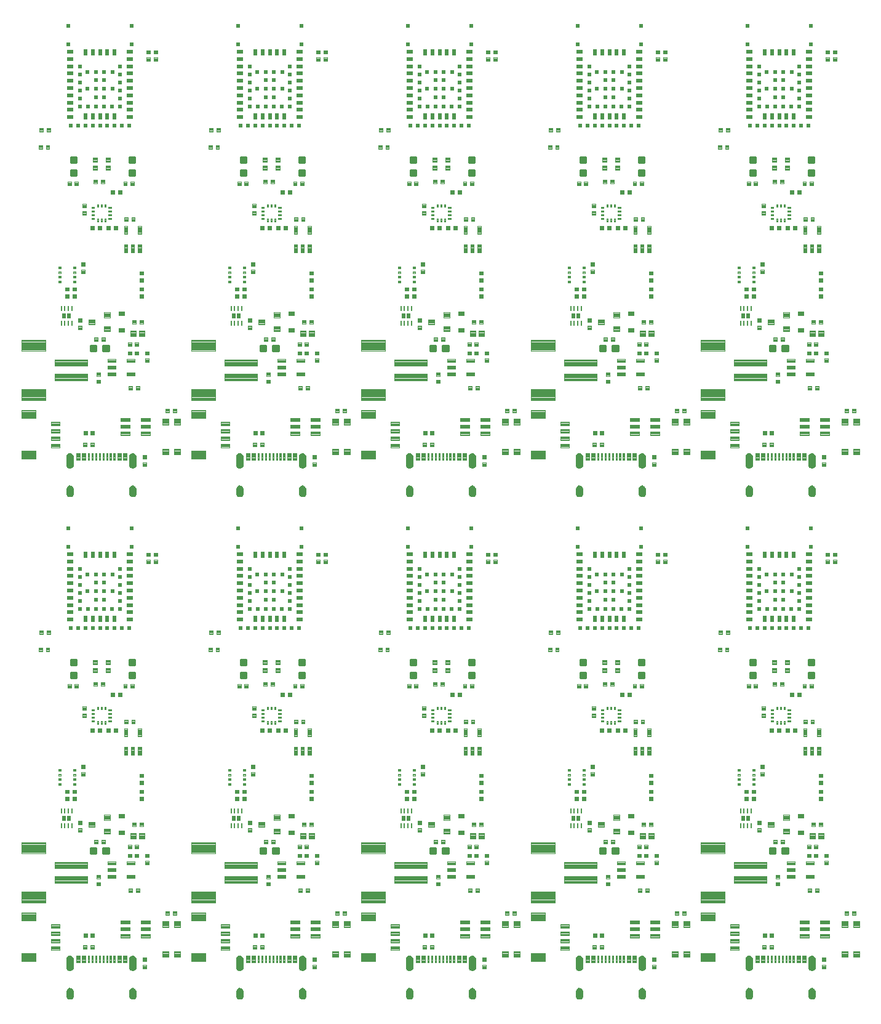
<source format=gtp>
G04 EAGLE Gerber RS-274X export*
G75*
%MOMM*%
%FSLAX34Y34*%
%LPD*%
%INSolderpaste Top*%
%IPPOS*%
%AMOC8*
5,1,8,0,0,1.08239X$1,22.5*%
G01*
%ADD10C,0.102000*%
%ADD11C,0.099000*%
%ADD12R,0.500000X0.500000*%
%ADD13R,0.950000X0.500000*%
%ADD14R,0.500000X0.950000*%
%ADD15C,0.100000*%
%ADD16C,0.096000*%
%ADD17C,0.300000*%
%ADD18C,0.104000*%
%ADD19C,0.100800*%
%ADD20R,0.250000X0.637500*%
%ADD21R,0.500000X0.640000*%
%ADD22C,0.105000*%
%ADD23C,0.101500*%

G36*
X157300Y42427D02*
X157300Y42427D01*
X157301Y42427D01*
X158369Y42446D01*
X158376Y42451D01*
X158380Y42447D01*
X159417Y42703D01*
X159422Y42710D01*
X159428Y42707D01*
X160382Y43188D01*
X160386Y43195D01*
X160391Y43194D01*
X161215Y43875D01*
X161216Y43883D01*
X161222Y43883D01*
X161873Y44730D01*
X161873Y44738D01*
X161879Y44739D01*
X162326Y45710D01*
X162324Y45718D01*
X162329Y45720D01*
X162548Y46766D01*
X162545Y46773D01*
X162549Y46776D01*
X162549Y58776D01*
X162546Y58781D01*
X162549Y58784D01*
X162369Y59879D01*
X162363Y59885D01*
X162366Y59890D01*
X161947Y60918D01*
X161940Y60922D01*
X161942Y60927D01*
X161305Y61836D01*
X161297Y61839D01*
X161297Y61844D01*
X160474Y62588D01*
X160466Y62589D01*
X160465Y62595D01*
X159497Y63137D01*
X159488Y63136D01*
X159486Y63142D01*
X158422Y63455D01*
X158417Y63453D01*
X158413Y63453D01*
X158411Y63457D01*
X157303Y63525D01*
X157297Y63521D01*
X157293Y63525D01*
X156185Y63355D01*
X156179Y63349D01*
X156174Y63352D01*
X155132Y62940D01*
X155128Y62933D01*
X155123Y62935D01*
X154198Y62301D01*
X154196Y62293D01*
X154190Y62294D01*
X153430Y61471D01*
X153429Y61462D01*
X153423Y61462D01*
X152866Y60490D01*
X152867Y60482D01*
X152861Y60480D01*
X152534Y59408D01*
X152537Y59400D01*
X152532Y59397D01*
X152451Y58280D01*
X152452Y58277D01*
X152451Y58276D01*
X152451Y46276D01*
X152456Y46269D01*
X152452Y46265D01*
X152671Y45321D01*
X152677Y45315D01*
X152675Y45310D01*
X153099Y44438D01*
X153106Y44435D01*
X153104Y44429D01*
X153711Y43673D01*
X153719Y43671D01*
X153719Y43665D01*
X154479Y43064D01*
X154488Y43064D01*
X154489Y43058D01*
X155364Y42640D01*
X155372Y42642D01*
X155374Y42637D01*
X156320Y42425D01*
X156327Y42428D01*
X156331Y42423D01*
X157300Y42427D01*
G37*
G36*
X1092020Y42427D02*
X1092020Y42427D01*
X1092021Y42427D01*
X1093089Y42446D01*
X1093096Y42451D01*
X1093100Y42447D01*
X1094137Y42703D01*
X1094142Y42710D01*
X1094148Y42707D01*
X1095102Y43188D01*
X1095106Y43195D01*
X1095111Y43194D01*
X1095935Y43875D01*
X1095936Y43883D01*
X1095942Y43883D01*
X1096593Y44730D01*
X1096593Y44738D01*
X1096599Y44739D01*
X1097046Y45710D01*
X1097044Y45718D01*
X1097049Y45720D01*
X1097268Y46766D01*
X1097265Y46773D01*
X1097269Y46776D01*
X1097269Y58776D01*
X1097266Y58781D01*
X1097269Y58784D01*
X1097089Y59879D01*
X1097083Y59885D01*
X1097086Y59890D01*
X1096667Y60918D01*
X1096660Y60922D01*
X1096662Y60927D01*
X1096025Y61836D01*
X1096017Y61839D01*
X1096017Y61844D01*
X1095194Y62588D01*
X1095186Y62589D01*
X1095185Y62595D01*
X1094217Y63137D01*
X1094208Y63136D01*
X1094206Y63142D01*
X1093142Y63455D01*
X1093137Y63453D01*
X1093133Y63453D01*
X1093131Y63457D01*
X1092023Y63525D01*
X1092017Y63521D01*
X1092013Y63525D01*
X1090905Y63355D01*
X1090899Y63349D01*
X1090894Y63352D01*
X1089852Y62940D01*
X1089848Y62933D01*
X1089843Y62935D01*
X1088918Y62301D01*
X1088916Y62293D01*
X1088910Y62294D01*
X1088150Y61471D01*
X1088149Y61462D01*
X1088143Y61462D01*
X1087586Y60490D01*
X1087587Y60482D01*
X1087581Y60480D01*
X1087254Y59408D01*
X1087257Y59400D01*
X1087252Y59397D01*
X1087171Y58280D01*
X1087172Y58277D01*
X1087171Y58276D01*
X1087171Y46276D01*
X1087176Y46269D01*
X1087172Y46265D01*
X1087391Y45321D01*
X1087397Y45315D01*
X1087395Y45310D01*
X1087819Y44438D01*
X1087826Y44435D01*
X1087824Y44429D01*
X1088431Y43673D01*
X1088439Y43671D01*
X1088439Y43665D01*
X1089199Y43064D01*
X1089208Y43064D01*
X1089209Y43058D01*
X1090084Y42640D01*
X1090092Y42642D01*
X1090094Y42637D01*
X1091040Y42425D01*
X1091047Y42428D01*
X1091051Y42423D01*
X1092020Y42427D01*
G37*
G36*
X858340Y42427D02*
X858340Y42427D01*
X858341Y42427D01*
X859409Y42446D01*
X859416Y42451D01*
X859420Y42447D01*
X860457Y42703D01*
X860462Y42710D01*
X860468Y42707D01*
X861422Y43188D01*
X861426Y43195D01*
X861431Y43194D01*
X862255Y43875D01*
X862256Y43883D01*
X862262Y43883D01*
X862913Y44730D01*
X862913Y44738D01*
X862919Y44739D01*
X863366Y45710D01*
X863364Y45718D01*
X863369Y45720D01*
X863588Y46766D01*
X863585Y46773D01*
X863589Y46776D01*
X863589Y58776D01*
X863586Y58781D01*
X863589Y58784D01*
X863409Y59879D01*
X863403Y59885D01*
X863406Y59890D01*
X862987Y60918D01*
X862980Y60922D01*
X862982Y60927D01*
X862345Y61836D01*
X862337Y61839D01*
X862337Y61844D01*
X861514Y62588D01*
X861506Y62589D01*
X861505Y62595D01*
X860537Y63137D01*
X860528Y63136D01*
X860526Y63142D01*
X859462Y63455D01*
X859457Y63453D01*
X859453Y63453D01*
X859451Y63457D01*
X858343Y63525D01*
X858337Y63521D01*
X858333Y63525D01*
X857225Y63355D01*
X857219Y63349D01*
X857214Y63352D01*
X856172Y62940D01*
X856168Y62933D01*
X856163Y62935D01*
X855238Y62301D01*
X855236Y62293D01*
X855230Y62294D01*
X854470Y61471D01*
X854469Y61462D01*
X854463Y61462D01*
X853906Y60490D01*
X853907Y60482D01*
X853901Y60480D01*
X853574Y59408D01*
X853577Y59400D01*
X853572Y59397D01*
X853491Y58280D01*
X853492Y58277D01*
X853491Y58276D01*
X853491Y46276D01*
X853496Y46269D01*
X853492Y46265D01*
X853711Y45321D01*
X853717Y45315D01*
X853715Y45310D01*
X854139Y44438D01*
X854146Y44435D01*
X854144Y44429D01*
X854751Y43673D01*
X854759Y43671D01*
X854759Y43665D01*
X855519Y43064D01*
X855528Y43064D01*
X855529Y43058D01*
X856404Y42640D01*
X856412Y42642D01*
X856414Y42637D01*
X857360Y42425D01*
X857367Y42428D01*
X857371Y42423D01*
X858340Y42427D01*
G37*
G36*
X624660Y42427D02*
X624660Y42427D01*
X624661Y42427D01*
X625729Y42446D01*
X625736Y42451D01*
X625740Y42447D01*
X626777Y42703D01*
X626782Y42710D01*
X626788Y42707D01*
X627742Y43188D01*
X627746Y43195D01*
X627751Y43194D01*
X628575Y43875D01*
X628576Y43883D01*
X628582Y43883D01*
X629233Y44730D01*
X629233Y44738D01*
X629239Y44739D01*
X629686Y45710D01*
X629684Y45718D01*
X629689Y45720D01*
X629908Y46766D01*
X629905Y46773D01*
X629909Y46776D01*
X629909Y58776D01*
X629906Y58781D01*
X629909Y58784D01*
X629729Y59879D01*
X629723Y59885D01*
X629726Y59890D01*
X629307Y60918D01*
X629300Y60922D01*
X629302Y60927D01*
X628665Y61836D01*
X628657Y61839D01*
X628657Y61844D01*
X627834Y62588D01*
X627826Y62589D01*
X627825Y62595D01*
X626857Y63137D01*
X626848Y63136D01*
X626846Y63142D01*
X625782Y63455D01*
X625777Y63453D01*
X625773Y63453D01*
X625771Y63457D01*
X624663Y63525D01*
X624657Y63521D01*
X624653Y63525D01*
X623545Y63355D01*
X623539Y63349D01*
X623534Y63352D01*
X622492Y62940D01*
X622488Y62933D01*
X622483Y62935D01*
X621558Y62301D01*
X621556Y62293D01*
X621550Y62294D01*
X620790Y61471D01*
X620789Y61462D01*
X620783Y61462D01*
X620226Y60490D01*
X620227Y60482D01*
X620221Y60480D01*
X619894Y59408D01*
X619897Y59400D01*
X619892Y59397D01*
X619811Y58280D01*
X619812Y58277D01*
X619811Y58276D01*
X619811Y46276D01*
X619816Y46269D01*
X619812Y46265D01*
X620031Y45321D01*
X620037Y45315D01*
X620035Y45310D01*
X620459Y44438D01*
X620466Y44435D01*
X620464Y44429D01*
X621071Y43673D01*
X621079Y43671D01*
X621079Y43665D01*
X621839Y43064D01*
X621848Y43064D01*
X621849Y43058D01*
X622724Y42640D01*
X622732Y42642D01*
X622734Y42637D01*
X623680Y42425D01*
X623687Y42428D01*
X623691Y42423D01*
X624660Y42427D01*
G37*
G36*
X390980Y42427D02*
X390980Y42427D01*
X390981Y42427D01*
X392049Y42446D01*
X392056Y42451D01*
X392060Y42447D01*
X393097Y42703D01*
X393102Y42710D01*
X393108Y42707D01*
X394062Y43188D01*
X394066Y43195D01*
X394071Y43194D01*
X394895Y43875D01*
X394896Y43883D01*
X394902Y43883D01*
X395553Y44730D01*
X395553Y44738D01*
X395559Y44739D01*
X396006Y45710D01*
X396004Y45718D01*
X396009Y45720D01*
X396228Y46766D01*
X396225Y46773D01*
X396229Y46776D01*
X396229Y58776D01*
X396226Y58781D01*
X396229Y58784D01*
X396049Y59879D01*
X396043Y59885D01*
X396046Y59890D01*
X395627Y60918D01*
X395620Y60922D01*
X395622Y60927D01*
X394985Y61836D01*
X394977Y61839D01*
X394977Y61844D01*
X394154Y62588D01*
X394146Y62589D01*
X394145Y62595D01*
X393177Y63137D01*
X393168Y63136D01*
X393166Y63142D01*
X392102Y63455D01*
X392097Y63453D01*
X392093Y63453D01*
X392091Y63457D01*
X390983Y63525D01*
X390977Y63521D01*
X390973Y63525D01*
X389865Y63355D01*
X389859Y63349D01*
X389854Y63352D01*
X388812Y62940D01*
X388808Y62933D01*
X388803Y62935D01*
X387878Y62301D01*
X387876Y62293D01*
X387870Y62294D01*
X387110Y61471D01*
X387109Y61462D01*
X387103Y61462D01*
X386546Y60490D01*
X386547Y60482D01*
X386541Y60480D01*
X386214Y59408D01*
X386217Y59400D01*
X386212Y59397D01*
X386131Y58280D01*
X386132Y58277D01*
X386131Y58276D01*
X386131Y46276D01*
X386136Y46269D01*
X386132Y46265D01*
X386351Y45321D01*
X386357Y45315D01*
X386355Y45310D01*
X386779Y44438D01*
X386786Y44435D01*
X386784Y44429D01*
X387391Y43673D01*
X387399Y43671D01*
X387399Y43665D01*
X388159Y43064D01*
X388168Y43064D01*
X388169Y43058D01*
X389044Y42640D01*
X389052Y42642D01*
X389054Y42637D01*
X390000Y42425D01*
X390007Y42428D01*
X390011Y42423D01*
X390980Y42427D01*
G37*
G36*
X1092020Y733307D02*
X1092020Y733307D01*
X1092021Y733307D01*
X1093089Y733326D01*
X1093096Y733331D01*
X1093100Y733327D01*
X1094137Y733583D01*
X1094142Y733590D01*
X1094148Y733587D01*
X1095102Y734068D01*
X1095106Y734075D01*
X1095111Y734074D01*
X1095935Y734755D01*
X1095936Y734763D01*
X1095942Y734763D01*
X1096593Y735610D01*
X1096593Y735618D01*
X1096599Y735619D01*
X1097046Y736590D01*
X1097044Y736598D01*
X1097049Y736600D01*
X1097268Y737646D01*
X1097265Y737653D01*
X1097269Y737656D01*
X1097269Y749656D01*
X1097266Y749661D01*
X1097269Y749664D01*
X1097089Y750759D01*
X1097083Y750765D01*
X1097086Y750770D01*
X1096667Y751798D01*
X1096660Y751802D01*
X1096662Y751807D01*
X1096025Y752716D01*
X1096017Y752719D01*
X1096017Y752724D01*
X1095194Y753468D01*
X1095186Y753469D01*
X1095185Y753475D01*
X1094217Y754017D01*
X1094208Y754016D01*
X1094206Y754022D01*
X1093142Y754335D01*
X1093137Y754333D01*
X1093133Y754333D01*
X1093131Y754337D01*
X1092023Y754405D01*
X1092017Y754401D01*
X1092013Y754405D01*
X1090905Y754235D01*
X1090899Y754229D01*
X1090894Y754232D01*
X1089852Y753820D01*
X1089848Y753813D01*
X1089843Y753815D01*
X1088918Y753181D01*
X1088916Y753173D01*
X1088910Y753174D01*
X1088150Y752351D01*
X1088149Y752342D01*
X1088143Y752342D01*
X1087586Y751370D01*
X1087587Y751362D01*
X1087581Y751360D01*
X1087254Y750288D01*
X1087257Y750280D01*
X1087252Y750277D01*
X1087171Y749160D01*
X1087172Y749157D01*
X1087171Y749156D01*
X1087171Y737156D01*
X1087176Y737149D01*
X1087172Y737145D01*
X1087391Y736201D01*
X1087397Y736195D01*
X1087395Y736190D01*
X1087819Y735318D01*
X1087826Y735315D01*
X1087824Y735309D01*
X1088431Y734553D01*
X1088439Y734551D01*
X1088439Y734545D01*
X1089199Y733944D01*
X1089208Y733944D01*
X1089209Y733938D01*
X1090084Y733520D01*
X1090092Y733522D01*
X1090094Y733517D01*
X1091040Y733305D01*
X1091047Y733308D01*
X1091051Y733303D01*
X1092020Y733307D01*
G37*
G36*
X624660Y733307D02*
X624660Y733307D01*
X624661Y733307D01*
X625729Y733326D01*
X625736Y733331D01*
X625740Y733327D01*
X626777Y733583D01*
X626782Y733590D01*
X626788Y733587D01*
X627742Y734068D01*
X627746Y734075D01*
X627751Y734074D01*
X628575Y734755D01*
X628576Y734763D01*
X628582Y734763D01*
X629233Y735610D01*
X629233Y735618D01*
X629239Y735619D01*
X629686Y736590D01*
X629684Y736598D01*
X629689Y736600D01*
X629908Y737646D01*
X629905Y737653D01*
X629909Y737656D01*
X629909Y749656D01*
X629906Y749661D01*
X629909Y749664D01*
X629729Y750759D01*
X629723Y750765D01*
X629726Y750770D01*
X629307Y751798D01*
X629300Y751802D01*
X629302Y751807D01*
X628665Y752716D01*
X628657Y752719D01*
X628657Y752724D01*
X627834Y753468D01*
X627826Y753469D01*
X627825Y753475D01*
X626857Y754017D01*
X626848Y754016D01*
X626846Y754022D01*
X625782Y754335D01*
X625777Y754333D01*
X625773Y754333D01*
X625771Y754337D01*
X624663Y754405D01*
X624657Y754401D01*
X624653Y754405D01*
X623545Y754235D01*
X623539Y754229D01*
X623534Y754232D01*
X622492Y753820D01*
X622488Y753813D01*
X622483Y753815D01*
X621558Y753181D01*
X621556Y753173D01*
X621550Y753174D01*
X620790Y752351D01*
X620789Y752342D01*
X620783Y752342D01*
X620226Y751370D01*
X620227Y751362D01*
X620221Y751360D01*
X619894Y750288D01*
X619897Y750280D01*
X619892Y750277D01*
X619811Y749160D01*
X619812Y749157D01*
X619811Y749156D01*
X619811Y737156D01*
X619816Y737149D01*
X619812Y737145D01*
X620031Y736201D01*
X620037Y736195D01*
X620035Y736190D01*
X620459Y735318D01*
X620466Y735315D01*
X620464Y735309D01*
X621071Y734553D01*
X621079Y734551D01*
X621079Y734545D01*
X621839Y733944D01*
X621848Y733944D01*
X621849Y733938D01*
X622724Y733520D01*
X622732Y733522D01*
X622734Y733517D01*
X623680Y733305D01*
X623687Y733308D01*
X623691Y733303D01*
X624660Y733307D01*
G37*
G36*
X858340Y733307D02*
X858340Y733307D01*
X858341Y733307D01*
X859409Y733326D01*
X859416Y733331D01*
X859420Y733327D01*
X860457Y733583D01*
X860462Y733590D01*
X860468Y733587D01*
X861422Y734068D01*
X861426Y734075D01*
X861431Y734074D01*
X862255Y734755D01*
X862256Y734763D01*
X862262Y734763D01*
X862913Y735610D01*
X862913Y735618D01*
X862919Y735619D01*
X863366Y736590D01*
X863364Y736598D01*
X863369Y736600D01*
X863588Y737646D01*
X863585Y737653D01*
X863589Y737656D01*
X863589Y749656D01*
X863586Y749661D01*
X863589Y749664D01*
X863409Y750759D01*
X863403Y750765D01*
X863406Y750770D01*
X862987Y751798D01*
X862980Y751802D01*
X862982Y751807D01*
X862345Y752716D01*
X862337Y752719D01*
X862337Y752724D01*
X861514Y753468D01*
X861506Y753469D01*
X861505Y753475D01*
X860537Y754017D01*
X860528Y754016D01*
X860526Y754022D01*
X859462Y754335D01*
X859457Y754333D01*
X859453Y754333D01*
X859451Y754337D01*
X858343Y754405D01*
X858337Y754401D01*
X858333Y754405D01*
X857225Y754235D01*
X857219Y754229D01*
X857214Y754232D01*
X856172Y753820D01*
X856168Y753813D01*
X856163Y753815D01*
X855238Y753181D01*
X855236Y753173D01*
X855230Y753174D01*
X854470Y752351D01*
X854469Y752342D01*
X854463Y752342D01*
X853906Y751370D01*
X853907Y751362D01*
X853901Y751360D01*
X853574Y750288D01*
X853577Y750280D01*
X853572Y750277D01*
X853491Y749160D01*
X853492Y749157D01*
X853491Y749156D01*
X853491Y737156D01*
X853496Y737149D01*
X853492Y737145D01*
X853711Y736201D01*
X853717Y736195D01*
X853715Y736190D01*
X854139Y735318D01*
X854146Y735315D01*
X854144Y735309D01*
X854751Y734553D01*
X854759Y734551D01*
X854759Y734545D01*
X855519Y733944D01*
X855528Y733944D01*
X855529Y733938D01*
X856404Y733520D01*
X856412Y733522D01*
X856414Y733517D01*
X857360Y733305D01*
X857367Y733308D01*
X857371Y733303D01*
X858340Y733307D01*
G37*
G36*
X390980Y733307D02*
X390980Y733307D01*
X390981Y733307D01*
X392049Y733326D01*
X392056Y733331D01*
X392060Y733327D01*
X393097Y733583D01*
X393102Y733590D01*
X393108Y733587D01*
X394062Y734068D01*
X394066Y734075D01*
X394071Y734074D01*
X394895Y734755D01*
X394896Y734763D01*
X394902Y734763D01*
X395553Y735610D01*
X395553Y735618D01*
X395559Y735619D01*
X396006Y736590D01*
X396004Y736598D01*
X396009Y736600D01*
X396228Y737646D01*
X396225Y737653D01*
X396229Y737656D01*
X396229Y749656D01*
X396226Y749661D01*
X396229Y749664D01*
X396049Y750759D01*
X396043Y750765D01*
X396046Y750770D01*
X395627Y751798D01*
X395620Y751802D01*
X395622Y751807D01*
X394985Y752716D01*
X394977Y752719D01*
X394977Y752724D01*
X394154Y753468D01*
X394146Y753469D01*
X394145Y753475D01*
X393177Y754017D01*
X393168Y754016D01*
X393166Y754022D01*
X392102Y754335D01*
X392097Y754333D01*
X392093Y754333D01*
X392091Y754337D01*
X390983Y754405D01*
X390977Y754401D01*
X390973Y754405D01*
X389865Y754235D01*
X389859Y754229D01*
X389854Y754232D01*
X388812Y753820D01*
X388808Y753813D01*
X388803Y753815D01*
X387878Y753181D01*
X387876Y753173D01*
X387870Y753174D01*
X387110Y752351D01*
X387109Y752342D01*
X387103Y752342D01*
X386546Y751370D01*
X386547Y751362D01*
X386541Y751360D01*
X386214Y750288D01*
X386217Y750280D01*
X386212Y750277D01*
X386131Y749160D01*
X386132Y749157D01*
X386131Y749156D01*
X386131Y737156D01*
X386136Y737149D01*
X386132Y737145D01*
X386351Y736201D01*
X386357Y736195D01*
X386355Y736190D01*
X386779Y735318D01*
X386786Y735315D01*
X386784Y735309D01*
X387391Y734553D01*
X387399Y734551D01*
X387399Y734545D01*
X388159Y733944D01*
X388168Y733944D01*
X388169Y733938D01*
X389044Y733520D01*
X389052Y733522D01*
X389054Y733517D01*
X390000Y733305D01*
X390007Y733308D01*
X390011Y733303D01*
X390980Y733307D01*
G37*
G36*
X157300Y733307D02*
X157300Y733307D01*
X157301Y733307D01*
X158369Y733326D01*
X158376Y733331D01*
X158380Y733327D01*
X159417Y733583D01*
X159422Y733590D01*
X159428Y733587D01*
X160382Y734068D01*
X160386Y734075D01*
X160391Y734074D01*
X161215Y734755D01*
X161216Y734763D01*
X161222Y734763D01*
X161873Y735610D01*
X161873Y735618D01*
X161879Y735619D01*
X162326Y736590D01*
X162324Y736598D01*
X162329Y736600D01*
X162548Y737646D01*
X162545Y737653D01*
X162549Y737656D01*
X162549Y749656D01*
X162546Y749661D01*
X162549Y749664D01*
X162369Y750759D01*
X162363Y750765D01*
X162366Y750770D01*
X161947Y751798D01*
X161940Y751802D01*
X161942Y751807D01*
X161305Y752716D01*
X161297Y752719D01*
X161297Y752724D01*
X160474Y753468D01*
X160466Y753469D01*
X160465Y753475D01*
X159497Y754017D01*
X159488Y754016D01*
X159486Y754022D01*
X158422Y754335D01*
X158417Y754333D01*
X158413Y754333D01*
X158411Y754337D01*
X157303Y754405D01*
X157297Y754401D01*
X157293Y754405D01*
X156185Y754235D01*
X156179Y754229D01*
X156174Y754232D01*
X155132Y753820D01*
X155128Y753813D01*
X155123Y753815D01*
X154198Y753181D01*
X154196Y753173D01*
X154190Y753174D01*
X153430Y752351D01*
X153429Y752342D01*
X153423Y752342D01*
X152866Y751370D01*
X152867Y751362D01*
X152861Y751360D01*
X152534Y750288D01*
X152537Y750280D01*
X152532Y750277D01*
X152451Y749160D01*
X152452Y749157D01*
X152451Y749156D01*
X152451Y737156D01*
X152456Y737149D01*
X152452Y737145D01*
X152671Y736201D01*
X152677Y736195D01*
X152675Y736190D01*
X153099Y735318D01*
X153106Y735315D01*
X153104Y735309D01*
X153711Y734553D01*
X153719Y734551D01*
X153719Y734545D01*
X154479Y733944D01*
X154488Y733944D01*
X154489Y733938D01*
X155364Y733520D01*
X155372Y733522D01*
X155374Y733517D01*
X156320Y733305D01*
X156327Y733308D01*
X156331Y733303D01*
X157300Y733307D01*
G37*
G36*
X772921Y733316D02*
X772921Y733316D01*
X772928Y733321D01*
X772932Y733317D01*
X773984Y733567D01*
X773989Y733573D01*
X773994Y733570D01*
X774964Y734047D01*
X774967Y734055D01*
X774973Y734053D01*
X775812Y734734D01*
X775814Y734742D01*
X775820Y734742D01*
X776486Y735593D01*
X776487Y735601D01*
X776492Y735602D01*
X776953Y736579D01*
X776951Y736587D01*
X776957Y736590D01*
X777188Y737645D01*
X777185Y737653D01*
X777189Y737656D01*
X777189Y749656D01*
X777185Y749661D01*
X777189Y749664D01*
X776996Y750770D01*
X776990Y750775D01*
X776993Y750780D01*
X776560Y751815D01*
X776553Y751819D01*
X776555Y751824D01*
X775902Y752737D01*
X775894Y752739D01*
X775895Y752745D01*
X775056Y753489D01*
X775047Y753490D01*
X775047Y753495D01*
X774063Y754034D01*
X774055Y754033D01*
X774053Y754038D01*
X772974Y754345D01*
X772966Y754342D01*
X772963Y754347D01*
X771843Y754405D01*
X771838Y754402D01*
X771835Y754405D01*
X770789Y754287D01*
X770783Y754281D01*
X770778Y754285D01*
X769784Y753937D01*
X769780Y753930D01*
X769775Y753932D01*
X768883Y753372D01*
X768881Y753365D01*
X768875Y753365D01*
X768131Y752621D01*
X768129Y752613D01*
X768124Y752613D01*
X767564Y751721D01*
X767564Y751713D01*
X767559Y751712D01*
X767211Y750718D01*
X767214Y750710D01*
X767209Y750707D01*
X767091Y749662D01*
X767093Y749658D01*
X767091Y749656D01*
X767091Y737656D01*
X767094Y737651D01*
X767091Y737648D01*
X767249Y736652D01*
X767255Y736646D01*
X767252Y736641D01*
X767627Y735705D01*
X767634Y735701D01*
X767632Y735695D01*
X768206Y734866D01*
X768214Y734863D01*
X768213Y734858D01*
X768957Y734177D01*
X768966Y734176D01*
X768966Y734170D01*
X769843Y733672D01*
X769852Y733673D01*
X769854Y733668D01*
X770819Y733377D01*
X770827Y733380D01*
X770830Y733375D01*
X771837Y733307D01*
X771839Y733308D01*
X771840Y733307D01*
X772921Y733316D01*
G37*
G36*
X71881Y733316D02*
X71881Y733316D01*
X71888Y733321D01*
X71892Y733317D01*
X72944Y733567D01*
X72949Y733573D01*
X72954Y733570D01*
X73924Y734047D01*
X73927Y734055D01*
X73933Y734053D01*
X74772Y734734D01*
X74774Y734742D01*
X74780Y734742D01*
X75446Y735593D01*
X75447Y735601D01*
X75452Y735602D01*
X75913Y736579D01*
X75911Y736587D01*
X75917Y736590D01*
X76148Y737645D01*
X76145Y737653D01*
X76149Y737656D01*
X76149Y749656D01*
X76145Y749661D01*
X76149Y749664D01*
X75956Y750770D01*
X75950Y750775D01*
X75953Y750780D01*
X75520Y751815D01*
X75513Y751819D01*
X75515Y751824D01*
X74862Y752737D01*
X74854Y752739D01*
X74855Y752745D01*
X74016Y753489D01*
X74007Y753490D01*
X74007Y753495D01*
X73023Y754034D01*
X73015Y754033D01*
X73013Y754038D01*
X71934Y754345D01*
X71926Y754342D01*
X71923Y754347D01*
X70803Y754405D01*
X70798Y754402D01*
X70795Y754405D01*
X69749Y754287D01*
X69743Y754281D01*
X69738Y754285D01*
X68744Y753937D01*
X68740Y753930D01*
X68735Y753932D01*
X67843Y753372D01*
X67841Y753365D01*
X67835Y753365D01*
X67091Y752621D01*
X67089Y752613D01*
X67084Y752613D01*
X66524Y751721D01*
X66524Y751713D01*
X66519Y751712D01*
X66171Y750718D01*
X66174Y750710D01*
X66169Y750707D01*
X66051Y749662D01*
X66053Y749658D01*
X66051Y749656D01*
X66051Y737656D01*
X66054Y737651D01*
X66051Y737648D01*
X66209Y736652D01*
X66215Y736646D01*
X66212Y736641D01*
X66587Y735705D01*
X66594Y735701D01*
X66592Y735695D01*
X67166Y734866D01*
X67174Y734863D01*
X67173Y734858D01*
X67917Y734177D01*
X67926Y734176D01*
X67926Y734170D01*
X68803Y733672D01*
X68812Y733673D01*
X68814Y733668D01*
X69779Y733377D01*
X69787Y733380D01*
X69790Y733375D01*
X70797Y733307D01*
X70799Y733308D01*
X70800Y733307D01*
X71881Y733316D01*
G37*
G36*
X1006601Y733316D02*
X1006601Y733316D01*
X1006608Y733321D01*
X1006612Y733317D01*
X1007664Y733567D01*
X1007669Y733573D01*
X1007674Y733570D01*
X1008644Y734047D01*
X1008647Y734055D01*
X1008653Y734053D01*
X1009492Y734734D01*
X1009494Y734742D01*
X1009500Y734742D01*
X1010166Y735593D01*
X1010167Y735601D01*
X1010172Y735602D01*
X1010633Y736579D01*
X1010631Y736587D01*
X1010637Y736590D01*
X1010868Y737645D01*
X1010865Y737653D01*
X1010869Y737656D01*
X1010869Y749656D01*
X1010865Y749661D01*
X1010869Y749664D01*
X1010676Y750770D01*
X1010670Y750775D01*
X1010673Y750780D01*
X1010240Y751815D01*
X1010233Y751819D01*
X1010235Y751824D01*
X1009582Y752737D01*
X1009574Y752739D01*
X1009575Y752745D01*
X1008736Y753489D01*
X1008727Y753490D01*
X1008727Y753495D01*
X1007743Y754034D01*
X1007735Y754033D01*
X1007733Y754038D01*
X1006654Y754345D01*
X1006646Y754342D01*
X1006643Y754347D01*
X1005523Y754405D01*
X1005518Y754402D01*
X1005515Y754405D01*
X1004469Y754287D01*
X1004463Y754281D01*
X1004458Y754285D01*
X1003464Y753937D01*
X1003460Y753930D01*
X1003455Y753932D01*
X1002563Y753372D01*
X1002561Y753365D01*
X1002555Y753365D01*
X1001811Y752621D01*
X1001809Y752613D01*
X1001804Y752613D01*
X1001244Y751721D01*
X1001244Y751713D01*
X1001239Y751712D01*
X1000891Y750718D01*
X1000894Y750710D01*
X1000889Y750707D01*
X1000771Y749662D01*
X1000773Y749658D01*
X1000771Y749656D01*
X1000771Y737656D01*
X1000774Y737651D01*
X1000771Y737648D01*
X1000929Y736652D01*
X1000935Y736646D01*
X1000932Y736641D01*
X1001307Y735705D01*
X1001314Y735701D01*
X1001312Y735695D01*
X1001886Y734866D01*
X1001894Y734863D01*
X1001893Y734858D01*
X1002637Y734177D01*
X1002646Y734176D01*
X1002646Y734170D01*
X1003523Y733672D01*
X1003532Y733673D01*
X1003534Y733668D01*
X1004499Y733377D01*
X1004507Y733380D01*
X1004510Y733375D01*
X1005517Y733307D01*
X1005519Y733308D01*
X1005520Y733307D01*
X1006601Y733316D01*
G37*
G36*
X539241Y733316D02*
X539241Y733316D01*
X539248Y733321D01*
X539252Y733317D01*
X540304Y733567D01*
X540309Y733573D01*
X540314Y733570D01*
X541284Y734047D01*
X541287Y734055D01*
X541293Y734053D01*
X542132Y734734D01*
X542134Y734742D01*
X542140Y734742D01*
X542806Y735593D01*
X542807Y735601D01*
X542812Y735602D01*
X543273Y736579D01*
X543271Y736587D01*
X543277Y736590D01*
X543508Y737645D01*
X543505Y737653D01*
X543509Y737656D01*
X543509Y749656D01*
X543505Y749661D01*
X543509Y749664D01*
X543316Y750770D01*
X543310Y750775D01*
X543313Y750780D01*
X542880Y751815D01*
X542873Y751819D01*
X542875Y751824D01*
X542222Y752737D01*
X542214Y752739D01*
X542215Y752745D01*
X541376Y753489D01*
X541367Y753490D01*
X541367Y753495D01*
X540383Y754034D01*
X540375Y754033D01*
X540373Y754038D01*
X539294Y754345D01*
X539286Y754342D01*
X539283Y754347D01*
X538163Y754405D01*
X538158Y754402D01*
X538155Y754405D01*
X537109Y754287D01*
X537103Y754281D01*
X537098Y754285D01*
X536104Y753937D01*
X536100Y753930D01*
X536095Y753932D01*
X535203Y753372D01*
X535201Y753365D01*
X535195Y753365D01*
X534451Y752621D01*
X534449Y752613D01*
X534444Y752613D01*
X533884Y751721D01*
X533884Y751713D01*
X533879Y751712D01*
X533531Y750718D01*
X533534Y750710D01*
X533529Y750707D01*
X533411Y749662D01*
X533413Y749658D01*
X533411Y749656D01*
X533411Y737656D01*
X533414Y737651D01*
X533411Y737648D01*
X533569Y736652D01*
X533575Y736646D01*
X533572Y736641D01*
X533947Y735705D01*
X533954Y735701D01*
X533952Y735695D01*
X534526Y734866D01*
X534534Y734863D01*
X534533Y734858D01*
X535277Y734177D01*
X535286Y734176D01*
X535286Y734170D01*
X536163Y733672D01*
X536172Y733673D01*
X536174Y733668D01*
X537139Y733377D01*
X537147Y733380D01*
X537150Y733375D01*
X538157Y733307D01*
X538159Y733308D01*
X538160Y733307D01*
X539241Y733316D01*
G37*
G36*
X305561Y733316D02*
X305561Y733316D01*
X305568Y733321D01*
X305572Y733317D01*
X306624Y733567D01*
X306629Y733573D01*
X306634Y733570D01*
X307604Y734047D01*
X307607Y734055D01*
X307613Y734053D01*
X308452Y734734D01*
X308454Y734742D01*
X308460Y734742D01*
X309126Y735593D01*
X309127Y735601D01*
X309132Y735602D01*
X309593Y736579D01*
X309591Y736587D01*
X309597Y736590D01*
X309828Y737645D01*
X309825Y737653D01*
X309829Y737656D01*
X309829Y749656D01*
X309825Y749661D01*
X309829Y749664D01*
X309636Y750770D01*
X309630Y750775D01*
X309633Y750780D01*
X309200Y751815D01*
X309193Y751819D01*
X309195Y751824D01*
X308542Y752737D01*
X308534Y752739D01*
X308535Y752745D01*
X307696Y753489D01*
X307687Y753490D01*
X307687Y753495D01*
X306703Y754034D01*
X306695Y754033D01*
X306693Y754038D01*
X305614Y754345D01*
X305606Y754342D01*
X305603Y754347D01*
X304483Y754405D01*
X304478Y754402D01*
X304475Y754405D01*
X303429Y754287D01*
X303423Y754281D01*
X303418Y754285D01*
X302424Y753937D01*
X302420Y753930D01*
X302415Y753932D01*
X301523Y753372D01*
X301521Y753365D01*
X301515Y753365D01*
X300771Y752621D01*
X300769Y752613D01*
X300764Y752613D01*
X300204Y751721D01*
X300204Y751713D01*
X300199Y751712D01*
X299851Y750718D01*
X299854Y750710D01*
X299849Y750707D01*
X299731Y749662D01*
X299733Y749658D01*
X299731Y749656D01*
X299731Y737656D01*
X299734Y737651D01*
X299731Y737648D01*
X299889Y736652D01*
X299895Y736646D01*
X299892Y736641D01*
X300267Y735705D01*
X300274Y735701D01*
X300272Y735695D01*
X300846Y734866D01*
X300854Y734863D01*
X300853Y734858D01*
X301597Y734177D01*
X301606Y734176D01*
X301606Y734170D01*
X302483Y733672D01*
X302492Y733673D01*
X302494Y733668D01*
X303459Y733377D01*
X303467Y733380D01*
X303470Y733375D01*
X304477Y733307D01*
X304479Y733308D01*
X304480Y733307D01*
X305561Y733316D01*
G37*
G36*
X71881Y42436D02*
X71881Y42436D01*
X71888Y42441D01*
X71892Y42437D01*
X72944Y42687D01*
X72949Y42693D01*
X72954Y42690D01*
X73924Y43167D01*
X73927Y43175D01*
X73933Y43173D01*
X74772Y43854D01*
X74774Y43862D01*
X74780Y43862D01*
X75446Y44713D01*
X75447Y44721D01*
X75452Y44722D01*
X75913Y45699D01*
X75911Y45707D01*
X75917Y45710D01*
X76148Y46765D01*
X76145Y46773D01*
X76149Y46776D01*
X76149Y58776D01*
X76145Y58781D01*
X76149Y58784D01*
X75956Y59890D01*
X75950Y59895D01*
X75953Y59900D01*
X75520Y60935D01*
X75513Y60939D01*
X75515Y60944D01*
X74862Y61857D01*
X74854Y61859D01*
X74855Y61865D01*
X74016Y62609D01*
X74007Y62610D01*
X74007Y62615D01*
X73023Y63154D01*
X73015Y63153D01*
X73013Y63158D01*
X71934Y63465D01*
X71926Y63462D01*
X71923Y63467D01*
X70803Y63525D01*
X70798Y63522D01*
X70795Y63525D01*
X69749Y63407D01*
X69743Y63401D01*
X69738Y63405D01*
X68744Y63057D01*
X68740Y63050D01*
X68735Y63052D01*
X67843Y62492D01*
X67841Y62485D01*
X67835Y62485D01*
X67091Y61741D01*
X67089Y61733D01*
X67084Y61733D01*
X66524Y60841D01*
X66524Y60833D01*
X66519Y60832D01*
X66171Y59838D01*
X66174Y59830D01*
X66169Y59827D01*
X66051Y58782D01*
X66053Y58778D01*
X66051Y58776D01*
X66051Y46776D01*
X66054Y46771D01*
X66051Y46768D01*
X66209Y45772D01*
X66215Y45766D01*
X66212Y45761D01*
X66587Y44825D01*
X66594Y44821D01*
X66592Y44815D01*
X67166Y43986D01*
X67174Y43983D01*
X67173Y43978D01*
X67917Y43297D01*
X67926Y43296D01*
X67926Y43290D01*
X68803Y42792D01*
X68812Y42793D01*
X68814Y42788D01*
X69779Y42497D01*
X69787Y42500D01*
X69790Y42495D01*
X70797Y42427D01*
X70799Y42428D01*
X70800Y42427D01*
X71881Y42436D01*
G37*
G36*
X539241Y42436D02*
X539241Y42436D01*
X539248Y42441D01*
X539252Y42437D01*
X540304Y42687D01*
X540309Y42693D01*
X540314Y42690D01*
X541284Y43167D01*
X541287Y43175D01*
X541293Y43173D01*
X542132Y43854D01*
X542134Y43862D01*
X542140Y43862D01*
X542806Y44713D01*
X542807Y44721D01*
X542812Y44722D01*
X543273Y45699D01*
X543271Y45707D01*
X543277Y45710D01*
X543508Y46765D01*
X543505Y46773D01*
X543509Y46776D01*
X543509Y58776D01*
X543505Y58781D01*
X543509Y58784D01*
X543316Y59890D01*
X543310Y59895D01*
X543313Y59900D01*
X542880Y60935D01*
X542873Y60939D01*
X542875Y60944D01*
X542222Y61857D01*
X542214Y61859D01*
X542215Y61865D01*
X541376Y62609D01*
X541367Y62610D01*
X541367Y62615D01*
X540383Y63154D01*
X540375Y63153D01*
X540373Y63158D01*
X539294Y63465D01*
X539286Y63462D01*
X539283Y63467D01*
X538163Y63525D01*
X538158Y63522D01*
X538155Y63525D01*
X537109Y63407D01*
X537103Y63401D01*
X537098Y63405D01*
X536104Y63057D01*
X536100Y63050D01*
X536095Y63052D01*
X535203Y62492D01*
X535201Y62485D01*
X535195Y62485D01*
X534451Y61741D01*
X534449Y61733D01*
X534444Y61733D01*
X533884Y60841D01*
X533884Y60833D01*
X533879Y60832D01*
X533531Y59838D01*
X533534Y59830D01*
X533529Y59827D01*
X533411Y58782D01*
X533413Y58778D01*
X533411Y58776D01*
X533411Y46776D01*
X533414Y46771D01*
X533411Y46768D01*
X533569Y45772D01*
X533575Y45766D01*
X533572Y45761D01*
X533947Y44825D01*
X533954Y44821D01*
X533952Y44815D01*
X534526Y43986D01*
X534534Y43983D01*
X534533Y43978D01*
X535277Y43297D01*
X535286Y43296D01*
X535286Y43290D01*
X536163Y42792D01*
X536172Y42793D01*
X536174Y42788D01*
X537139Y42497D01*
X537147Y42500D01*
X537150Y42495D01*
X538157Y42427D01*
X538159Y42428D01*
X538160Y42427D01*
X539241Y42436D01*
G37*
G36*
X772921Y42436D02*
X772921Y42436D01*
X772928Y42441D01*
X772932Y42437D01*
X773984Y42687D01*
X773989Y42693D01*
X773994Y42690D01*
X774964Y43167D01*
X774967Y43175D01*
X774973Y43173D01*
X775812Y43854D01*
X775814Y43862D01*
X775820Y43862D01*
X776486Y44713D01*
X776487Y44721D01*
X776492Y44722D01*
X776953Y45699D01*
X776951Y45707D01*
X776957Y45710D01*
X777188Y46765D01*
X777185Y46773D01*
X777189Y46776D01*
X777189Y58776D01*
X777185Y58781D01*
X777189Y58784D01*
X776996Y59890D01*
X776990Y59895D01*
X776993Y59900D01*
X776560Y60935D01*
X776553Y60939D01*
X776555Y60944D01*
X775902Y61857D01*
X775894Y61859D01*
X775895Y61865D01*
X775056Y62609D01*
X775047Y62610D01*
X775047Y62615D01*
X774063Y63154D01*
X774055Y63153D01*
X774053Y63158D01*
X772974Y63465D01*
X772966Y63462D01*
X772963Y63467D01*
X771843Y63525D01*
X771838Y63522D01*
X771835Y63525D01*
X770789Y63407D01*
X770783Y63401D01*
X770778Y63405D01*
X769784Y63057D01*
X769780Y63050D01*
X769775Y63052D01*
X768883Y62492D01*
X768881Y62485D01*
X768875Y62485D01*
X768131Y61741D01*
X768129Y61733D01*
X768124Y61733D01*
X767564Y60841D01*
X767564Y60833D01*
X767559Y60832D01*
X767211Y59838D01*
X767214Y59830D01*
X767209Y59827D01*
X767091Y58782D01*
X767093Y58778D01*
X767091Y58776D01*
X767091Y46776D01*
X767094Y46771D01*
X767091Y46768D01*
X767249Y45772D01*
X767255Y45766D01*
X767252Y45761D01*
X767627Y44825D01*
X767634Y44821D01*
X767632Y44815D01*
X768206Y43986D01*
X768214Y43983D01*
X768213Y43978D01*
X768957Y43297D01*
X768966Y43296D01*
X768966Y43290D01*
X769843Y42792D01*
X769852Y42793D01*
X769854Y42788D01*
X770819Y42497D01*
X770827Y42500D01*
X770830Y42495D01*
X771837Y42427D01*
X771839Y42428D01*
X771840Y42427D01*
X772921Y42436D01*
G37*
G36*
X1006601Y42436D02*
X1006601Y42436D01*
X1006608Y42441D01*
X1006612Y42437D01*
X1007664Y42687D01*
X1007669Y42693D01*
X1007674Y42690D01*
X1008644Y43167D01*
X1008647Y43175D01*
X1008653Y43173D01*
X1009492Y43854D01*
X1009494Y43862D01*
X1009500Y43862D01*
X1010166Y44713D01*
X1010167Y44721D01*
X1010172Y44722D01*
X1010633Y45699D01*
X1010631Y45707D01*
X1010637Y45710D01*
X1010868Y46765D01*
X1010865Y46773D01*
X1010869Y46776D01*
X1010869Y58776D01*
X1010865Y58781D01*
X1010869Y58784D01*
X1010676Y59890D01*
X1010670Y59895D01*
X1010673Y59900D01*
X1010240Y60935D01*
X1010233Y60939D01*
X1010235Y60944D01*
X1009582Y61857D01*
X1009574Y61859D01*
X1009575Y61865D01*
X1008736Y62609D01*
X1008727Y62610D01*
X1008727Y62615D01*
X1007743Y63154D01*
X1007735Y63153D01*
X1007733Y63158D01*
X1006654Y63465D01*
X1006646Y63462D01*
X1006643Y63467D01*
X1005523Y63525D01*
X1005518Y63522D01*
X1005515Y63525D01*
X1004469Y63407D01*
X1004463Y63401D01*
X1004458Y63405D01*
X1003464Y63057D01*
X1003460Y63050D01*
X1003455Y63052D01*
X1002563Y62492D01*
X1002561Y62485D01*
X1002555Y62485D01*
X1001811Y61741D01*
X1001809Y61733D01*
X1001804Y61733D01*
X1001244Y60841D01*
X1001244Y60833D01*
X1001239Y60832D01*
X1000891Y59838D01*
X1000894Y59830D01*
X1000889Y59827D01*
X1000771Y58782D01*
X1000773Y58778D01*
X1000771Y58776D01*
X1000771Y46776D01*
X1000774Y46771D01*
X1000771Y46768D01*
X1000929Y45772D01*
X1000935Y45766D01*
X1000932Y45761D01*
X1001307Y44825D01*
X1001314Y44821D01*
X1001312Y44815D01*
X1001886Y43986D01*
X1001894Y43983D01*
X1001893Y43978D01*
X1002637Y43297D01*
X1002646Y43296D01*
X1002646Y43290D01*
X1003523Y42792D01*
X1003532Y42793D01*
X1003534Y42788D01*
X1004499Y42497D01*
X1004507Y42500D01*
X1004510Y42495D01*
X1005517Y42427D01*
X1005519Y42428D01*
X1005520Y42427D01*
X1006601Y42436D01*
G37*
G36*
X305561Y42436D02*
X305561Y42436D01*
X305568Y42441D01*
X305572Y42437D01*
X306624Y42687D01*
X306629Y42693D01*
X306634Y42690D01*
X307604Y43167D01*
X307607Y43175D01*
X307613Y43173D01*
X308452Y43854D01*
X308454Y43862D01*
X308460Y43862D01*
X309126Y44713D01*
X309127Y44721D01*
X309132Y44722D01*
X309593Y45699D01*
X309591Y45707D01*
X309597Y45710D01*
X309828Y46765D01*
X309825Y46773D01*
X309829Y46776D01*
X309829Y58776D01*
X309825Y58781D01*
X309829Y58784D01*
X309636Y59890D01*
X309630Y59895D01*
X309633Y59900D01*
X309200Y60935D01*
X309193Y60939D01*
X309195Y60944D01*
X308542Y61857D01*
X308534Y61859D01*
X308535Y61865D01*
X307696Y62609D01*
X307687Y62610D01*
X307687Y62615D01*
X306703Y63154D01*
X306695Y63153D01*
X306693Y63158D01*
X305614Y63465D01*
X305606Y63462D01*
X305603Y63467D01*
X304483Y63525D01*
X304478Y63522D01*
X304475Y63525D01*
X303429Y63407D01*
X303423Y63401D01*
X303418Y63405D01*
X302424Y63057D01*
X302420Y63050D01*
X302415Y63052D01*
X301523Y62492D01*
X301521Y62485D01*
X301515Y62485D01*
X300771Y61741D01*
X300769Y61733D01*
X300764Y61733D01*
X300204Y60841D01*
X300204Y60833D01*
X300199Y60832D01*
X299851Y59838D01*
X299854Y59830D01*
X299849Y59827D01*
X299731Y58782D01*
X299733Y58778D01*
X299731Y58776D01*
X299731Y46776D01*
X299734Y46771D01*
X299731Y46768D01*
X299889Y45772D01*
X299895Y45766D01*
X299892Y45761D01*
X300267Y44825D01*
X300274Y44821D01*
X300272Y44815D01*
X300846Y43986D01*
X300854Y43983D01*
X300853Y43978D01*
X301597Y43297D01*
X301606Y43296D01*
X301606Y43290D01*
X302483Y42792D01*
X302492Y42793D01*
X302494Y42788D01*
X303459Y42497D01*
X303467Y42500D01*
X303470Y42495D01*
X304477Y42427D01*
X304479Y42428D01*
X304480Y42427D01*
X305561Y42436D01*
G37*
G36*
X625164Y693811D02*
X625164Y693811D01*
X625167Y693807D01*
X626243Y693962D01*
X626248Y693968D01*
X626253Y693965D01*
X627267Y694355D01*
X627271Y694362D01*
X627277Y694361D01*
X628179Y694967D01*
X628181Y694975D01*
X628187Y694974D01*
X628931Y695766D01*
X628932Y695774D01*
X628938Y695774D01*
X629487Y696712D01*
X629486Y696720D01*
X629492Y696722D01*
X629819Y697758D01*
X629816Y697766D01*
X629821Y697769D01*
X629909Y698852D01*
X629907Y698855D01*
X629909Y698856D01*
X629909Y704856D01*
X629906Y704860D01*
X629909Y704862D01*
X629759Y705995D01*
X629753Y706001D01*
X629756Y706006D01*
X629358Y707076D01*
X629351Y707080D01*
X629353Y707086D01*
X628726Y708041D01*
X628718Y708044D01*
X628719Y708049D01*
X627896Y708841D01*
X627888Y708842D01*
X627887Y708848D01*
X626908Y709437D01*
X626900Y709436D01*
X626898Y709441D01*
X625813Y709797D01*
X625805Y709795D01*
X625802Y709799D01*
X624665Y709905D01*
X624656Y709900D01*
X624651Y709904D01*
X623514Y709697D01*
X623508Y709691D01*
X623503Y709694D01*
X622441Y709239D01*
X622437Y709232D01*
X622431Y709234D01*
X621496Y708554D01*
X621494Y708546D01*
X621488Y708547D01*
X620728Y707676D01*
X620728Y707668D01*
X620722Y707667D01*
X620175Y706648D01*
X620176Y706640D01*
X620171Y706638D01*
X620167Y706625D01*
X620154Y706576D01*
X620153Y706576D01*
X620154Y706576D01*
X620140Y706527D01*
X620126Y706477D01*
X620113Y706428D01*
X620099Y706379D01*
X620086Y706330D01*
X620072Y706280D01*
X620059Y706231D01*
X620045Y706182D01*
X620031Y706133D01*
X620018Y706083D01*
X620004Y706034D01*
X619991Y705985D01*
X619977Y705936D01*
X619964Y705886D01*
X619950Y705837D01*
X619937Y705788D01*
X619936Y705788D01*
X619923Y705739D01*
X619909Y705689D01*
X619864Y705524D01*
X619867Y705516D01*
X619862Y705513D01*
X619811Y704358D01*
X619812Y704357D01*
X619811Y704356D01*
X619811Y698356D01*
X619815Y698350D01*
X619812Y698347D01*
X620024Y697266D01*
X620030Y697261D01*
X620027Y697256D01*
X620474Y696250D01*
X620481Y696246D01*
X620479Y696240D01*
X621139Y695359D01*
X621147Y695356D01*
X621147Y695351D01*
X621986Y694638D01*
X621994Y694638D01*
X621995Y694632D01*
X622972Y694124D01*
X622980Y694125D01*
X622982Y694120D01*
X624047Y693842D01*
X624055Y693845D01*
X624058Y693841D01*
X625159Y693807D01*
X625164Y693811D01*
G37*
G36*
X858844Y693811D02*
X858844Y693811D01*
X858847Y693807D01*
X859923Y693962D01*
X859928Y693968D01*
X859933Y693965D01*
X860947Y694355D01*
X860951Y694362D01*
X860957Y694361D01*
X861859Y694967D01*
X861861Y694975D01*
X861867Y694974D01*
X862611Y695766D01*
X862612Y695774D01*
X862618Y695774D01*
X863167Y696712D01*
X863166Y696720D01*
X863172Y696722D01*
X863499Y697758D01*
X863496Y697766D01*
X863501Y697769D01*
X863589Y698852D01*
X863587Y698855D01*
X863589Y698856D01*
X863589Y704856D01*
X863586Y704860D01*
X863589Y704862D01*
X863439Y705995D01*
X863433Y706001D01*
X863436Y706006D01*
X863038Y707076D01*
X863031Y707080D01*
X863033Y707086D01*
X862406Y708041D01*
X862398Y708044D01*
X862399Y708049D01*
X861576Y708841D01*
X861568Y708842D01*
X861567Y708848D01*
X860588Y709437D01*
X860580Y709436D01*
X860578Y709441D01*
X859493Y709797D01*
X859485Y709795D01*
X859482Y709799D01*
X858345Y709905D01*
X858336Y709900D01*
X858331Y709904D01*
X857194Y709697D01*
X857188Y709691D01*
X857183Y709694D01*
X856121Y709239D01*
X856117Y709232D01*
X856111Y709234D01*
X855176Y708554D01*
X855174Y708546D01*
X855168Y708547D01*
X854408Y707676D01*
X854408Y707668D01*
X854402Y707667D01*
X853855Y706648D01*
X853856Y706640D01*
X853851Y706638D01*
X853847Y706625D01*
X853834Y706576D01*
X853833Y706576D01*
X853834Y706576D01*
X853820Y706527D01*
X853806Y706477D01*
X853793Y706428D01*
X853779Y706379D01*
X853766Y706330D01*
X853752Y706280D01*
X853739Y706231D01*
X853725Y706182D01*
X853711Y706133D01*
X853698Y706083D01*
X853684Y706034D01*
X853671Y705985D01*
X853657Y705936D01*
X853644Y705886D01*
X853630Y705837D01*
X853617Y705788D01*
X853616Y705788D01*
X853603Y705739D01*
X853589Y705689D01*
X853544Y705524D01*
X853547Y705516D01*
X853542Y705513D01*
X853491Y704358D01*
X853492Y704357D01*
X853491Y704356D01*
X853491Y698356D01*
X853495Y698350D01*
X853492Y698347D01*
X853704Y697266D01*
X853710Y697261D01*
X853707Y697256D01*
X854154Y696250D01*
X854161Y696246D01*
X854159Y696240D01*
X854819Y695359D01*
X854827Y695356D01*
X854827Y695351D01*
X855666Y694638D01*
X855674Y694638D01*
X855675Y694632D01*
X856652Y694124D01*
X856660Y694125D01*
X856662Y694120D01*
X857727Y693842D01*
X857735Y693845D01*
X857738Y693841D01*
X858839Y693807D01*
X858844Y693811D01*
G37*
G36*
X157804Y693811D02*
X157804Y693811D01*
X157807Y693807D01*
X158883Y693962D01*
X158888Y693968D01*
X158893Y693965D01*
X159907Y694355D01*
X159911Y694362D01*
X159917Y694361D01*
X160819Y694967D01*
X160821Y694975D01*
X160827Y694974D01*
X161571Y695766D01*
X161572Y695774D01*
X161578Y695774D01*
X162127Y696712D01*
X162126Y696720D01*
X162132Y696722D01*
X162459Y697758D01*
X162456Y697766D01*
X162461Y697769D01*
X162549Y698852D01*
X162547Y698855D01*
X162549Y698856D01*
X162549Y704856D01*
X162546Y704860D01*
X162549Y704862D01*
X162399Y705995D01*
X162393Y706001D01*
X162396Y706006D01*
X161998Y707076D01*
X161991Y707080D01*
X161993Y707086D01*
X161366Y708041D01*
X161358Y708044D01*
X161359Y708049D01*
X160536Y708841D01*
X160528Y708842D01*
X160527Y708848D01*
X159548Y709437D01*
X159540Y709436D01*
X159538Y709441D01*
X158453Y709797D01*
X158445Y709795D01*
X158442Y709799D01*
X157305Y709905D01*
X157296Y709900D01*
X157291Y709904D01*
X156154Y709697D01*
X156148Y709691D01*
X156143Y709694D01*
X155081Y709239D01*
X155077Y709232D01*
X155071Y709234D01*
X154136Y708554D01*
X154134Y708546D01*
X154128Y708547D01*
X153368Y707676D01*
X153368Y707668D01*
X153362Y707667D01*
X152815Y706648D01*
X152816Y706640D01*
X152811Y706638D01*
X152807Y706625D01*
X152794Y706576D01*
X152793Y706576D01*
X152794Y706576D01*
X152780Y706527D01*
X152766Y706477D01*
X152753Y706428D01*
X152739Y706379D01*
X152726Y706330D01*
X152712Y706280D01*
X152699Y706231D01*
X152685Y706182D01*
X152671Y706133D01*
X152658Y706083D01*
X152644Y706034D01*
X152631Y705985D01*
X152617Y705936D01*
X152604Y705886D01*
X152590Y705837D01*
X152577Y705788D01*
X152576Y705788D01*
X152563Y705739D01*
X152549Y705689D01*
X152504Y705524D01*
X152507Y705516D01*
X152502Y705513D01*
X152451Y704358D01*
X152452Y704357D01*
X152451Y704356D01*
X152451Y698356D01*
X152455Y698350D01*
X152452Y698347D01*
X152664Y697266D01*
X152670Y697261D01*
X152667Y697256D01*
X153114Y696250D01*
X153121Y696246D01*
X153119Y696240D01*
X153779Y695359D01*
X153787Y695356D01*
X153787Y695351D01*
X154626Y694638D01*
X154634Y694638D01*
X154635Y694632D01*
X155612Y694124D01*
X155620Y694125D01*
X155622Y694120D01*
X156687Y693842D01*
X156695Y693845D01*
X156698Y693841D01*
X157799Y693807D01*
X157804Y693811D01*
G37*
G36*
X391484Y693811D02*
X391484Y693811D01*
X391487Y693807D01*
X392563Y693962D01*
X392568Y693968D01*
X392573Y693965D01*
X393587Y694355D01*
X393591Y694362D01*
X393597Y694361D01*
X394499Y694967D01*
X394501Y694975D01*
X394507Y694974D01*
X395251Y695766D01*
X395252Y695774D01*
X395258Y695774D01*
X395807Y696712D01*
X395806Y696720D01*
X395812Y696722D01*
X396139Y697758D01*
X396136Y697766D01*
X396141Y697769D01*
X396229Y698852D01*
X396227Y698855D01*
X396229Y698856D01*
X396229Y704856D01*
X396226Y704860D01*
X396229Y704862D01*
X396079Y705995D01*
X396073Y706001D01*
X396076Y706006D01*
X395678Y707076D01*
X395671Y707080D01*
X395673Y707086D01*
X395046Y708041D01*
X395038Y708044D01*
X395039Y708049D01*
X394216Y708841D01*
X394208Y708842D01*
X394207Y708848D01*
X393228Y709437D01*
X393220Y709436D01*
X393218Y709441D01*
X392133Y709797D01*
X392125Y709795D01*
X392122Y709799D01*
X390985Y709905D01*
X390976Y709900D01*
X390971Y709904D01*
X389834Y709697D01*
X389828Y709691D01*
X389823Y709694D01*
X388761Y709239D01*
X388757Y709232D01*
X388751Y709234D01*
X387816Y708554D01*
X387814Y708546D01*
X387808Y708547D01*
X387048Y707676D01*
X387048Y707668D01*
X387042Y707667D01*
X386495Y706648D01*
X386496Y706640D01*
X386491Y706638D01*
X386487Y706625D01*
X386474Y706576D01*
X386473Y706576D01*
X386474Y706576D01*
X386460Y706527D01*
X386446Y706477D01*
X386433Y706428D01*
X386419Y706379D01*
X386406Y706330D01*
X386392Y706280D01*
X386379Y706231D01*
X386365Y706182D01*
X386351Y706133D01*
X386338Y706083D01*
X386324Y706034D01*
X386311Y705985D01*
X386297Y705936D01*
X386284Y705886D01*
X386270Y705837D01*
X386257Y705788D01*
X386256Y705788D01*
X386243Y705739D01*
X386229Y705689D01*
X386184Y705524D01*
X386187Y705516D01*
X386182Y705513D01*
X386131Y704358D01*
X386132Y704357D01*
X386131Y704356D01*
X386131Y698356D01*
X386135Y698350D01*
X386132Y698347D01*
X386344Y697266D01*
X386350Y697261D01*
X386347Y697256D01*
X386794Y696250D01*
X386801Y696246D01*
X386799Y696240D01*
X387459Y695359D01*
X387467Y695356D01*
X387467Y695351D01*
X388306Y694638D01*
X388314Y694638D01*
X388315Y694632D01*
X389292Y694124D01*
X389300Y694125D01*
X389302Y694120D01*
X390367Y693842D01*
X390375Y693845D01*
X390378Y693841D01*
X391479Y693807D01*
X391484Y693811D01*
G37*
G36*
X1092524Y693811D02*
X1092524Y693811D01*
X1092527Y693807D01*
X1093603Y693962D01*
X1093608Y693968D01*
X1093613Y693965D01*
X1094627Y694355D01*
X1094631Y694362D01*
X1094637Y694361D01*
X1095539Y694967D01*
X1095541Y694975D01*
X1095547Y694974D01*
X1096291Y695766D01*
X1096292Y695774D01*
X1096298Y695774D01*
X1096847Y696712D01*
X1096846Y696720D01*
X1096852Y696722D01*
X1097179Y697758D01*
X1097176Y697766D01*
X1097181Y697769D01*
X1097269Y698852D01*
X1097267Y698855D01*
X1097269Y698856D01*
X1097269Y704856D01*
X1097266Y704860D01*
X1097269Y704862D01*
X1097119Y705995D01*
X1097113Y706001D01*
X1097116Y706006D01*
X1096718Y707076D01*
X1096711Y707080D01*
X1096713Y707086D01*
X1096086Y708041D01*
X1096078Y708044D01*
X1096079Y708049D01*
X1095256Y708841D01*
X1095248Y708842D01*
X1095247Y708848D01*
X1094268Y709437D01*
X1094260Y709436D01*
X1094258Y709441D01*
X1093173Y709797D01*
X1093165Y709795D01*
X1093162Y709799D01*
X1092025Y709905D01*
X1092016Y709900D01*
X1092011Y709904D01*
X1090874Y709697D01*
X1090868Y709691D01*
X1090863Y709694D01*
X1089801Y709239D01*
X1089797Y709232D01*
X1089791Y709234D01*
X1088856Y708554D01*
X1088854Y708546D01*
X1088848Y708547D01*
X1088088Y707676D01*
X1088088Y707668D01*
X1088082Y707667D01*
X1087535Y706648D01*
X1087536Y706640D01*
X1087531Y706638D01*
X1087527Y706625D01*
X1087514Y706576D01*
X1087513Y706576D01*
X1087514Y706576D01*
X1087500Y706527D01*
X1087486Y706477D01*
X1087473Y706428D01*
X1087459Y706379D01*
X1087446Y706330D01*
X1087432Y706280D01*
X1087419Y706231D01*
X1087405Y706182D01*
X1087391Y706133D01*
X1087378Y706083D01*
X1087364Y706034D01*
X1087351Y705985D01*
X1087337Y705936D01*
X1087324Y705886D01*
X1087310Y705837D01*
X1087297Y705788D01*
X1087296Y705788D01*
X1087283Y705739D01*
X1087269Y705689D01*
X1087224Y705524D01*
X1087227Y705516D01*
X1087222Y705513D01*
X1087171Y704358D01*
X1087172Y704357D01*
X1087171Y704356D01*
X1087171Y698356D01*
X1087175Y698350D01*
X1087172Y698347D01*
X1087384Y697266D01*
X1087390Y697261D01*
X1087387Y697256D01*
X1087834Y696250D01*
X1087841Y696246D01*
X1087839Y696240D01*
X1088499Y695359D01*
X1088507Y695356D01*
X1088507Y695351D01*
X1089346Y694638D01*
X1089354Y694638D01*
X1089355Y694632D01*
X1090332Y694124D01*
X1090340Y694125D01*
X1090342Y694120D01*
X1091407Y693842D01*
X1091415Y693845D01*
X1091418Y693841D01*
X1092519Y693807D01*
X1092524Y693811D01*
G37*
G36*
X625164Y2931D02*
X625164Y2931D01*
X625167Y2927D01*
X626243Y3082D01*
X626248Y3088D01*
X626253Y3085D01*
X627267Y3475D01*
X627271Y3482D01*
X627277Y3481D01*
X628179Y4087D01*
X628181Y4095D01*
X628187Y4094D01*
X628931Y4886D01*
X628932Y4894D01*
X628938Y4894D01*
X629487Y5832D01*
X629486Y5840D01*
X629492Y5842D01*
X629819Y6878D01*
X629816Y6886D01*
X629821Y6889D01*
X629909Y7972D01*
X629907Y7975D01*
X629909Y7976D01*
X629909Y13976D01*
X629906Y13980D01*
X629909Y13982D01*
X629759Y15115D01*
X629753Y15121D01*
X629756Y15126D01*
X629358Y16196D01*
X629351Y16200D01*
X629353Y16206D01*
X628726Y17161D01*
X628718Y17164D01*
X628719Y17169D01*
X627896Y17961D01*
X627888Y17962D01*
X627887Y17968D01*
X626908Y18557D01*
X626900Y18556D01*
X626898Y18561D01*
X625813Y18917D01*
X625805Y18915D01*
X625802Y18919D01*
X624665Y19025D01*
X624656Y19020D01*
X624651Y19024D01*
X623514Y18817D01*
X623508Y18811D01*
X623503Y18814D01*
X622441Y18359D01*
X622437Y18352D01*
X622431Y18354D01*
X621496Y17674D01*
X621494Y17666D01*
X621488Y17667D01*
X620728Y16796D01*
X620728Y16788D01*
X620722Y16787D01*
X620175Y15768D01*
X620176Y15760D01*
X620171Y15758D01*
X620167Y15745D01*
X620154Y15696D01*
X620153Y15696D01*
X620154Y15696D01*
X620140Y15647D01*
X620126Y15597D01*
X620113Y15548D01*
X620099Y15499D01*
X620086Y15450D01*
X620072Y15400D01*
X620059Y15351D01*
X620045Y15302D01*
X620031Y15253D01*
X620018Y15203D01*
X620004Y15154D01*
X619991Y15105D01*
X619977Y15056D01*
X619964Y15006D01*
X619950Y14957D01*
X619937Y14908D01*
X619936Y14908D01*
X619923Y14859D01*
X619909Y14809D01*
X619864Y14644D01*
X619867Y14636D01*
X619862Y14633D01*
X619811Y13478D01*
X619812Y13477D01*
X619811Y13476D01*
X619811Y7476D01*
X619815Y7470D01*
X619812Y7467D01*
X620024Y6386D01*
X620030Y6381D01*
X620027Y6376D01*
X620474Y5370D01*
X620481Y5366D01*
X620479Y5360D01*
X621139Y4479D01*
X621147Y4476D01*
X621147Y4471D01*
X621986Y3758D01*
X621994Y3758D01*
X621995Y3752D01*
X622972Y3244D01*
X622980Y3245D01*
X622982Y3240D01*
X624047Y2962D01*
X624055Y2965D01*
X624058Y2961D01*
X625159Y2927D01*
X625164Y2931D01*
G37*
G36*
X391484Y2931D02*
X391484Y2931D01*
X391487Y2927D01*
X392563Y3082D01*
X392568Y3088D01*
X392573Y3085D01*
X393587Y3475D01*
X393591Y3482D01*
X393597Y3481D01*
X394499Y4087D01*
X394501Y4095D01*
X394507Y4094D01*
X395251Y4886D01*
X395252Y4894D01*
X395258Y4894D01*
X395807Y5832D01*
X395806Y5840D01*
X395812Y5842D01*
X396139Y6878D01*
X396136Y6886D01*
X396141Y6889D01*
X396229Y7972D01*
X396227Y7975D01*
X396229Y7976D01*
X396229Y13976D01*
X396226Y13980D01*
X396229Y13982D01*
X396079Y15115D01*
X396073Y15121D01*
X396076Y15126D01*
X395678Y16196D01*
X395671Y16200D01*
X395673Y16206D01*
X395046Y17161D01*
X395038Y17164D01*
X395039Y17169D01*
X394216Y17961D01*
X394208Y17962D01*
X394207Y17968D01*
X393228Y18557D01*
X393220Y18556D01*
X393218Y18561D01*
X392133Y18917D01*
X392125Y18915D01*
X392122Y18919D01*
X390985Y19025D01*
X390976Y19020D01*
X390971Y19024D01*
X389834Y18817D01*
X389828Y18811D01*
X389823Y18814D01*
X388761Y18359D01*
X388757Y18352D01*
X388751Y18354D01*
X387816Y17674D01*
X387814Y17666D01*
X387808Y17667D01*
X387048Y16796D01*
X387048Y16788D01*
X387042Y16787D01*
X386495Y15768D01*
X386496Y15760D01*
X386491Y15758D01*
X386487Y15745D01*
X386474Y15696D01*
X386473Y15696D01*
X386474Y15696D01*
X386460Y15647D01*
X386446Y15597D01*
X386433Y15548D01*
X386419Y15499D01*
X386406Y15450D01*
X386392Y15400D01*
X386379Y15351D01*
X386365Y15302D01*
X386351Y15253D01*
X386338Y15203D01*
X386324Y15154D01*
X386311Y15105D01*
X386297Y15056D01*
X386284Y15006D01*
X386270Y14957D01*
X386257Y14908D01*
X386256Y14908D01*
X386243Y14859D01*
X386229Y14809D01*
X386184Y14644D01*
X386187Y14636D01*
X386182Y14633D01*
X386131Y13478D01*
X386132Y13477D01*
X386131Y13476D01*
X386131Y7476D01*
X386135Y7470D01*
X386132Y7467D01*
X386344Y6386D01*
X386350Y6381D01*
X386347Y6376D01*
X386794Y5370D01*
X386801Y5366D01*
X386799Y5360D01*
X387459Y4479D01*
X387467Y4476D01*
X387467Y4471D01*
X388306Y3758D01*
X388314Y3758D01*
X388315Y3752D01*
X389292Y3244D01*
X389300Y3245D01*
X389302Y3240D01*
X390367Y2962D01*
X390375Y2965D01*
X390378Y2961D01*
X391479Y2927D01*
X391484Y2931D01*
G37*
G36*
X858844Y2931D02*
X858844Y2931D01*
X858847Y2927D01*
X859923Y3082D01*
X859928Y3088D01*
X859933Y3085D01*
X860947Y3475D01*
X860951Y3482D01*
X860957Y3481D01*
X861859Y4087D01*
X861861Y4095D01*
X861867Y4094D01*
X862611Y4886D01*
X862612Y4894D01*
X862618Y4894D01*
X863167Y5832D01*
X863166Y5840D01*
X863172Y5842D01*
X863499Y6878D01*
X863496Y6886D01*
X863501Y6889D01*
X863589Y7972D01*
X863587Y7975D01*
X863589Y7976D01*
X863589Y13976D01*
X863586Y13980D01*
X863589Y13982D01*
X863439Y15115D01*
X863433Y15121D01*
X863436Y15126D01*
X863038Y16196D01*
X863031Y16200D01*
X863033Y16206D01*
X862406Y17161D01*
X862398Y17164D01*
X862399Y17169D01*
X861576Y17961D01*
X861568Y17962D01*
X861567Y17968D01*
X860588Y18557D01*
X860580Y18556D01*
X860578Y18561D01*
X859493Y18917D01*
X859485Y18915D01*
X859482Y18919D01*
X858345Y19025D01*
X858336Y19020D01*
X858331Y19024D01*
X857194Y18817D01*
X857188Y18811D01*
X857183Y18814D01*
X856121Y18359D01*
X856117Y18352D01*
X856111Y18354D01*
X855176Y17674D01*
X855174Y17666D01*
X855168Y17667D01*
X854408Y16796D01*
X854408Y16788D01*
X854402Y16787D01*
X853855Y15768D01*
X853856Y15760D01*
X853851Y15758D01*
X853847Y15745D01*
X853834Y15696D01*
X853833Y15696D01*
X853834Y15696D01*
X853820Y15647D01*
X853806Y15597D01*
X853793Y15548D01*
X853779Y15499D01*
X853766Y15450D01*
X853752Y15400D01*
X853739Y15351D01*
X853725Y15302D01*
X853711Y15253D01*
X853698Y15203D01*
X853684Y15154D01*
X853671Y15105D01*
X853657Y15056D01*
X853644Y15006D01*
X853630Y14957D01*
X853617Y14908D01*
X853616Y14908D01*
X853603Y14859D01*
X853589Y14809D01*
X853544Y14644D01*
X853547Y14636D01*
X853542Y14633D01*
X853491Y13478D01*
X853492Y13477D01*
X853491Y13476D01*
X853491Y7476D01*
X853495Y7470D01*
X853492Y7467D01*
X853704Y6386D01*
X853710Y6381D01*
X853707Y6376D01*
X854154Y5370D01*
X854161Y5366D01*
X854159Y5360D01*
X854819Y4479D01*
X854827Y4476D01*
X854827Y4471D01*
X855666Y3758D01*
X855674Y3758D01*
X855675Y3752D01*
X856652Y3244D01*
X856660Y3245D01*
X856662Y3240D01*
X857727Y2962D01*
X857735Y2965D01*
X857738Y2961D01*
X858839Y2927D01*
X858844Y2931D01*
G37*
G36*
X157804Y2931D02*
X157804Y2931D01*
X157807Y2927D01*
X158883Y3082D01*
X158888Y3088D01*
X158893Y3085D01*
X159907Y3475D01*
X159911Y3482D01*
X159917Y3481D01*
X160819Y4087D01*
X160821Y4095D01*
X160827Y4094D01*
X161571Y4886D01*
X161572Y4894D01*
X161578Y4894D01*
X162127Y5832D01*
X162126Y5840D01*
X162132Y5842D01*
X162459Y6878D01*
X162456Y6886D01*
X162461Y6889D01*
X162549Y7972D01*
X162547Y7975D01*
X162549Y7976D01*
X162549Y13976D01*
X162546Y13980D01*
X162549Y13982D01*
X162399Y15115D01*
X162393Y15121D01*
X162396Y15126D01*
X161998Y16196D01*
X161991Y16200D01*
X161993Y16206D01*
X161366Y17161D01*
X161358Y17164D01*
X161359Y17169D01*
X160536Y17961D01*
X160528Y17962D01*
X160527Y17968D01*
X159548Y18557D01*
X159540Y18556D01*
X159538Y18561D01*
X158453Y18917D01*
X158445Y18915D01*
X158442Y18919D01*
X157305Y19025D01*
X157296Y19020D01*
X157291Y19024D01*
X156154Y18817D01*
X156148Y18811D01*
X156143Y18814D01*
X155081Y18359D01*
X155077Y18352D01*
X155071Y18354D01*
X154136Y17674D01*
X154134Y17666D01*
X154128Y17667D01*
X153368Y16796D01*
X153368Y16788D01*
X153362Y16787D01*
X152815Y15768D01*
X152816Y15760D01*
X152811Y15758D01*
X152807Y15745D01*
X152794Y15696D01*
X152793Y15696D01*
X152794Y15696D01*
X152780Y15647D01*
X152766Y15597D01*
X152753Y15548D01*
X152739Y15499D01*
X152726Y15450D01*
X152712Y15400D01*
X152699Y15351D01*
X152685Y15302D01*
X152671Y15253D01*
X152658Y15203D01*
X152644Y15154D01*
X152631Y15105D01*
X152617Y15056D01*
X152604Y15006D01*
X152590Y14957D01*
X152577Y14908D01*
X152576Y14908D01*
X152563Y14859D01*
X152549Y14809D01*
X152504Y14644D01*
X152507Y14636D01*
X152502Y14633D01*
X152451Y13478D01*
X152452Y13477D01*
X152451Y13476D01*
X152451Y7476D01*
X152455Y7470D01*
X152452Y7467D01*
X152664Y6386D01*
X152670Y6381D01*
X152667Y6376D01*
X153114Y5370D01*
X153121Y5366D01*
X153119Y5360D01*
X153779Y4479D01*
X153787Y4476D01*
X153787Y4471D01*
X154626Y3758D01*
X154634Y3758D01*
X154635Y3752D01*
X155612Y3244D01*
X155620Y3245D01*
X155622Y3240D01*
X156687Y2962D01*
X156695Y2965D01*
X156698Y2961D01*
X157799Y2927D01*
X157804Y2931D01*
G37*
G36*
X1092524Y2931D02*
X1092524Y2931D01*
X1092527Y2927D01*
X1093603Y3082D01*
X1093608Y3088D01*
X1093613Y3085D01*
X1094627Y3475D01*
X1094631Y3482D01*
X1094637Y3481D01*
X1095539Y4087D01*
X1095541Y4095D01*
X1095547Y4094D01*
X1096291Y4886D01*
X1096292Y4894D01*
X1096298Y4894D01*
X1096847Y5832D01*
X1096846Y5840D01*
X1096852Y5842D01*
X1097179Y6878D01*
X1097176Y6886D01*
X1097181Y6889D01*
X1097269Y7972D01*
X1097267Y7975D01*
X1097269Y7976D01*
X1097269Y13976D01*
X1097266Y13980D01*
X1097269Y13982D01*
X1097119Y15115D01*
X1097113Y15121D01*
X1097116Y15126D01*
X1096718Y16196D01*
X1096711Y16200D01*
X1096713Y16206D01*
X1096086Y17161D01*
X1096078Y17164D01*
X1096079Y17169D01*
X1095256Y17961D01*
X1095248Y17962D01*
X1095247Y17968D01*
X1094268Y18557D01*
X1094260Y18556D01*
X1094258Y18561D01*
X1093173Y18917D01*
X1093165Y18915D01*
X1093162Y18919D01*
X1092025Y19025D01*
X1092016Y19020D01*
X1092011Y19024D01*
X1090874Y18817D01*
X1090868Y18811D01*
X1090863Y18814D01*
X1089801Y18359D01*
X1089797Y18352D01*
X1089791Y18354D01*
X1088856Y17674D01*
X1088854Y17666D01*
X1088848Y17667D01*
X1088088Y16796D01*
X1088088Y16788D01*
X1088082Y16787D01*
X1087535Y15768D01*
X1087536Y15760D01*
X1087531Y15758D01*
X1087527Y15745D01*
X1087514Y15696D01*
X1087513Y15696D01*
X1087514Y15696D01*
X1087500Y15647D01*
X1087486Y15597D01*
X1087473Y15548D01*
X1087459Y15499D01*
X1087446Y15450D01*
X1087432Y15400D01*
X1087419Y15351D01*
X1087405Y15302D01*
X1087391Y15253D01*
X1087378Y15203D01*
X1087364Y15154D01*
X1087351Y15105D01*
X1087337Y15056D01*
X1087324Y15006D01*
X1087310Y14957D01*
X1087297Y14908D01*
X1087296Y14908D01*
X1087283Y14859D01*
X1087269Y14809D01*
X1087224Y14644D01*
X1087227Y14636D01*
X1087222Y14633D01*
X1087171Y13478D01*
X1087172Y13477D01*
X1087171Y13476D01*
X1087171Y7476D01*
X1087175Y7470D01*
X1087172Y7467D01*
X1087384Y6386D01*
X1087390Y6381D01*
X1087387Y6376D01*
X1087834Y5370D01*
X1087841Y5366D01*
X1087839Y5360D01*
X1088499Y4479D01*
X1088507Y4476D01*
X1088507Y4471D01*
X1089346Y3758D01*
X1089354Y3758D01*
X1089355Y3752D01*
X1090332Y3244D01*
X1090340Y3245D01*
X1090342Y3240D01*
X1091407Y2962D01*
X1091415Y2965D01*
X1091418Y2961D01*
X1092519Y2927D01*
X1092524Y2931D01*
G37*
G36*
X772342Y693811D02*
X772342Y693811D01*
X772347Y693807D01*
X773434Y693952D01*
X773440Y693958D01*
X773445Y693955D01*
X774473Y694339D01*
X774478Y694345D01*
X774483Y694344D01*
X775400Y694946D01*
X775403Y694954D01*
X775409Y694953D01*
X776169Y695745D01*
X776170Y695753D01*
X776176Y695754D01*
X776740Y696695D01*
X776740Y696698D01*
X776741Y696699D01*
X776740Y696701D01*
X776739Y696703D01*
X776745Y696705D01*
X777086Y697748D01*
X777084Y697756D01*
X777088Y697759D01*
X777189Y698852D01*
X777187Y698854D01*
X777189Y698856D01*
X777189Y704856D01*
X777187Y704859D01*
X777189Y704861D01*
X777088Y705953D01*
X777083Y705959D01*
X777086Y705964D01*
X776745Y707007D01*
X776738Y707012D01*
X776740Y707017D01*
X776176Y707958D01*
X776168Y707961D01*
X776169Y707967D01*
X775409Y708759D01*
X775401Y708760D01*
X775400Y708766D01*
X774483Y709369D01*
X774475Y709368D01*
X774473Y709374D01*
X773445Y709757D01*
X773437Y709755D01*
X773434Y709760D01*
X772347Y709905D01*
X772339Y709901D01*
X772335Y709905D01*
X771198Y709799D01*
X771192Y709794D01*
X771187Y709797D01*
X770102Y709441D01*
X770097Y709434D01*
X770092Y709437D01*
X769113Y708848D01*
X769110Y708840D01*
X769104Y708841D01*
X768281Y708049D01*
X768280Y708041D01*
X768274Y708041D01*
X767647Y707086D01*
X767648Y707078D01*
X767642Y707076D01*
X767244Y706006D01*
X767246Y705998D01*
X767241Y705995D01*
X767091Y704862D01*
X767094Y704858D01*
X767091Y704856D01*
X767091Y698856D01*
X767094Y698852D01*
X767091Y698850D01*
X767241Y697717D01*
X767247Y697711D01*
X767244Y697706D01*
X767642Y696636D01*
X767649Y696632D01*
X767647Y696626D01*
X768274Y695671D01*
X768282Y695668D01*
X768281Y695663D01*
X769104Y694871D01*
X769112Y694870D01*
X769113Y694864D01*
X770092Y694275D01*
X770100Y694276D01*
X770102Y694271D01*
X771187Y693915D01*
X771195Y693918D01*
X771198Y693913D01*
X772335Y693807D01*
X772342Y693811D01*
G37*
G36*
X538662Y693811D02*
X538662Y693811D01*
X538667Y693807D01*
X539754Y693952D01*
X539760Y693958D01*
X539765Y693955D01*
X540793Y694339D01*
X540798Y694345D01*
X540803Y694344D01*
X541720Y694946D01*
X541723Y694954D01*
X541729Y694953D01*
X542489Y695745D01*
X542490Y695753D01*
X542496Y695754D01*
X543060Y696695D01*
X543060Y696698D01*
X543061Y696699D01*
X543060Y696701D01*
X543059Y696703D01*
X543065Y696705D01*
X543406Y697748D01*
X543404Y697756D01*
X543408Y697759D01*
X543509Y698852D01*
X543507Y698854D01*
X543509Y698856D01*
X543509Y704856D01*
X543507Y704859D01*
X543509Y704861D01*
X543408Y705953D01*
X543403Y705959D01*
X543406Y705964D01*
X543065Y707007D01*
X543058Y707012D01*
X543060Y707017D01*
X542496Y707958D01*
X542488Y707961D01*
X542489Y707967D01*
X541729Y708759D01*
X541721Y708760D01*
X541720Y708766D01*
X540803Y709369D01*
X540795Y709368D01*
X540793Y709374D01*
X539765Y709757D01*
X539757Y709755D01*
X539754Y709760D01*
X538667Y709905D01*
X538659Y709901D01*
X538655Y709905D01*
X537518Y709799D01*
X537512Y709794D01*
X537507Y709797D01*
X536422Y709441D01*
X536417Y709434D01*
X536412Y709437D01*
X535433Y708848D01*
X535430Y708840D01*
X535424Y708841D01*
X534601Y708049D01*
X534600Y708041D01*
X534594Y708041D01*
X533967Y707086D01*
X533968Y707078D01*
X533962Y707076D01*
X533564Y706006D01*
X533566Y705998D01*
X533561Y705995D01*
X533411Y704862D01*
X533414Y704858D01*
X533411Y704856D01*
X533411Y698856D01*
X533414Y698852D01*
X533411Y698850D01*
X533561Y697717D01*
X533567Y697711D01*
X533564Y697706D01*
X533962Y696636D01*
X533969Y696632D01*
X533967Y696626D01*
X534594Y695671D01*
X534602Y695668D01*
X534601Y695663D01*
X535424Y694871D01*
X535432Y694870D01*
X535433Y694864D01*
X536412Y694275D01*
X536420Y694276D01*
X536422Y694271D01*
X537507Y693915D01*
X537515Y693918D01*
X537518Y693913D01*
X538655Y693807D01*
X538662Y693811D01*
G37*
G36*
X1006022Y693811D02*
X1006022Y693811D01*
X1006027Y693807D01*
X1007114Y693952D01*
X1007120Y693958D01*
X1007125Y693955D01*
X1008153Y694339D01*
X1008158Y694345D01*
X1008163Y694344D01*
X1009080Y694946D01*
X1009083Y694954D01*
X1009089Y694953D01*
X1009849Y695745D01*
X1009850Y695753D01*
X1009856Y695754D01*
X1010420Y696695D01*
X1010420Y696698D01*
X1010421Y696699D01*
X1010420Y696701D01*
X1010419Y696703D01*
X1010425Y696705D01*
X1010766Y697748D01*
X1010764Y697756D01*
X1010768Y697759D01*
X1010869Y698852D01*
X1010867Y698854D01*
X1010869Y698856D01*
X1010869Y704856D01*
X1010867Y704859D01*
X1010869Y704861D01*
X1010768Y705953D01*
X1010763Y705959D01*
X1010766Y705964D01*
X1010425Y707007D01*
X1010418Y707012D01*
X1010420Y707017D01*
X1009856Y707958D01*
X1009848Y707961D01*
X1009849Y707967D01*
X1009089Y708759D01*
X1009081Y708760D01*
X1009080Y708766D01*
X1008163Y709369D01*
X1008155Y709368D01*
X1008153Y709374D01*
X1007125Y709757D01*
X1007117Y709755D01*
X1007114Y709760D01*
X1006027Y709905D01*
X1006019Y709901D01*
X1006015Y709905D01*
X1004878Y709799D01*
X1004872Y709794D01*
X1004867Y709797D01*
X1003782Y709441D01*
X1003777Y709434D01*
X1003772Y709437D01*
X1002793Y708848D01*
X1002790Y708840D01*
X1002784Y708841D01*
X1001961Y708049D01*
X1001960Y708041D01*
X1001954Y708041D01*
X1001327Y707086D01*
X1001328Y707078D01*
X1001322Y707076D01*
X1000924Y706006D01*
X1000926Y705998D01*
X1000921Y705995D01*
X1000771Y704862D01*
X1000774Y704858D01*
X1000771Y704856D01*
X1000771Y698856D01*
X1000774Y698852D01*
X1000771Y698850D01*
X1000921Y697717D01*
X1000927Y697711D01*
X1000924Y697706D01*
X1001322Y696636D01*
X1001329Y696632D01*
X1001327Y696626D01*
X1001954Y695671D01*
X1001962Y695668D01*
X1001961Y695663D01*
X1002784Y694871D01*
X1002792Y694870D01*
X1002793Y694864D01*
X1003772Y694275D01*
X1003780Y694276D01*
X1003782Y694271D01*
X1004867Y693915D01*
X1004875Y693918D01*
X1004878Y693913D01*
X1006015Y693807D01*
X1006022Y693811D01*
G37*
G36*
X71302Y693811D02*
X71302Y693811D01*
X71307Y693807D01*
X72394Y693952D01*
X72400Y693958D01*
X72405Y693955D01*
X73433Y694339D01*
X73438Y694345D01*
X73443Y694344D01*
X74360Y694946D01*
X74363Y694954D01*
X74369Y694953D01*
X75129Y695745D01*
X75130Y695753D01*
X75136Y695754D01*
X75700Y696695D01*
X75700Y696698D01*
X75701Y696699D01*
X75700Y696701D01*
X75699Y696703D01*
X75705Y696705D01*
X76046Y697748D01*
X76044Y697756D01*
X76048Y697759D01*
X76149Y698852D01*
X76147Y698854D01*
X76149Y698856D01*
X76149Y704856D01*
X76147Y704859D01*
X76149Y704861D01*
X76048Y705953D01*
X76043Y705959D01*
X76046Y705964D01*
X75705Y707007D01*
X75698Y707012D01*
X75700Y707017D01*
X75136Y707958D01*
X75128Y707961D01*
X75129Y707967D01*
X74369Y708759D01*
X74361Y708760D01*
X74360Y708766D01*
X73443Y709369D01*
X73435Y709368D01*
X73433Y709374D01*
X72405Y709757D01*
X72397Y709755D01*
X72394Y709760D01*
X71307Y709905D01*
X71299Y709901D01*
X71295Y709905D01*
X70158Y709799D01*
X70152Y709794D01*
X70147Y709797D01*
X69062Y709441D01*
X69057Y709434D01*
X69052Y709437D01*
X68073Y708848D01*
X68070Y708840D01*
X68064Y708841D01*
X67241Y708049D01*
X67240Y708041D01*
X67234Y708041D01*
X66607Y707086D01*
X66608Y707078D01*
X66602Y707076D01*
X66204Y706006D01*
X66206Y705998D01*
X66201Y705995D01*
X66051Y704862D01*
X66054Y704858D01*
X66051Y704856D01*
X66051Y698856D01*
X66054Y698852D01*
X66051Y698850D01*
X66201Y697717D01*
X66207Y697711D01*
X66204Y697706D01*
X66602Y696636D01*
X66609Y696632D01*
X66607Y696626D01*
X67234Y695671D01*
X67242Y695668D01*
X67241Y695663D01*
X68064Y694871D01*
X68072Y694870D01*
X68073Y694864D01*
X69052Y694275D01*
X69060Y694276D01*
X69062Y694271D01*
X70147Y693915D01*
X70155Y693918D01*
X70158Y693913D01*
X71295Y693807D01*
X71302Y693811D01*
G37*
G36*
X304982Y693811D02*
X304982Y693811D01*
X304987Y693807D01*
X306074Y693952D01*
X306080Y693958D01*
X306085Y693955D01*
X307113Y694339D01*
X307118Y694345D01*
X307123Y694344D01*
X308040Y694946D01*
X308043Y694954D01*
X308049Y694953D01*
X308809Y695745D01*
X308810Y695753D01*
X308816Y695754D01*
X309380Y696695D01*
X309380Y696698D01*
X309381Y696699D01*
X309380Y696701D01*
X309379Y696703D01*
X309385Y696705D01*
X309726Y697748D01*
X309724Y697756D01*
X309728Y697759D01*
X309829Y698852D01*
X309827Y698854D01*
X309829Y698856D01*
X309829Y704856D01*
X309827Y704859D01*
X309829Y704861D01*
X309728Y705953D01*
X309723Y705959D01*
X309726Y705964D01*
X309385Y707007D01*
X309378Y707012D01*
X309380Y707017D01*
X308816Y707958D01*
X308808Y707961D01*
X308809Y707967D01*
X308049Y708759D01*
X308041Y708760D01*
X308040Y708766D01*
X307123Y709369D01*
X307115Y709368D01*
X307113Y709374D01*
X306085Y709757D01*
X306077Y709755D01*
X306074Y709760D01*
X304987Y709905D01*
X304979Y709901D01*
X304975Y709905D01*
X303838Y709799D01*
X303832Y709794D01*
X303827Y709797D01*
X302742Y709441D01*
X302737Y709434D01*
X302732Y709437D01*
X301753Y708848D01*
X301750Y708840D01*
X301744Y708841D01*
X300921Y708049D01*
X300920Y708041D01*
X300914Y708041D01*
X300287Y707086D01*
X300288Y707078D01*
X300282Y707076D01*
X299884Y706006D01*
X299886Y705998D01*
X299881Y705995D01*
X299731Y704862D01*
X299734Y704858D01*
X299731Y704856D01*
X299731Y698856D01*
X299734Y698852D01*
X299731Y698850D01*
X299881Y697717D01*
X299887Y697711D01*
X299884Y697706D01*
X300282Y696636D01*
X300289Y696632D01*
X300287Y696626D01*
X300914Y695671D01*
X300922Y695668D01*
X300921Y695663D01*
X301744Y694871D01*
X301752Y694870D01*
X301753Y694864D01*
X302732Y694275D01*
X302740Y694276D01*
X302742Y694271D01*
X303827Y693915D01*
X303835Y693918D01*
X303838Y693913D01*
X304975Y693807D01*
X304982Y693811D01*
G37*
G36*
X772342Y2931D02*
X772342Y2931D01*
X772347Y2927D01*
X773434Y3072D01*
X773440Y3078D01*
X773445Y3075D01*
X774473Y3459D01*
X774478Y3465D01*
X774483Y3464D01*
X775400Y4066D01*
X775403Y4074D01*
X775409Y4073D01*
X776169Y4865D01*
X776170Y4873D01*
X776176Y4874D01*
X776740Y5815D01*
X776740Y5818D01*
X776741Y5819D01*
X776740Y5821D01*
X776739Y5823D01*
X776745Y5825D01*
X777086Y6868D01*
X777084Y6876D01*
X777088Y6879D01*
X777189Y7972D01*
X777187Y7974D01*
X777189Y7976D01*
X777189Y13976D01*
X777187Y13979D01*
X777189Y13981D01*
X777088Y15073D01*
X777083Y15079D01*
X777086Y15084D01*
X776745Y16127D01*
X776738Y16132D01*
X776740Y16137D01*
X776176Y17078D01*
X776168Y17081D01*
X776169Y17087D01*
X775409Y17879D01*
X775401Y17880D01*
X775400Y17886D01*
X774483Y18489D01*
X774475Y18488D01*
X774473Y18494D01*
X773445Y18877D01*
X773437Y18875D01*
X773434Y18880D01*
X772347Y19025D01*
X772339Y19021D01*
X772335Y19025D01*
X771198Y18919D01*
X771192Y18914D01*
X771187Y18917D01*
X770102Y18561D01*
X770097Y18554D01*
X770092Y18557D01*
X769113Y17968D01*
X769110Y17960D01*
X769104Y17961D01*
X768281Y17169D01*
X768280Y17161D01*
X768274Y17161D01*
X767647Y16206D01*
X767648Y16198D01*
X767642Y16196D01*
X767244Y15126D01*
X767246Y15118D01*
X767241Y15115D01*
X767091Y13982D01*
X767094Y13978D01*
X767091Y13976D01*
X767091Y7976D01*
X767094Y7972D01*
X767091Y7970D01*
X767241Y6837D01*
X767247Y6831D01*
X767244Y6826D01*
X767642Y5756D01*
X767649Y5752D01*
X767647Y5746D01*
X768274Y4791D01*
X768282Y4788D01*
X768281Y4783D01*
X769104Y3991D01*
X769112Y3990D01*
X769113Y3984D01*
X770092Y3395D01*
X770100Y3396D01*
X770102Y3391D01*
X771187Y3035D01*
X771195Y3038D01*
X771198Y3033D01*
X772335Y2927D01*
X772342Y2931D01*
G37*
G36*
X71302Y2931D02*
X71302Y2931D01*
X71307Y2927D01*
X72394Y3072D01*
X72400Y3078D01*
X72405Y3075D01*
X73433Y3459D01*
X73438Y3465D01*
X73443Y3464D01*
X74360Y4066D01*
X74363Y4074D01*
X74369Y4073D01*
X75129Y4865D01*
X75130Y4873D01*
X75136Y4874D01*
X75700Y5815D01*
X75700Y5818D01*
X75701Y5819D01*
X75700Y5821D01*
X75699Y5823D01*
X75705Y5825D01*
X76046Y6868D01*
X76044Y6876D01*
X76048Y6879D01*
X76149Y7972D01*
X76147Y7974D01*
X76149Y7976D01*
X76149Y13976D01*
X76147Y13979D01*
X76149Y13981D01*
X76048Y15073D01*
X76043Y15079D01*
X76046Y15084D01*
X75705Y16127D01*
X75698Y16132D01*
X75700Y16137D01*
X75136Y17078D01*
X75128Y17081D01*
X75129Y17087D01*
X74369Y17879D01*
X74361Y17880D01*
X74360Y17886D01*
X73443Y18489D01*
X73435Y18488D01*
X73433Y18494D01*
X72405Y18877D01*
X72397Y18875D01*
X72394Y18880D01*
X71307Y19025D01*
X71299Y19021D01*
X71295Y19025D01*
X70158Y18919D01*
X70152Y18914D01*
X70147Y18917D01*
X69062Y18561D01*
X69057Y18554D01*
X69052Y18557D01*
X68073Y17968D01*
X68070Y17960D01*
X68064Y17961D01*
X67241Y17169D01*
X67240Y17161D01*
X67234Y17161D01*
X66607Y16206D01*
X66608Y16198D01*
X66602Y16196D01*
X66204Y15126D01*
X66206Y15118D01*
X66201Y15115D01*
X66051Y13982D01*
X66054Y13978D01*
X66051Y13976D01*
X66051Y7976D01*
X66054Y7972D01*
X66051Y7970D01*
X66201Y6837D01*
X66207Y6831D01*
X66204Y6826D01*
X66602Y5756D01*
X66609Y5752D01*
X66607Y5746D01*
X67234Y4791D01*
X67242Y4788D01*
X67241Y4783D01*
X68064Y3991D01*
X68072Y3990D01*
X68073Y3984D01*
X69052Y3395D01*
X69060Y3396D01*
X69062Y3391D01*
X70147Y3035D01*
X70155Y3038D01*
X70158Y3033D01*
X71295Y2927D01*
X71302Y2931D01*
G37*
G36*
X304982Y2931D02*
X304982Y2931D01*
X304987Y2927D01*
X306074Y3072D01*
X306080Y3078D01*
X306085Y3075D01*
X307113Y3459D01*
X307118Y3465D01*
X307123Y3464D01*
X308040Y4066D01*
X308043Y4074D01*
X308049Y4073D01*
X308809Y4865D01*
X308810Y4873D01*
X308816Y4874D01*
X309380Y5815D01*
X309380Y5818D01*
X309381Y5819D01*
X309380Y5821D01*
X309379Y5823D01*
X309385Y5825D01*
X309726Y6868D01*
X309724Y6876D01*
X309728Y6879D01*
X309829Y7972D01*
X309827Y7974D01*
X309829Y7976D01*
X309829Y13976D01*
X309827Y13979D01*
X309829Y13981D01*
X309728Y15073D01*
X309723Y15079D01*
X309726Y15084D01*
X309385Y16127D01*
X309378Y16132D01*
X309380Y16137D01*
X308816Y17078D01*
X308808Y17081D01*
X308809Y17087D01*
X308049Y17879D01*
X308041Y17880D01*
X308040Y17886D01*
X307123Y18489D01*
X307115Y18488D01*
X307113Y18494D01*
X306085Y18877D01*
X306077Y18875D01*
X306074Y18880D01*
X304987Y19025D01*
X304979Y19021D01*
X304975Y19025D01*
X303838Y18919D01*
X303832Y18914D01*
X303827Y18917D01*
X302742Y18561D01*
X302737Y18554D01*
X302732Y18557D01*
X301753Y17968D01*
X301750Y17960D01*
X301744Y17961D01*
X300921Y17169D01*
X300920Y17161D01*
X300914Y17161D01*
X300287Y16206D01*
X300288Y16198D01*
X300282Y16196D01*
X299884Y15126D01*
X299886Y15118D01*
X299881Y15115D01*
X299731Y13982D01*
X299734Y13978D01*
X299731Y13976D01*
X299731Y7976D01*
X299734Y7972D01*
X299731Y7970D01*
X299881Y6837D01*
X299887Y6831D01*
X299884Y6826D01*
X300282Y5756D01*
X300289Y5752D01*
X300287Y5746D01*
X300914Y4791D01*
X300922Y4788D01*
X300921Y4783D01*
X301744Y3991D01*
X301752Y3990D01*
X301753Y3984D01*
X302732Y3395D01*
X302740Y3396D01*
X302742Y3391D01*
X303827Y3035D01*
X303835Y3038D01*
X303838Y3033D01*
X304975Y2927D01*
X304982Y2931D01*
G37*
G36*
X538662Y2931D02*
X538662Y2931D01*
X538667Y2927D01*
X539754Y3072D01*
X539760Y3078D01*
X539765Y3075D01*
X540793Y3459D01*
X540798Y3465D01*
X540803Y3464D01*
X541720Y4066D01*
X541723Y4074D01*
X541729Y4073D01*
X542489Y4865D01*
X542490Y4873D01*
X542496Y4874D01*
X543060Y5815D01*
X543060Y5818D01*
X543061Y5819D01*
X543060Y5821D01*
X543059Y5823D01*
X543065Y5825D01*
X543406Y6868D01*
X543404Y6876D01*
X543408Y6879D01*
X543509Y7972D01*
X543507Y7974D01*
X543509Y7976D01*
X543509Y13976D01*
X543507Y13979D01*
X543509Y13981D01*
X543408Y15073D01*
X543403Y15079D01*
X543406Y15084D01*
X543065Y16127D01*
X543058Y16132D01*
X543060Y16137D01*
X542496Y17078D01*
X542488Y17081D01*
X542489Y17087D01*
X541729Y17879D01*
X541721Y17880D01*
X541720Y17886D01*
X540803Y18489D01*
X540795Y18488D01*
X540793Y18494D01*
X539765Y18877D01*
X539757Y18875D01*
X539754Y18880D01*
X538667Y19025D01*
X538659Y19021D01*
X538655Y19025D01*
X537518Y18919D01*
X537512Y18914D01*
X537507Y18917D01*
X536422Y18561D01*
X536417Y18554D01*
X536412Y18557D01*
X535433Y17968D01*
X535430Y17960D01*
X535424Y17961D01*
X534601Y17169D01*
X534600Y17161D01*
X534594Y17161D01*
X533967Y16206D01*
X533968Y16198D01*
X533962Y16196D01*
X533564Y15126D01*
X533566Y15118D01*
X533561Y15115D01*
X533411Y13982D01*
X533414Y13978D01*
X533411Y13976D01*
X533411Y7976D01*
X533414Y7972D01*
X533411Y7970D01*
X533561Y6837D01*
X533567Y6831D01*
X533564Y6826D01*
X533962Y5756D01*
X533969Y5752D01*
X533967Y5746D01*
X534594Y4791D01*
X534602Y4788D01*
X534601Y4783D01*
X535424Y3991D01*
X535432Y3990D01*
X535433Y3984D01*
X536412Y3395D01*
X536420Y3396D01*
X536422Y3391D01*
X537507Y3035D01*
X537515Y3038D01*
X537518Y3033D01*
X538655Y2927D01*
X538662Y2931D01*
G37*
G36*
X1006022Y2931D02*
X1006022Y2931D01*
X1006027Y2927D01*
X1007114Y3072D01*
X1007120Y3078D01*
X1007125Y3075D01*
X1008153Y3459D01*
X1008158Y3465D01*
X1008163Y3464D01*
X1009080Y4066D01*
X1009083Y4074D01*
X1009089Y4073D01*
X1009849Y4865D01*
X1009850Y4873D01*
X1009856Y4874D01*
X1010420Y5815D01*
X1010420Y5818D01*
X1010421Y5819D01*
X1010420Y5821D01*
X1010419Y5823D01*
X1010425Y5825D01*
X1010766Y6868D01*
X1010764Y6876D01*
X1010768Y6879D01*
X1010869Y7972D01*
X1010867Y7974D01*
X1010869Y7976D01*
X1010869Y13976D01*
X1010867Y13979D01*
X1010869Y13981D01*
X1010768Y15073D01*
X1010763Y15079D01*
X1010766Y15084D01*
X1010425Y16127D01*
X1010418Y16132D01*
X1010420Y16137D01*
X1009856Y17078D01*
X1009848Y17081D01*
X1009849Y17087D01*
X1009089Y17879D01*
X1009081Y17880D01*
X1009080Y17886D01*
X1008163Y18489D01*
X1008155Y18488D01*
X1008153Y18494D01*
X1007125Y18877D01*
X1007117Y18875D01*
X1007114Y18880D01*
X1006027Y19025D01*
X1006019Y19021D01*
X1006015Y19025D01*
X1004878Y18919D01*
X1004872Y18914D01*
X1004867Y18917D01*
X1003782Y18561D01*
X1003777Y18554D01*
X1003772Y18557D01*
X1002793Y17968D01*
X1002790Y17960D01*
X1002784Y17961D01*
X1001961Y17169D01*
X1001960Y17161D01*
X1001954Y17161D01*
X1001327Y16206D01*
X1001328Y16198D01*
X1001322Y16196D01*
X1000924Y15126D01*
X1000926Y15118D01*
X1000921Y15115D01*
X1000771Y13982D01*
X1000774Y13978D01*
X1000771Y13976D01*
X1000771Y7976D01*
X1000774Y7972D01*
X1000771Y7970D01*
X1000921Y6837D01*
X1000927Y6831D01*
X1000924Y6826D01*
X1001322Y5756D01*
X1001329Y5752D01*
X1001327Y5746D01*
X1001954Y4791D01*
X1001962Y4788D01*
X1001961Y4783D01*
X1002784Y3991D01*
X1002792Y3990D01*
X1002793Y3984D01*
X1003772Y3395D01*
X1003780Y3396D01*
X1003782Y3391D01*
X1004867Y3035D01*
X1004875Y3038D01*
X1004878Y3033D01*
X1006015Y2927D01*
X1006022Y2931D01*
G37*
D10*
X122790Y54086D02*
X120810Y54086D01*
X120810Y63066D01*
X122790Y63066D01*
X122790Y54086D01*
X122790Y55055D02*
X120810Y55055D01*
X120810Y56024D02*
X122790Y56024D01*
X122790Y56993D02*
X120810Y56993D01*
X120810Y57962D02*
X122790Y57962D01*
X122790Y58931D02*
X120810Y58931D01*
X120810Y59900D02*
X122790Y59900D01*
X122790Y60869D02*
X120810Y60869D01*
X120810Y61838D02*
X122790Y61838D01*
X122790Y62807D02*
X120810Y62807D01*
X117790Y54086D02*
X115810Y54086D01*
X115810Y63066D01*
X117790Y63066D01*
X117790Y54086D01*
X117790Y55055D02*
X115810Y55055D01*
X115810Y56024D02*
X117790Y56024D01*
X117790Y56993D02*
X115810Y56993D01*
X115810Y57962D02*
X117790Y57962D01*
X117790Y58931D02*
X115810Y58931D01*
X115810Y59900D02*
X117790Y59900D01*
X117790Y60869D02*
X115810Y60869D01*
X115810Y61838D02*
X117790Y61838D01*
X117790Y62807D02*
X115810Y62807D01*
X144060Y54086D02*
X149040Y54086D01*
X144060Y54086D02*
X144060Y63066D01*
X149040Y63066D01*
X149040Y54086D01*
X149040Y55055D02*
X144060Y55055D01*
X144060Y56024D02*
X149040Y56024D01*
X149040Y56993D02*
X144060Y56993D01*
X144060Y57962D02*
X149040Y57962D01*
X149040Y58931D02*
X144060Y58931D01*
X144060Y59900D02*
X149040Y59900D01*
X149040Y60869D02*
X144060Y60869D01*
X144060Y61838D02*
X149040Y61838D01*
X149040Y62807D02*
X144060Y62807D01*
X141290Y54086D02*
X136310Y54086D01*
X136310Y63066D01*
X141290Y63066D01*
X141290Y54086D01*
X141290Y55055D02*
X136310Y55055D01*
X136310Y56024D02*
X141290Y56024D01*
X141290Y56993D02*
X136310Y56993D01*
X136310Y57962D02*
X141290Y57962D01*
X141290Y58931D02*
X136310Y58931D01*
X136310Y59900D02*
X141290Y59900D01*
X141290Y60869D02*
X136310Y60869D01*
X136310Y61838D02*
X141290Y61838D01*
X141290Y62807D02*
X136310Y62807D01*
X132790Y54086D02*
X130810Y54086D01*
X130810Y63066D01*
X132790Y63066D01*
X132790Y54086D01*
X132790Y55055D02*
X130810Y55055D01*
X130810Y56024D02*
X132790Y56024D01*
X132790Y56993D02*
X130810Y56993D01*
X130810Y57962D02*
X132790Y57962D01*
X132790Y58931D02*
X130810Y58931D01*
X130810Y59900D02*
X132790Y59900D01*
X132790Y60869D02*
X130810Y60869D01*
X130810Y61838D02*
X132790Y61838D01*
X132790Y62807D02*
X130810Y62807D01*
X127790Y54086D02*
X125810Y54086D01*
X125810Y63066D01*
X127790Y63066D01*
X127790Y54086D01*
X127790Y55055D02*
X125810Y55055D01*
X125810Y56024D02*
X127790Y56024D01*
X127790Y56993D02*
X125810Y56993D01*
X125810Y57962D02*
X127790Y57962D01*
X127790Y58931D02*
X125810Y58931D01*
X125810Y59900D02*
X127790Y59900D01*
X127790Y60869D02*
X125810Y60869D01*
X125810Y61838D02*
X127790Y61838D01*
X127790Y62807D02*
X125810Y62807D01*
X107790Y63066D02*
X105810Y63066D01*
X107790Y63066D02*
X107790Y54086D01*
X105810Y54086D01*
X105810Y63066D01*
X105810Y55055D02*
X107790Y55055D01*
X107790Y56024D02*
X105810Y56024D01*
X105810Y56993D02*
X107790Y56993D01*
X107790Y57962D02*
X105810Y57962D01*
X105810Y58931D02*
X107790Y58931D01*
X107790Y59900D02*
X105810Y59900D01*
X105810Y60869D02*
X107790Y60869D01*
X107790Y61838D02*
X105810Y61838D01*
X105810Y62807D02*
X107790Y62807D01*
X110810Y63066D02*
X112790Y63066D01*
X112790Y54086D01*
X110810Y54086D01*
X110810Y63066D01*
X110810Y55055D02*
X112790Y55055D01*
X112790Y56024D02*
X110810Y56024D01*
X110810Y56993D02*
X112790Y56993D01*
X112790Y57962D02*
X110810Y57962D01*
X110810Y58931D02*
X112790Y58931D01*
X112790Y59900D02*
X110810Y59900D01*
X110810Y60869D02*
X112790Y60869D01*
X112790Y61838D02*
X110810Y61838D01*
X110810Y62807D02*
X112790Y62807D01*
X84540Y63066D02*
X79560Y63066D01*
X84540Y63066D02*
X84540Y54086D01*
X79560Y54086D01*
X79560Y63066D01*
X79560Y55055D02*
X84540Y55055D01*
X84540Y56024D02*
X79560Y56024D01*
X79560Y56993D02*
X84540Y56993D01*
X84540Y57962D02*
X79560Y57962D01*
X79560Y58931D02*
X84540Y58931D01*
X84540Y59900D02*
X79560Y59900D01*
X79560Y60869D02*
X84540Y60869D01*
X84540Y61838D02*
X79560Y61838D01*
X79560Y62807D02*
X84540Y62807D01*
X87310Y63066D02*
X92290Y63066D01*
X92290Y54086D01*
X87310Y54086D01*
X87310Y63066D01*
X87310Y55055D02*
X92290Y55055D01*
X92290Y56024D02*
X87310Y56024D01*
X87310Y56993D02*
X92290Y56993D01*
X92290Y57962D02*
X87310Y57962D01*
X87310Y58931D02*
X92290Y58931D01*
X92290Y59900D02*
X87310Y59900D01*
X87310Y60869D02*
X92290Y60869D01*
X92290Y61838D02*
X87310Y61838D01*
X87310Y62807D02*
X92290Y62807D01*
X95810Y63066D02*
X97790Y63066D01*
X97790Y54086D01*
X95810Y54086D01*
X95810Y63066D01*
X95810Y55055D02*
X97790Y55055D01*
X97790Y56024D02*
X95810Y56024D01*
X95810Y56993D02*
X97790Y56993D01*
X97790Y57962D02*
X95810Y57962D01*
X95810Y58931D02*
X97790Y58931D01*
X97790Y59900D02*
X95810Y59900D01*
X95810Y60869D02*
X97790Y60869D01*
X97790Y61838D02*
X95810Y61838D01*
X95810Y62807D02*
X97790Y62807D01*
X100810Y63066D02*
X102790Y63066D01*
X102790Y54086D01*
X100810Y54086D01*
X100810Y63066D01*
X100810Y55055D02*
X102790Y55055D01*
X102790Y56024D02*
X100810Y56024D01*
X100810Y56993D02*
X102790Y56993D01*
X102790Y57962D02*
X100810Y57962D01*
X100810Y58931D02*
X102790Y58931D01*
X102790Y59900D02*
X100810Y59900D01*
X100810Y60869D02*
X102790Y60869D01*
X102790Y61838D02*
X100810Y61838D01*
X100810Y62807D02*
X102790Y62807D01*
D11*
X181006Y88245D02*
X181006Y92755D01*
X181006Y88245D02*
X168496Y88245D01*
X168496Y92755D01*
X181006Y92755D01*
X181006Y89185D02*
X168496Y89185D01*
X168496Y90125D02*
X181006Y90125D01*
X181006Y91065D02*
X168496Y91065D01*
X168496Y92005D02*
X181006Y92005D01*
X181006Y97745D02*
X181006Y102255D01*
X181006Y97745D02*
X168496Y97745D01*
X168496Y102255D01*
X181006Y102255D01*
X181006Y98685D02*
X168496Y98685D01*
X168496Y99625D02*
X181006Y99625D01*
X181006Y100565D02*
X168496Y100565D01*
X168496Y101505D02*
X181006Y101505D01*
X181006Y107245D02*
X181006Y111755D01*
X181006Y107245D02*
X168496Y107245D01*
X168496Y111755D01*
X181006Y111755D01*
X181006Y108185D02*
X168496Y108185D01*
X168496Y109125D02*
X181006Y109125D01*
X181006Y110065D02*
X168496Y110065D01*
X168496Y111005D02*
X181006Y111005D01*
X153504Y111755D02*
X153504Y107245D01*
X140994Y107245D01*
X140994Y111755D01*
X153504Y111755D01*
X153504Y108185D02*
X140994Y108185D01*
X140994Y109125D02*
X153504Y109125D01*
X153504Y110065D02*
X140994Y110065D01*
X140994Y111005D02*
X153504Y111005D01*
X153504Y102255D02*
X153504Y97745D01*
X140994Y97745D01*
X140994Y102255D01*
X153504Y102255D01*
X153504Y98685D02*
X140994Y98685D01*
X140994Y99625D02*
X153504Y99625D01*
X153504Y100565D02*
X140994Y100565D01*
X140994Y101505D02*
X153504Y101505D01*
X153504Y92755D02*
X153504Y88245D01*
X140994Y88245D01*
X140994Y92755D01*
X153504Y92755D01*
X153504Y89185D02*
X140994Y89185D01*
X140994Y90125D02*
X153504Y90125D01*
X153504Y91065D02*
X140994Y91065D01*
X140994Y92005D02*
X153504Y92005D01*
D10*
X171510Y60490D02*
X171510Y55510D01*
X171510Y60490D02*
X176490Y60490D01*
X176490Y55510D01*
X171510Y55510D01*
X171510Y56479D02*
X176490Y56479D01*
X176490Y57448D02*
X171510Y57448D01*
X171510Y58417D02*
X176490Y58417D01*
X176490Y59386D02*
X171510Y59386D01*
X171510Y60355D02*
X176490Y60355D01*
X171510Y50490D02*
X171510Y45510D01*
X171510Y50490D02*
X176490Y50490D01*
X176490Y45510D01*
X171510Y45510D01*
X171510Y46479D02*
X176490Y46479D01*
X176490Y47448D02*
X171510Y47448D01*
X171510Y48417D02*
X176490Y48417D01*
X176490Y49386D02*
X171510Y49386D01*
X171510Y50355D02*
X176490Y50355D01*
X94290Y72710D02*
X89310Y72710D01*
X89310Y77690D01*
X94290Y77690D01*
X94290Y72710D01*
X94290Y73679D02*
X89310Y73679D01*
X89310Y74648D02*
X94290Y74648D01*
X94290Y75617D02*
X89310Y75617D01*
X89310Y76586D02*
X94290Y76586D01*
X94290Y77555D02*
X89310Y77555D01*
X99310Y72710D02*
X104290Y72710D01*
X99310Y72710D02*
X99310Y77690D01*
X104290Y77690D01*
X104290Y72710D01*
X104290Y73679D02*
X99310Y73679D01*
X99310Y74648D02*
X104290Y74648D01*
X104290Y75617D02*
X99310Y75617D01*
X99310Y76586D02*
X104290Y76586D01*
X104290Y77555D02*
X99310Y77555D01*
D12*
X139800Y539900D03*
X139800Y550900D03*
X139800Y561900D03*
X139800Y572900D03*
X139800Y583900D03*
X139800Y594900D03*
X84800Y539900D03*
X84800Y550900D03*
X84800Y561900D03*
X84800Y572900D03*
X84800Y583900D03*
X84800Y594900D03*
X128800Y539900D03*
X117800Y539900D03*
X106800Y539900D03*
X95800Y539900D03*
X72300Y513900D03*
X82300Y513900D03*
X92300Y513900D03*
X102300Y513900D03*
X112300Y513900D03*
X122300Y513900D03*
X132300Y513900D03*
X142300Y513900D03*
X152300Y513900D03*
X95050Y564650D03*
X106550Y564650D03*
X118050Y564650D03*
X129550Y564650D03*
X106550Y576150D03*
X118050Y576150D03*
X106550Y553150D03*
X118050Y553150D03*
X95050Y587650D03*
X106550Y587650D03*
X118050Y587650D03*
X129550Y587650D03*
X68800Y625400D03*
X68800Y650900D03*
X155800Y650900D03*
X155800Y625400D03*
D13*
X153550Y525400D03*
X153550Y535400D03*
X153550Y545400D03*
X153550Y555400D03*
X153550Y565400D03*
X153550Y575400D03*
X153550Y585400D03*
X153550Y595400D03*
X153550Y605400D03*
X153550Y615400D03*
X71050Y525400D03*
X71050Y535400D03*
X71050Y545400D03*
X71050Y555400D03*
X71050Y565400D03*
X71050Y575400D03*
X71050Y585400D03*
X71050Y595400D03*
X71050Y605400D03*
X71050Y615400D03*
D14*
X132300Y526150D03*
X122300Y526150D03*
X112300Y526150D03*
X102300Y526150D03*
X92300Y526150D03*
X132300Y614650D03*
X122300Y614650D03*
X112300Y614650D03*
X102300Y614650D03*
X92300Y614650D03*
D15*
X95060Y172300D02*
X95060Y163300D01*
X50060Y163300D01*
X50060Y172300D01*
X95060Y172300D01*
X95060Y164250D02*
X50060Y164250D01*
X50060Y165200D02*
X95060Y165200D01*
X95060Y166150D02*
X50060Y166150D01*
X50060Y167100D02*
X95060Y167100D01*
X95060Y168050D02*
X50060Y168050D01*
X50060Y169000D02*
X95060Y169000D01*
X95060Y169950D02*
X50060Y169950D01*
X50060Y170900D02*
X95060Y170900D01*
X95060Y171850D02*
X50060Y171850D01*
X95060Y183300D02*
X95060Y192300D01*
X95060Y183300D02*
X50060Y183300D01*
X50060Y192300D01*
X95060Y192300D01*
X95060Y184250D02*
X50060Y184250D01*
X50060Y185200D02*
X95060Y185200D01*
X95060Y186150D02*
X50060Y186150D01*
X50060Y187100D02*
X95060Y187100D01*
X95060Y188050D02*
X50060Y188050D01*
X50060Y189000D02*
X95060Y189000D01*
X95060Y189950D02*
X50060Y189950D01*
X50060Y190900D02*
X95060Y190900D01*
X95060Y191850D02*
X50060Y191850D01*
D16*
X37080Y151320D02*
X4040Y151320D01*
X37080Y151320D02*
X37080Y136280D01*
X4040Y136280D01*
X4040Y151320D01*
X4040Y137192D02*
X37080Y137192D01*
X37080Y138104D02*
X4040Y138104D01*
X4040Y139016D02*
X37080Y139016D01*
X37080Y139928D02*
X4040Y139928D01*
X4040Y140840D02*
X37080Y140840D01*
X37080Y141752D02*
X4040Y141752D01*
X4040Y142664D02*
X37080Y142664D01*
X37080Y143576D02*
X4040Y143576D01*
X4040Y144488D02*
X37080Y144488D01*
X37080Y145400D02*
X4040Y145400D01*
X4040Y146312D02*
X37080Y146312D01*
X37080Y147224D02*
X4040Y147224D01*
X4040Y148136D02*
X37080Y148136D01*
X37080Y149048D02*
X4040Y149048D01*
X4040Y149960D02*
X37080Y149960D01*
X37080Y150872D02*
X4040Y150872D01*
X4040Y219320D02*
X37080Y219320D01*
X37080Y204280D01*
X4040Y204280D01*
X4040Y219320D01*
X4040Y205192D02*
X37080Y205192D01*
X37080Y206104D02*
X4040Y206104D01*
X4040Y207016D02*
X37080Y207016D01*
X37080Y207928D02*
X4040Y207928D01*
X4040Y208840D02*
X37080Y208840D01*
X37080Y209752D02*
X4040Y209752D01*
X4040Y210664D02*
X37080Y210664D01*
X37080Y211576D02*
X4040Y211576D01*
X4040Y212488D02*
X37080Y212488D01*
X37080Y213400D02*
X4040Y213400D01*
X4040Y214312D02*
X37080Y214312D01*
X37080Y215224D02*
X4040Y215224D01*
X4040Y216136D02*
X37080Y216136D01*
X37080Y217048D02*
X4040Y217048D01*
X4040Y217960D02*
X37080Y217960D01*
X37080Y218872D02*
X4040Y218872D01*
D11*
X122794Y193255D02*
X122794Y188745D01*
X122794Y193255D02*
X133804Y193255D01*
X133804Y188745D01*
X122794Y188745D01*
X122794Y189685D02*
X133804Y189685D01*
X133804Y190625D02*
X122794Y190625D01*
X122794Y191565D02*
X133804Y191565D01*
X133804Y192505D02*
X122794Y192505D01*
X122794Y183755D02*
X122794Y179245D01*
X122794Y183755D02*
X133804Y183755D01*
X133804Y179245D01*
X122794Y179245D01*
X122794Y180185D02*
X133804Y180185D01*
X133804Y181125D02*
X122794Y181125D01*
X122794Y182065D02*
X133804Y182065D01*
X133804Y183005D02*
X122794Y183005D01*
X122794Y174255D02*
X122794Y169745D01*
X122794Y174255D02*
X133804Y174255D01*
X133804Y169745D01*
X122794Y169745D01*
X122794Y170685D02*
X133804Y170685D01*
X133804Y171625D02*
X122794Y171625D01*
X122794Y172565D02*
X133804Y172565D01*
X133804Y173505D02*
X122794Y173505D01*
X148796Y174255D02*
X148796Y169745D01*
X148796Y174255D02*
X159806Y174255D01*
X159806Y169745D01*
X148796Y169745D01*
X148796Y170685D02*
X159806Y170685D01*
X159806Y171625D02*
X148796Y171625D01*
X148796Y172565D02*
X159806Y172565D01*
X159806Y173505D02*
X148796Y173505D01*
X148796Y188745D02*
X148796Y193255D01*
X159806Y193255D01*
X159806Y188745D01*
X148796Y188745D01*
X148796Y189685D02*
X159806Y189685D01*
X159806Y190625D02*
X148796Y190625D01*
X148796Y191565D02*
X159806Y191565D01*
X159806Y192505D02*
X148796Y192505D01*
D17*
X117270Y203500D02*
X117270Y210500D01*
X124270Y210500D01*
X124270Y203500D01*
X117270Y203500D01*
X117270Y206350D02*
X124270Y206350D01*
X124270Y209200D02*
X117270Y209200D01*
X99730Y210500D02*
X99730Y203500D01*
X99730Y210500D02*
X106730Y210500D01*
X106730Y203500D01*
X99730Y203500D01*
X99730Y206350D02*
X106730Y206350D01*
X106730Y209200D02*
X99730Y209200D01*
D10*
X104510Y217510D02*
X109490Y217510D01*
X104510Y217510D02*
X104510Y222490D01*
X109490Y222490D01*
X109490Y217510D01*
X109490Y218479D02*
X104510Y218479D01*
X104510Y219448D02*
X109490Y219448D01*
X109490Y220417D02*
X104510Y220417D01*
X104510Y221386D02*
X109490Y221386D01*
X109490Y222355D02*
X104510Y222355D01*
X114510Y217510D02*
X119490Y217510D01*
X114510Y217510D02*
X114510Y222490D01*
X119490Y222490D01*
X119490Y217510D01*
X119490Y218479D02*
X114510Y218479D01*
X114510Y219448D02*
X119490Y219448D01*
X119490Y220417D02*
X114510Y220417D01*
X114510Y221386D02*
X119490Y221386D01*
X119490Y222355D02*
X114510Y222355D01*
X151810Y150510D02*
X156790Y150510D01*
X151810Y150510D02*
X151810Y155490D01*
X156790Y155490D01*
X156790Y150510D01*
X156790Y151479D02*
X151810Y151479D01*
X151810Y152448D02*
X156790Y152448D01*
X156790Y153417D02*
X151810Y153417D01*
X151810Y154386D02*
X156790Y154386D01*
X156790Y155355D02*
X151810Y155355D01*
X161810Y150510D02*
X166790Y150510D01*
X161810Y150510D02*
X161810Y155490D01*
X166790Y155490D01*
X166790Y150510D01*
X166790Y151479D02*
X161810Y151479D01*
X161810Y152448D02*
X166790Y152448D01*
X166790Y153417D02*
X161810Y153417D01*
X161810Y154386D02*
X166790Y154386D01*
X166790Y155355D02*
X161810Y155355D01*
X174510Y198510D02*
X174510Y203490D01*
X179490Y203490D01*
X179490Y198510D01*
X174510Y198510D01*
X174510Y199479D02*
X179490Y199479D01*
X179490Y200448D02*
X174510Y200448D01*
X174510Y201417D02*
X179490Y201417D01*
X179490Y202386D02*
X174510Y202386D01*
X174510Y203355D02*
X179490Y203355D01*
X174510Y193490D02*
X174510Y188510D01*
X174510Y193490D02*
X179490Y193490D01*
X179490Y188510D01*
X174510Y188510D01*
X174510Y189479D02*
X179490Y189479D01*
X179490Y190448D02*
X174510Y190448D01*
X174510Y191417D02*
X179490Y191417D01*
X179490Y192386D02*
X174510Y192386D01*
X174510Y193355D02*
X179490Y193355D01*
X107510Y174490D02*
X107510Y169510D01*
X107510Y174490D02*
X112490Y174490D01*
X112490Y169510D01*
X107510Y169510D01*
X107510Y170479D02*
X112490Y170479D01*
X112490Y171448D02*
X107510Y171448D01*
X107510Y172417D02*
X112490Y172417D01*
X112490Y173386D02*
X107510Y173386D01*
X107510Y174355D02*
X112490Y174355D01*
X107510Y164490D02*
X107510Y159510D01*
X107510Y164490D02*
X112490Y164490D01*
X112490Y159510D01*
X107510Y159510D01*
X107510Y160479D02*
X112490Y160479D01*
X112490Y161448D02*
X107510Y161448D01*
X107510Y162417D02*
X112490Y162417D01*
X112490Y163386D02*
X107510Y163386D01*
X107510Y164355D02*
X112490Y164355D01*
D18*
X125980Y231020D02*
X125980Y237980D01*
X125980Y231020D02*
X118020Y231020D01*
X118020Y237980D01*
X125980Y237980D01*
X125980Y232008D02*
X118020Y232008D01*
X118020Y232996D02*
X125980Y232996D01*
X125980Y233984D02*
X118020Y233984D01*
X118020Y234972D02*
X125980Y234972D01*
X125980Y235960D02*
X118020Y235960D01*
X118020Y236948D02*
X125980Y236948D01*
X125980Y237936D02*
X118020Y237936D01*
X125980Y250020D02*
X125980Y256980D01*
X125980Y250020D02*
X118020Y250020D01*
X118020Y256980D01*
X125980Y256980D01*
X125980Y251008D02*
X118020Y251008D01*
X118020Y251996D02*
X125980Y251996D01*
X125980Y252984D02*
X118020Y252984D01*
X118020Y253972D02*
X125980Y253972D01*
X125980Y254960D02*
X118020Y254960D01*
X118020Y255948D02*
X125980Y255948D01*
X125980Y256936D02*
X118020Y256936D01*
X104980Y247480D02*
X104980Y240520D01*
X97020Y240520D01*
X97020Y247480D01*
X104980Y247480D01*
X104980Y241508D02*
X97020Y241508D01*
X97020Y242496D02*
X104980Y242496D01*
X104980Y243484D02*
X97020Y243484D01*
X97020Y244472D02*
X104980Y244472D01*
X104980Y245460D02*
X97020Y245460D01*
X97020Y246448D02*
X104980Y246448D01*
X104980Y247436D02*
X97020Y247436D01*
D19*
X138154Y252854D02*
X138154Y258146D01*
X145446Y258146D01*
X145446Y252854D01*
X138154Y252854D01*
X138154Y253812D02*
X145446Y253812D01*
X145446Y254770D02*
X138154Y254770D01*
X138154Y255728D02*
X145446Y255728D01*
X145446Y256686D02*
X138154Y256686D01*
X138154Y257644D02*
X145446Y257644D01*
X138154Y235146D02*
X138154Y229854D01*
X138154Y235146D02*
X145446Y235146D01*
X145446Y229854D01*
X138154Y229854D01*
X138154Y230812D02*
X145446Y230812D01*
X145446Y231770D02*
X138154Y231770D01*
X138154Y232728D02*
X145446Y232728D01*
X145446Y233686D02*
X138154Y233686D01*
X138154Y234644D02*
X145446Y234644D01*
D10*
X160510Y203490D02*
X165490Y203490D01*
X165490Y198510D01*
X160510Y198510D01*
X160510Y203490D01*
X160510Y199479D02*
X165490Y199479D01*
X165490Y200448D02*
X160510Y200448D01*
X160510Y201417D02*
X165490Y201417D01*
X165490Y202386D02*
X160510Y202386D01*
X160510Y203355D02*
X165490Y203355D01*
X155490Y203490D02*
X150510Y203490D01*
X155490Y203490D02*
X155490Y198510D01*
X150510Y198510D01*
X150510Y203490D01*
X150510Y199479D02*
X155490Y199479D01*
X155490Y200448D02*
X150510Y200448D01*
X150510Y201417D02*
X155490Y201417D01*
X155490Y202386D02*
X150510Y202386D01*
X150510Y203355D02*
X155490Y203355D01*
X167010Y286510D02*
X167010Y291490D01*
X171990Y291490D01*
X171990Y286510D01*
X167010Y286510D01*
X167010Y287479D02*
X171990Y287479D01*
X171990Y288448D02*
X167010Y288448D01*
X167010Y289417D02*
X171990Y289417D01*
X171990Y290386D02*
X167010Y290386D01*
X167010Y291355D02*
X171990Y291355D01*
X167010Y281490D02*
X167010Y276510D01*
X167010Y281490D02*
X171990Y281490D01*
X171990Y276510D01*
X167010Y276510D01*
X167010Y277479D02*
X171990Y277479D01*
X171990Y278448D02*
X167010Y278448D01*
X167010Y279417D02*
X171990Y279417D01*
X171990Y280386D02*
X167010Y280386D01*
X167010Y281355D02*
X171990Y281355D01*
D11*
X150055Y339094D02*
X145545Y339094D01*
X145545Y350104D01*
X150055Y350104D01*
X150055Y339094D01*
X150055Y340034D02*
X145545Y340034D01*
X145545Y340974D02*
X150055Y340974D01*
X150055Y341914D02*
X145545Y341914D01*
X145545Y342854D02*
X150055Y342854D01*
X150055Y343794D02*
X145545Y343794D01*
X145545Y344734D02*
X150055Y344734D01*
X150055Y345674D02*
X145545Y345674D01*
X145545Y346614D02*
X150055Y346614D01*
X150055Y347554D02*
X145545Y347554D01*
X145545Y348494D02*
X150055Y348494D01*
X150055Y349434D02*
X145545Y349434D01*
X155045Y339094D02*
X159555Y339094D01*
X155045Y339094D02*
X155045Y350104D01*
X159555Y350104D01*
X159555Y339094D01*
X159555Y340034D02*
X155045Y340034D01*
X155045Y340974D02*
X159555Y340974D01*
X159555Y341914D02*
X155045Y341914D01*
X155045Y342854D02*
X159555Y342854D01*
X159555Y343794D02*
X155045Y343794D01*
X155045Y344734D02*
X159555Y344734D01*
X159555Y345674D02*
X155045Y345674D01*
X155045Y346614D02*
X159555Y346614D01*
X159555Y347554D02*
X155045Y347554D01*
X155045Y348494D02*
X159555Y348494D01*
X159555Y349434D02*
X155045Y349434D01*
X164545Y339094D02*
X169055Y339094D01*
X164545Y339094D02*
X164545Y350104D01*
X169055Y350104D01*
X169055Y339094D01*
X169055Y340034D02*
X164545Y340034D01*
X164545Y340974D02*
X169055Y340974D01*
X169055Y341914D02*
X164545Y341914D01*
X164545Y342854D02*
X169055Y342854D01*
X169055Y343794D02*
X164545Y343794D01*
X164545Y344734D02*
X169055Y344734D01*
X169055Y345674D02*
X164545Y345674D01*
X164545Y346614D02*
X169055Y346614D01*
X169055Y347554D02*
X164545Y347554D01*
X164545Y348494D02*
X169055Y348494D01*
X169055Y349434D02*
X164545Y349434D01*
X164545Y365096D02*
X169055Y365096D01*
X164545Y365096D02*
X164545Y376106D01*
X169055Y376106D01*
X169055Y365096D01*
X169055Y366036D02*
X164545Y366036D01*
X164545Y366976D02*
X169055Y366976D01*
X169055Y367916D02*
X164545Y367916D01*
X164545Y368856D02*
X169055Y368856D01*
X169055Y369796D02*
X164545Y369796D01*
X164545Y370736D02*
X169055Y370736D01*
X169055Y371676D02*
X164545Y371676D01*
X164545Y372616D02*
X169055Y372616D01*
X169055Y373556D02*
X164545Y373556D01*
X164545Y374496D02*
X169055Y374496D01*
X169055Y375436D02*
X164545Y375436D01*
X150055Y365096D02*
X145545Y365096D01*
X145545Y376106D01*
X150055Y376106D01*
X150055Y365096D01*
X150055Y366036D02*
X145545Y366036D01*
X145545Y366976D02*
X150055Y366976D01*
X150055Y367916D02*
X145545Y367916D01*
X145545Y368856D02*
X150055Y368856D01*
X150055Y369796D02*
X145545Y369796D01*
X145545Y370736D02*
X150055Y370736D01*
X150055Y371676D02*
X145545Y371676D01*
X145545Y372616D02*
X150055Y372616D01*
X150055Y373556D02*
X145545Y373556D01*
X145545Y374496D02*
X150055Y374496D01*
X150055Y375436D02*
X145545Y375436D01*
D10*
X171990Y303490D02*
X171990Y298510D01*
X167010Y298510D01*
X167010Y303490D01*
X171990Y303490D01*
X171990Y299479D02*
X167010Y299479D01*
X167010Y300448D02*
X171990Y300448D01*
X171990Y301417D02*
X167010Y301417D01*
X167010Y302386D02*
X171990Y302386D01*
X171990Y303355D02*
X167010Y303355D01*
X171990Y308510D02*
X171990Y313490D01*
X171990Y308510D02*
X167010Y308510D01*
X167010Y313490D01*
X171990Y313490D01*
X171990Y309479D02*
X167010Y309479D01*
X167010Y310448D02*
X171990Y310448D01*
X171990Y311417D02*
X167010Y311417D01*
X167010Y312386D02*
X171990Y312386D01*
X171990Y313355D02*
X167010Y313355D01*
X150490Y382510D02*
X145510Y382510D01*
X145510Y387490D01*
X150490Y387490D01*
X150490Y382510D01*
X150490Y383479D02*
X145510Y383479D01*
X145510Y384448D02*
X150490Y384448D01*
X150490Y385417D02*
X145510Y385417D01*
X145510Y386386D02*
X150490Y386386D01*
X150490Y387355D02*
X145510Y387355D01*
X155510Y382510D02*
X160490Y382510D01*
X155510Y382510D02*
X155510Y387490D01*
X160490Y387490D01*
X160490Y382510D01*
X160490Y383479D02*
X155510Y383479D01*
X155510Y384448D02*
X160490Y384448D01*
X160490Y385417D02*
X155510Y385417D01*
X155510Y386386D02*
X160490Y386386D01*
X160490Y387355D02*
X155510Y387355D01*
D20*
X59000Y241913D03*
X64000Y262288D03*
X59000Y262288D03*
X69000Y262288D03*
X74000Y262288D03*
X64000Y241913D03*
X69000Y241913D03*
X74000Y241913D03*
D21*
X69900Y252100D03*
X63100Y252100D03*
D10*
X87490Y238490D02*
X87490Y233510D01*
X82510Y233510D01*
X82510Y238490D01*
X87490Y238490D01*
X87490Y234479D02*
X82510Y234479D01*
X82510Y235448D02*
X87490Y235448D01*
X87490Y236417D02*
X82510Y236417D01*
X82510Y237386D02*
X87490Y237386D01*
X87490Y238355D02*
X82510Y238355D01*
X87490Y243510D02*
X87490Y248490D01*
X87490Y243510D02*
X82510Y243510D01*
X82510Y248490D01*
X87490Y248490D01*
X87490Y244479D02*
X82510Y244479D01*
X82510Y245448D02*
X87490Y245448D01*
X87490Y246417D02*
X82510Y246417D01*
X82510Y247386D02*
X87490Y247386D01*
X87490Y248355D02*
X82510Y248355D01*
X99510Y93490D02*
X104490Y93490D01*
X104490Y88510D01*
X99510Y88510D01*
X99510Y93490D01*
X99510Y89479D02*
X104490Y89479D01*
X104490Y90448D02*
X99510Y90448D01*
X99510Y91417D02*
X104490Y91417D01*
X104490Y92386D02*
X99510Y92386D01*
X99510Y93355D02*
X104490Y93355D01*
X94490Y93490D02*
X89510Y93490D01*
X94490Y93490D02*
X94490Y88510D01*
X89510Y88510D01*
X89510Y93490D01*
X89510Y89479D02*
X94490Y89479D01*
X94490Y90448D02*
X89510Y90448D01*
X89510Y91417D02*
X94490Y91417D01*
X94490Y92386D02*
X89510Y92386D01*
X89510Y93355D02*
X94490Y93355D01*
D22*
X120475Y463825D02*
X126425Y463825D01*
X120475Y463825D02*
X120475Y469775D01*
X126425Y469775D01*
X126425Y463825D01*
X126425Y464822D02*
X120475Y464822D01*
X120475Y465819D02*
X126425Y465819D01*
X126425Y466816D02*
X120475Y466816D01*
X120475Y467813D02*
X126425Y467813D01*
X126425Y468810D02*
X120475Y468810D01*
X120475Y452825D02*
X126425Y452825D01*
X120475Y452825D02*
X120475Y458775D01*
X126425Y458775D01*
X126425Y452825D01*
X126425Y453822D02*
X120475Y453822D01*
X120475Y454819D02*
X126425Y454819D01*
X126425Y455816D02*
X120475Y455816D01*
X120475Y456813D02*
X126425Y456813D01*
X126425Y457810D02*
X120475Y457810D01*
X108125Y452825D02*
X102175Y452825D01*
X102175Y458775D01*
X108125Y458775D01*
X108125Y452825D01*
X108125Y453822D02*
X102175Y453822D01*
X102175Y454819D02*
X108125Y454819D01*
X108125Y455816D02*
X102175Y455816D01*
X102175Y456813D02*
X108125Y456813D01*
X108125Y457810D02*
X102175Y457810D01*
X102175Y463825D02*
X108125Y463825D01*
X102175Y463825D02*
X102175Y469775D01*
X108125Y469775D01*
X108125Y463825D01*
X108125Y464822D02*
X102175Y464822D01*
X102175Y465819D02*
X108125Y465819D01*
X108125Y466816D02*
X102175Y466816D01*
X102175Y467813D02*
X108125Y467813D01*
X108125Y468810D02*
X102175Y468810D01*
D10*
X103510Y434510D02*
X108490Y434510D01*
X103510Y434510D02*
X103510Y439490D01*
X108490Y439490D01*
X108490Y434510D01*
X108490Y435479D02*
X103510Y435479D01*
X103510Y436448D02*
X108490Y436448D01*
X108490Y437417D02*
X103510Y437417D01*
X103510Y438386D02*
X108490Y438386D01*
X108490Y439355D02*
X103510Y439355D01*
X113510Y434510D02*
X118490Y434510D01*
X113510Y434510D02*
X113510Y439490D01*
X118490Y439490D01*
X118490Y434510D01*
X118490Y435479D02*
X113510Y435479D01*
X113510Y436448D02*
X118490Y436448D01*
X118490Y437417D02*
X113510Y437417D01*
X113510Y438386D02*
X118490Y438386D01*
X118490Y439355D02*
X113510Y439355D01*
X32790Y481910D02*
X27810Y481910D01*
X27810Y486890D01*
X32790Y486890D01*
X32790Y481910D01*
X32790Y482879D02*
X27810Y482879D01*
X27810Y483848D02*
X32790Y483848D01*
X32790Y484817D02*
X27810Y484817D01*
X27810Y485786D02*
X32790Y485786D01*
X32790Y486755D02*
X27810Y486755D01*
X37810Y481910D02*
X42790Y481910D01*
X37810Y481910D02*
X37810Y486890D01*
X42790Y486890D01*
X42790Y481910D01*
X42790Y482879D02*
X37810Y482879D01*
X37810Y483848D02*
X42790Y483848D01*
X42790Y484817D02*
X37810Y484817D01*
X37810Y485786D02*
X42790Y485786D01*
X42790Y486755D02*
X37810Y486755D01*
X33790Y505510D02*
X28810Y505510D01*
X28810Y510490D01*
X33790Y510490D01*
X33790Y505510D01*
X33790Y506479D02*
X28810Y506479D01*
X28810Y507448D02*
X33790Y507448D01*
X33790Y508417D02*
X28810Y508417D01*
X28810Y509386D02*
X33790Y509386D01*
X33790Y510355D02*
X28810Y510355D01*
X38810Y505510D02*
X43790Y505510D01*
X38810Y505510D02*
X38810Y510490D01*
X43790Y510490D01*
X43790Y505510D01*
X43790Y506479D02*
X38810Y506479D01*
X38810Y507448D02*
X43790Y507448D01*
X43790Y508417D02*
X38810Y508417D01*
X38810Y509386D02*
X43790Y509386D01*
X43790Y510355D02*
X38810Y510355D01*
X154460Y224010D02*
X161940Y224010D01*
X154460Y224010D02*
X154460Y231990D01*
X161940Y231990D01*
X161940Y224010D01*
X161940Y224979D02*
X154460Y224979D01*
X154460Y225948D02*
X161940Y225948D01*
X161940Y226917D02*
X154460Y226917D01*
X154460Y227886D02*
X161940Y227886D01*
X161940Y228855D02*
X154460Y228855D01*
X154460Y229824D02*
X161940Y229824D01*
X161940Y230793D02*
X154460Y230793D01*
X154460Y231762D02*
X161940Y231762D01*
X166060Y224010D02*
X173540Y224010D01*
X166060Y224010D02*
X166060Y231990D01*
X173540Y231990D01*
X173540Y224010D01*
X173540Y224979D02*
X166060Y224979D01*
X166060Y225948D02*
X173540Y225948D01*
X173540Y226917D02*
X166060Y226917D01*
X166060Y227886D02*
X173540Y227886D01*
X173540Y228855D02*
X166060Y228855D01*
X166060Y229824D02*
X173540Y229824D01*
X173540Y230793D02*
X166060Y230793D01*
X166060Y231762D02*
X173540Y231762D01*
X172090Y246490D02*
X167110Y246490D01*
X172090Y246490D02*
X172090Y241510D01*
X167110Y241510D01*
X167110Y246490D01*
X167110Y242479D02*
X172090Y242479D01*
X172090Y243448D02*
X167110Y243448D01*
X167110Y244417D02*
X172090Y244417D01*
X172090Y245386D02*
X167110Y245386D01*
X167110Y246355D02*
X172090Y246355D01*
X162090Y246490D02*
X157110Y246490D01*
X162090Y246490D02*
X162090Y241510D01*
X157110Y241510D01*
X157110Y246490D01*
X157110Y242479D02*
X162090Y242479D01*
X162090Y243448D02*
X157110Y243448D01*
X157110Y244417D02*
X162090Y244417D01*
X162090Y245386D02*
X157110Y245386D01*
X157110Y246355D02*
X162090Y246355D01*
X155490Y210510D02*
X150510Y210510D01*
X150510Y215490D01*
X155490Y215490D01*
X155490Y210510D01*
X155490Y211479D02*
X150510Y211479D01*
X150510Y212448D02*
X155490Y212448D01*
X155490Y213417D02*
X150510Y213417D01*
X150510Y214386D02*
X155490Y214386D01*
X155490Y215355D02*
X150510Y215355D01*
X160510Y210510D02*
X165490Y210510D01*
X160510Y210510D02*
X160510Y215490D01*
X165490Y215490D01*
X165490Y210510D01*
X165490Y211479D02*
X160510Y211479D01*
X160510Y212448D02*
X165490Y212448D01*
X165490Y213417D02*
X160510Y213417D01*
X160510Y214386D02*
X165490Y214386D01*
X165490Y215355D02*
X160510Y215355D01*
D17*
X80000Y462670D02*
X73000Y462670D01*
X73000Y469670D01*
X80000Y469670D01*
X80000Y462670D01*
X80000Y465520D02*
X73000Y465520D01*
X73000Y468370D02*
X80000Y468370D01*
X80000Y445130D02*
X73000Y445130D01*
X73000Y452130D01*
X80000Y452130D01*
X80000Y445130D01*
X80000Y447980D02*
X73000Y447980D01*
X73000Y450830D02*
X80000Y450830D01*
D10*
X77510Y436490D02*
X82490Y436490D01*
X82490Y431510D01*
X77510Y431510D01*
X77510Y436490D01*
X77510Y432479D02*
X82490Y432479D01*
X82490Y433448D02*
X77510Y433448D01*
X77510Y434417D02*
X82490Y434417D01*
X82490Y435386D02*
X77510Y435386D01*
X77510Y436355D02*
X82490Y436355D01*
X72490Y436490D02*
X67510Y436490D01*
X72490Y436490D02*
X72490Y431510D01*
X67510Y431510D01*
X67510Y436490D01*
X67510Y432479D02*
X72490Y432479D01*
X72490Y433448D02*
X67510Y433448D01*
X67510Y434417D02*
X72490Y434417D01*
X72490Y435386D02*
X67510Y435386D01*
X67510Y436355D02*
X72490Y436355D01*
D11*
X214035Y69605D02*
X214035Y61595D01*
X214035Y69605D02*
X223045Y69605D01*
X223045Y61595D01*
X214035Y61595D01*
X214035Y62535D02*
X223045Y62535D01*
X223045Y63475D02*
X214035Y63475D01*
X214035Y64415D02*
X223045Y64415D01*
X223045Y65355D02*
X214035Y65355D01*
X214035Y66295D02*
X223045Y66295D01*
X223045Y67235D02*
X214035Y67235D01*
X214035Y68175D02*
X223045Y68175D01*
X223045Y69115D02*
X214035Y69115D01*
X198035Y69605D02*
X198035Y61595D01*
X198035Y69605D02*
X207045Y69605D01*
X207045Y61595D01*
X198035Y61595D01*
X198035Y62535D02*
X207045Y62535D01*
X207045Y63475D02*
X198035Y63475D01*
X198035Y64415D02*
X207045Y64415D01*
X207045Y65355D02*
X198035Y65355D01*
X198035Y66295D02*
X207045Y66295D01*
X207045Y67235D02*
X198035Y67235D01*
X198035Y68175D02*
X207045Y68175D01*
X207045Y69115D02*
X198035Y69115D01*
X198035Y102595D02*
X198035Y110605D01*
X207045Y110605D01*
X207045Y102595D01*
X198035Y102595D01*
X198035Y103535D02*
X207045Y103535D01*
X207045Y104475D02*
X198035Y104475D01*
X198035Y105415D02*
X207045Y105415D01*
X207045Y106355D02*
X198035Y106355D01*
X198035Y107295D02*
X207045Y107295D01*
X207045Y108235D02*
X198035Y108235D01*
X198035Y109175D02*
X207045Y109175D01*
X207045Y110115D02*
X198035Y110115D01*
X214035Y110605D02*
X214035Y102595D01*
X214035Y110605D02*
X223045Y110605D01*
X223045Y102595D01*
X214035Y102595D01*
X214035Y103535D02*
X223045Y103535D01*
X223045Y104475D02*
X214035Y104475D01*
X214035Y105415D02*
X223045Y105415D01*
X223045Y106355D02*
X214035Y106355D01*
X214035Y107295D02*
X223045Y107295D01*
X223045Y108235D02*
X214035Y108235D01*
X214035Y109175D02*
X223045Y109175D01*
X223045Y110115D02*
X214035Y110115D01*
D10*
X212510Y124490D02*
X217490Y124490D01*
X217490Y119510D01*
X212510Y119510D01*
X212510Y124490D01*
X212510Y120479D02*
X217490Y120479D01*
X217490Y121448D02*
X212510Y121448D01*
X212510Y122417D02*
X217490Y122417D01*
X217490Y123386D02*
X212510Y123386D01*
X212510Y124355D02*
X217490Y124355D01*
X207490Y124490D02*
X202510Y124490D01*
X207490Y124490D02*
X207490Y119510D01*
X202510Y119510D01*
X202510Y124490D01*
X202510Y120479D02*
X207490Y120479D01*
X207490Y121448D02*
X202510Y121448D01*
X202510Y122417D02*
X207490Y122417D01*
X207490Y123386D02*
X202510Y123386D01*
X202510Y124355D02*
X207490Y124355D01*
D16*
X4530Y122420D02*
X4530Y111380D01*
X4530Y122420D02*
X23570Y122420D01*
X23570Y111380D01*
X4530Y111380D01*
X4530Y112292D02*
X23570Y112292D01*
X23570Y113204D02*
X4530Y113204D01*
X4530Y114116D02*
X23570Y114116D01*
X23570Y115028D02*
X4530Y115028D01*
X4530Y115940D02*
X23570Y115940D01*
X23570Y116852D02*
X4530Y116852D01*
X4530Y117764D02*
X23570Y117764D01*
X23570Y118676D02*
X4530Y118676D01*
X4530Y119588D02*
X23570Y119588D01*
X23570Y120500D02*
X4530Y120500D01*
X4530Y121412D02*
X23570Y121412D01*
X23570Y122324D02*
X4530Y122324D01*
X4530Y66420D02*
X4530Y55380D01*
X4530Y66420D02*
X23570Y66420D01*
X23570Y55380D01*
X4530Y55380D01*
X4530Y56292D02*
X23570Y56292D01*
X23570Y57204D02*
X4530Y57204D01*
X4530Y58116D02*
X23570Y58116D01*
X23570Y59028D02*
X4530Y59028D01*
X4530Y59940D02*
X23570Y59940D01*
X23570Y60852D02*
X4530Y60852D01*
X4530Y61764D02*
X23570Y61764D01*
X23570Y62676D02*
X4530Y62676D01*
X4530Y63588D02*
X23570Y63588D01*
X23570Y64500D02*
X4530Y64500D01*
X4530Y65412D02*
X23570Y65412D01*
X23570Y66324D02*
X4530Y66324D01*
D10*
X44560Y101410D02*
X44560Y106390D01*
X57040Y106390D01*
X57040Y101410D01*
X44560Y101410D01*
X44560Y102379D02*
X57040Y102379D01*
X57040Y103348D02*
X44560Y103348D01*
X44560Y104317D02*
X57040Y104317D01*
X57040Y105286D02*
X44560Y105286D01*
X44560Y106255D02*
X57040Y106255D01*
X44560Y96390D02*
X44560Y91410D01*
X44560Y96390D02*
X57040Y96390D01*
X57040Y91410D01*
X44560Y91410D01*
X44560Y92379D02*
X57040Y92379D01*
X57040Y93348D02*
X44560Y93348D01*
X44560Y94317D02*
X57040Y94317D01*
X57040Y95286D02*
X44560Y95286D01*
X44560Y96255D02*
X57040Y96255D01*
X44560Y86390D02*
X44560Y81410D01*
X44560Y86390D02*
X57040Y86390D01*
X57040Y81410D01*
X44560Y81410D01*
X44560Y82379D02*
X57040Y82379D01*
X57040Y83348D02*
X44560Y83348D01*
X44560Y84317D02*
X57040Y84317D01*
X57040Y85286D02*
X44560Y85286D01*
X44560Y86255D02*
X57040Y86255D01*
X44560Y76390D02*
X44560Y71410D01*
X44560Y76390D02*
X57040Y76390D01*
X57040Y71410D01*
X44560Y71410D01*
X44560Y72379D02*
X57040Y72379D01*
X57040Y73348D02*
X44560Y73348D01*
X44560Y74317D02*
X57040Y74317D01*
X57040Y75286D02*
X44560Y75286D01*
X44560Y76255D02*
X57040Y76255D01*
X176510Y612510D02*
X181490Y612510D01*
X176510Y612510D02*
X176510Y617490D01*
X181490Y617490D01*
X181490Y612510D01*
X181490Y613479D02*
X176510Y613479D01*
X176510Y614448D02*
X181490Y614448D01*
X181490Y615417D02*
X176510Y615417D01*
X176510Y616386D02*
X181490Y616386D01*
X181490Y617355D02*
X176510Y617355D01*
X186510Y612510D02*
X191490Y612510D01*
X186510Y612510D02*
X186510Y617490D01*
X191490Y617490D01*
X191490Y612510D01*
X191490Y613479D02*
X186510Y613479D01*
X186510Y614448D02*
X191490Y614448D01*
X191490Y615417D02*
X186510Y615417D01*
X186510Y616386D02*
X191490Y616386D01*
X191490Y617355D02*
X186510Y617355D01*
X181490Y602510D02*
X176510Y602510D01*
X176510Y607490D01*
X181490Y607490D01*
X181490Y602510D01*
X181490Y603479D02*
X176510Y603479D01*
X176510Y604448D02*
X181490Y604448D01*
X181490Y605417D02*
X176510Y605417D01*
X176510Y606386D02*
X181490Y606386D01*
X181490Y607355D02*
X176510Y607355D01*
X186510Y602510D02*
X191490Y602510D01*
X186510Y602510D02*
X186510Y607490D01*
X191490Y607490D01*
X191490Y602510D01*
X191490Y603479D02*
X186510Y603479D01*
X186510Y604448D02*
X191490Y604448D01*
X191490Y605417D02*
X186510Y605417D01*
X186510Y606386D02*
X191490Y606386D01*
X191490Y607355D02*
X186510Y607355D01*
D23*
X58743Y300493D02*
X54757Y300493D01*
X58743Y300493D02*
X58743Y298007D01*
X54757Y298007D01*
X54757Y300493D01*
X54757Y298971D02*
X58743Y298971D01*
X58743Y299935D02*
X54757Y299935D01*
X54757Y306993D02*
X58743Y306993D01*
X58743Y304507D01*
X54757Y304507D01*
X54757Y306993D01*
X54757Y305471D02*
X58743Y305471D01*
X58743Y306435D02*
X54757Y306435D01*
X54757Y313493D02*
X58743Y313493D01*
X58743Y311007D01*
X54757Y311007D01*
X54757Y313493D01*
X54757Y311971D02*
X58743Y311971D01*
X58743Y312935D02*
X54757Y312935D01*
X54757Y319993D02*
X58743Y319993D01*
X58743Y317507D01*
X54757Y317507D01*
X54757Y319993D01*
X54757Y318471D02*
X58743Y318471D01*
X58743Y319435D02*
X54757Y319435D01*
X75257Y319993D02*
X79243Y319993D01*
X79243Y317507D01*
X75257Y317507D01*
X75257Y319993D01*
X75257Y318471D02*
X79243Y318471D01*
X79243Y319435D02*
X75257Y319435D01*
X75257Y313493D02*
X79243Y313493D01*
X79243Y311007D01*
X75257Y311007D01*
X75257Y313493D01*
X75257Y311971D02*
X79243Y311971D01*
X79243Y312935D02*
X75257Y312935D01*
X75257Y306993D02*
X79243Y306993D01*
X79243Y304507D01*
X75257Y304507D01*
X75257Y306993D01*
X75257Y305471D02*
X79243Y305471D01*
X79243Y306435D02*
X75257Y306435D01*
X75257Y300493D02*
X79243Y300493D01*
X79243Y298007D01*
X75257Y298007D01*
X75257Y300493D01*
X75257Y298971D02*
X79243Y298971D01*
X79243Y299935D02*
X75257Y299935D01*
D10*
X91490Y310510D02*
X91490Y315490D01*
X91490Y310510D02*
X86510Y310510D01*
X86510Y315490D01*
X91490Y315490D01*
X91490Y311479D02*
X86510Y311479D01*
X86510Y312448D02*
X91490Y312448D01*
X91490Y313417D02*
X86510Y313417D01*
X86510Y314386D02*
X91490Y314386D01*
X91490Y315355D02*
X86510Y315355D01*
X91490Y320510D02*
X91490Y325490D01*
X91490Y320510D02*
X86510Y320510D01*
X86510Y325490D01*
X91490Y325490D01*
X91490Y321479D02*
X86510Y321479D01*
X86510Y322448D02*
X91490Y322448D01*
X91490Y323417D02*
X86510Y323417D01*
X86510Y324386D02*
X91490Y324386D01*
X91490Y325355D02*
X86510Y325355D01*
X79490Y291490D02*
X74510Y291490D01*
X79490Y291490D02*
X79490Y286510D01*
X74510Y286510D01*
X74510Y291490D01*
X74510Y287479D02*
X79490Y287479D01*
X79490Y288448D02*
X74510Y288448D01*
X74510Y289417D02*
X79490Y289417D01*
X79490Y290386D02*
X74510Y290386D01*
X74510Y291355D02*
X79490Y291355D01*
X69490Y291490D02*
X64510Y291490D01*
X69490Y291490D02*
X69490Y286510D01*
X64510Y286510D01*
X64510Y291490D01*
X64510Y287479D02*
X69490Y287479D01*
X69490Y288448D02*
X64510Y288448D01*
X64510Y289417D02*
X69490Y289417D01*
X69490Y290386D02*
X64510Y290386D01*
X64510Y291355D02*
X69490Y291355D01*
X74510Y281490D02*
X79490Y281490D01*
X79490Y276510D01*
X74510Y276510D01*
X74510Y281490D01*
X74510Y277479D02*
X79490Y277479D01*
X79490Y278448D02*
X74510Y278448D01*
X74510Y279417D02*
X79490Y279417D01*
X79490Y280386D02*
X74510Y280386D01*
X74510Y281355D02*
X79490Y281355D01*
X69490Y281490D02*
X64510Y281490D01*
X69490Y281490D02*
X69490Y276510D01*
X64510Y276510D01*
X64510Y281490D01*
X64510Y277479D02*
X69490Y277479D01*
X69490Y278448D02*
X64510Y278448D01*
X64510Y279417D02*
X69490Y279417D01*
X69490Y280386D02*
X64510Y280386D01*
X64510Y281355D02*
X69490Y281355D01*
X100785Y400210D02*
X104565Y400210D01*
X100785Y400210D02*
X100785Y402190D01*
X104565Y402190D01*
X104565Y400210D01*
X104565Y401179D02*
X100785Y401179D01*
X100785Y402148D02*
X104565Y402148D01*
X104565Y395210D02*
X100785Y395210D01*
X100785Y397190D01*
X104565Y397190D01*
X104565Y395210D01*
X104565Y396179D02*
X100785Y396179D01*
X100785Y397148D02*
X104565Y397148D01*
X104565Y390210D02*
X100785Y390210D01*
X100785Y392190D01*
X104565Y392190D01*
X104565Y390210D01*
X104565Y391179D02*
X100785Y391179D01*
X100785Y392148D02*
X104565Y392148D01*
X104565Y385210D02*
X100785Y385210D01*
X100785Y387190D01*
X104565Y387190D01*
X104565Y385210D01*
X104565Y386179D02*
X100785Y386179D01*
X100785Y387148D02*
X104565Y387148D01*
X124035Y387190D02*
X127815Y387190D01*
X127815Y385210D01*
X124035Y385210D01*
X124035Y387190D01*
X124035Y386179D02*
X127815Y386179D01*
X127815Y387148D02*
X124035Y387148D01*
X124035Y392190D02*
X127815Y392190D01*
X127815Y390210D01*
X124035Y390210D01*
X124035Y392190D01*
X124035Y391179D02*
X127815Y391179D01*
X127815Y392148D02*
X124035Y392148D01*
X124035Y397190D02*
X127815Y397190D01*
X127815Y395210D01*
X124035Y395210D01*
X124035Y397190D01*
X124035Y396179D02*
X127815Y396179D01*
X127815Y397148D02*
X124035Y397148D01*
X124035Y402190D02*
X127815Y402190D01*
X127815Y400210D01*
X124035Y400210D01*
X124035Y402190D01*
X124035Y401179D02*
X127815Y401179D01*
X127815Y402148D02*
X124035Y402148D01*
X110290Y381810D02*
X108310Y381810D01*
X108310Y385590D01*
X110290Y385590D01*
X110290Y381810D01*
X110290Y382779D02*
X108310Y382779D01*
X108310Y383748D02*
X110290Y383748D01*
X110290Y384717D02*
X108310Y384717D01*
X113310Y381810D02*
X115290Y381810D01*
X113310Y381810D02*
X113310Y385590D01*
X115290Y385590D01*
X115290Y381810D01*
X115290Y382779D02*
X113310Y382779D01*
X113310Y383748D02*
X115290Y383748D01*
X115290Y384717D02*
X113310Y384717D01*
X118310Y381810D02*
X120290Y381810D01*
X118310Y381810D02*
X118310Y385590D01*
X120290Y385590D01*
X120290Y381810D01*
X120290Y382779D02*
X118310Y382779D01*
X118310Y383748D02*
X120290Y383748D01*
X120290Y384717D02*
X118310Y384717D01*
X118310Y405590D02*
X120290Y405590D01*
X120290Y401810D01*
X118310Y401810D01*
X118310Y405590D01*
X118310Y402779D02*
X120290Y402779D01*
X120290Y403748D02*
X118310Y403748D01*
X118310Y404717D02*
X120290Y404717D01*
X115290Y405590D02*
X113310Y405590D01*
X115290Y405590D02*
X115290Y401810D01*
X113310Y401810D01*
X113310Y405590D01*
X113310Y402779D02*
X115290Y402779D01*
X115290Y403748D02*
X113310Y403748D01*
X113310Y404717D02*
X115290Y404717D01*
X110290Y405590D02*
X108310Y405590D01*
X110290Y405590D02*
X110290Y401810D01*
X108310Y401810D01*
X108310Y405590D01*
X108310Y402779D02*
X110290Y402779D01*
X110290Y403748D02*
X108310Y403748D01*
X108310Y404717D02*
X110290Y404717D01*
X137010Y424490D02*
X141990Y424490D01*
X141990Y419510D01*
X137010Y419510D01*
X137010Y424490D01*
X137010Y420479D02*
X141990Y420479D01*
X141990Y421448D02*
X137010Y421448D01*
X137010Y422417D02*
X141990Y422417D01*
X141990Y423386D02*
X137010Y423386D01*
X137010Y424355D02*
X141990Y424355D01*
X131990Y424490D02*
X127010Y424490D01*
X131990Y424490D02*
X131990Y419510D01*
X127010Y419510D01*
X127010Y424490D01*
X127010Y420479D02*
X131990Y420479D01*
X131990Y421448D02*
X127010Y421448D01*
X127010Y422417D02*
X131990Y422417D01*
X131990Y423386D02*
X127010Y423386D01*
X127010Y424355D02*
X131990Y424355D01*
X88510Y406090D02*
X88510Y401110D01*
X88510Y406090D02*
X93490Y406090D01*
X93490Y401110D01*
X88510Y401110D01*
X88510Y402079D02*
X93490Y402079D01*
X93490Y403048D02*
X88510Y403048D01*
X88510Y404017D02*
X93490Y404017D01*
X93490Y404986D02*
X88510Y404986D01*
X88510Y405955D02*
X93490Y405955D01*
X88510Y396090D02*
X88510Y391110D01*
X88510Y396090D02*
X93490Y396090D01*
X93490Y391110D01*
X88510Y391110D01*
X88510Y392079D02*
X93490Y392079D01*
X93490Y393048D02*
X88510Y393048D01*
X88510Y394017D02*
X93490Y394017D01*
X93490Y394986D02*
X88510Y394986D01*
X88510Y395955D02*
X93490Y395955D01*
X99510Y370510D02*
X104490Y370510D01*
X99510Y370510D02*
X99510Y375490D01*
X104490Y375490D01*
X104490Y370510D01*
X104490Y371479D02*
X99510Y371479D01*
X99510Y372448D02*
X104490Y372448D01*
X104490Y373417D02*
X99510Y373417D01*
X99510Y374386D02*
X104490Y374386D01*
X104490Y375355D02*
X99510Y375355D01*
X109510Y370510D02*
X114490Y370510D01*
X109510Y370510D02*
X109510Y375490D01*
X114490Y375490D01*
X114490Y370510D01*
X114490Y371479D02*
X109510Y371479D01*
X109510Y372448D02*
X114490Y372448D01*
X114490Y373417D02*
X109510Y373417D01*
X109510Y374386D02*
X114490Y374386D01*
X114490Y375355D02*
X109510Y375355D01*
X131510Y375490D02*
X136490Y375490D01*
X136490Y370510D01*
X131510Y370510D01*
X131510Y375490D01*
X131510Y371479D02*
X136490Y371479D01*
X136490Y372448D02*
X131510Y372448D01*
X131510Y373417D02*
X136490Y373417D01*
X136490Y374386D02*
X131510Y374386D01*
X131510Y375355D02*
X136490Y375355D01*
X126490Y375490D02*
X121510Y375490D01*
X126490Y375490D02*
X126490Y370510D01*
X121510Y370510D01*
X121510Y375490D01*
X121510Y371479D02*
X126490Y371479D01*
X126490Y372448D02*
X121510Y372448D01*
X121510Y373417D02*
X126490Y373417D01*
X126490Y374386D02*
X121510Y374386D01*
X121510Y375355D02*
X126490Y375355D01*
X154510Y436490D02*
X159490Y436490D01*
X159490Y431510D01*
X154510Y431510D01*
X154510Y436490D01*
X154510Y432479D02*
X159490Y432479D01*
X159490Y433448D02*
X154510Y433448D01*
X154510Y434417D02*
X159490Y434417D01*
X159490Y435386D02*
X154510Y435386D01*
X154510Y436355D02*
X159490Y436355D01*
X149490Y436490D02*
X144510Y436490D01*
X149490Y436490D02*
X149490Y431510D01*
X144510Y431510D01*
X144510Y436490D01*
X144510Y432479D02*
X149490Y432479D01*
X149490Y433448D02*
X144510Y433448D01*
X144510Y434417D02*
X149490Y434417D01*
X149490Y435386D02*
X144510Y435386D01*
X144510Y436355D02*
X149490Y436355D01*
D17*
X153500Y462670D02*
X160500Y462670D01*
X153500Y462670D02*
X153500Y469670D01*
X160500Y469670D01*
X160500Y462670D01*
X160500Y465520D02*
X153500Y465520D01*
X153500Y468370D02*
X160500Y468370D01*
X160500Y445130D02*
X153500Y445130D01*
X153500Y452130D01*
X160500Y452130D01*
X160500Y445130D01*
X160500Y447980D02*
X153500Y447980D01*
X153500Y450830D02*
X160500Y450830D01*
D10*
X354490Y54086D02*
X356470Y54086D01*
X354490Y54086D02*
X354490Y63066D01*
X356470Y63066D01*
X356470Y54086D01*
X356470Y55055D02*
X354490Y55055D01*
X354490Y56024D02*
X356470Y56024D01*
X356470Y56993D02*
X354490Y56993D01*
X354490Y57962D02*
X356470Y57962D01*
X356470Y58931D02*
X354490Y58931D01*
X354490Y59900D02*
X356470Y59900D01*
X356470Y60869D02*
X354490Y60869D01*
X354490Y61838D02*
X356470Y61838D01*
X356470Y62807D02*
X354490Y62807D01*
X351470Y54086D02*
X349490Y54086D01*
X349490Y63066D01*
X351470Y63066D01*
X351470Y54086D01*
X351470Y55055D02*
X349490Y55055D01*
X349490Y56024D02*
X351470Y56024D01*
X351470Y56993D02*
X349490Y56993D01*
X349490Y57962D02*
X351470Y57962D01*
X351470Y58931D02*
X349490Y58931D01*
X349490Y59900D02*
X351470Y59900D01*
X351470Y60869D02*
X349490Y60869D01*
X349490Y61838D02*
X351470Y61838D01*
X351470Y62807D02*
X349490Y62807D01*
X377740Y54086D02*
X382720Y54086D01*
X377740Y54086D02*
X377740Y63066D01*
X382720Y63066D01*
X382720Y54086D01*
X382720Y55055D02*
X377740Y55055D01*
X377740Y56024D02*
X382720Y56024D01*
X382720Y56993D02*
X377740Y56993D01*
X377740Y57962D02*
X382720Y57962D01*
X382720Y58931D02*
X377740Y58931D01*
X377740Y59900D02*
X382720Y59900D01*
X382720Y60869D02*
X377740Y60869D01*
X377740Y61838D02*
X382720Y61838D01*
X382720Y62807D02*
X377740Y62807D01*
X374970Y54086D02*
X369990Y54086D01*
X369990Y63066D01*
X374970Y63066D01*
X374970Y54086D01*
X374970Y55055D02*
X369990Y55055D01*
X369990Y56024D02*
X374970Y56024D01*
X374970Y56993D02*
X369990Y56993D01*
X369990Y57962D02*
X374970Y57962D01*
X374970Y58931D02*
X369990Y58931D01*
X369990Y59900D02*
X374970Y59900D01*
X374970Y60869D02*
X369990Y60869D01*
X369990Y61838D02*
X374970Y61838D01*
X374970Y62807D02*
X369990Y62807D01*
X366470Y54086D02*
X364490Y54086D01*
X364490Y63066D01*
X366470Y63066D01*
X366470Y54086D01*
X366470Y55055D02*
X364490Y55055D01*
X364490Y56024D02*
X366470Y56024D01*
X366470Y56993D02*
X364490Y56993D01*
X364490Y57962D02*
X366470Y57962D01*
X366470Y58931D02*
X364490Y58931D01*
X364490Y59900D02*
X366470Y59900D01*
X366470Y60869D02*
X364490Y60869D01*
X364490Y61838D02*
X366470Y61838D01*
X366470Y62807D02*
X364490Y62807D01*
X361470Y54086D02*
X359490Y54086D01*
X359490Y63066D01*
X361470Y63066D01*
X361470Y54086D01*
X361470Y55055D02*
X359490Y55055D01*
X359490Y56024D02*
X361470Y56024D01*
X361470Y56993D02*
X359490Y56993D01*
X359490Y57962D02*
X361470Y57962D01*
X361470Y58931D02*
X359490Y58931D01*
X359490Y59900D02*
X361470Y59900D01*
X361470Y60869D02*
X359490Y60869D01*
X359490Y61838D02*
X361470Y61838D01*
X361470Y62807D02*
X359490Y62807D01*
X341470Y63066D02*
X339490Y63066D01*
X341470Y63066D02*
X341470Y54086D01*
X339490Y54086D01*
X339490Y63066D01*
X339490Y55055D02*
X341470Y55055D01*
X341470Y56024D02*
X339490Y56024D01*
X339490Y56993D02*
X341470Y56993D01*
X341470Y57962D02*
X339490Y57962D01*
X339490Y58931D02*
X341470Y58931D01*
X341470Y59900D02*
X339490Y59900D01*
X339490Y60869D02*
X341470Y60869D01*
X341470Y61838D02*
X339490Y61838D01*
X339490Y62807D02*
X341470Y62807D01*
X344490Y63066D02*
X346470Y63066D01*
X346470Y54086D01*
X344490Y54086D01*
X344490Y63066D01*
X344490Y55055D02*
X346470Y55055D01*
X346470Y56024D02*
X344490Y56024D01*
X344490Y56993D02*
X346470Y56993D01*
X346470Y57962D02*
X344490Y57962D01*
X344490Y58931D02*
X346470Y58931D01*
X346470Y59900D02*
X344490Y59900D01*
X344490Y60869D02*
X346470Y60869D01*
X346470Y61838D02*
X344490Y61838D01*
X344490Y62807D02*
X346470Y62807D01*
X318220Y63066D02*
X313240Y63066D01*
X318220Y63066D02*
X318220Y54086D01*
X313240Y54086D01*
X313240Y63066D01*
X313240Y55055D02*
X318220Y55055D01*
X318220Y56024D02*
X313240Y56024D01*
X313240Y56993D02*
X318220Y56993D01*
X318220Y57962D02*
X313240Y57962D01*
X313240Y58931D02*
X318220Y58931D01*
X318220Y59900D02*
X313240Y59900D01*
X313240Y60869D02*
X318220Y60869D01*
X318220Y61838D02*
X313240Y61838D01*
X313240Y62807D02*
X318220Y62807D01*
X320990Y63066D02*
X325970Y63066D01*
X325970Y54086D01*
X320990Y54086D01*
X320990Y63066D01*
X320990Y55055D02*
X325970Y55055D01*
X325970Y56024D02*
X320990Y56024D01*
X320990Y56993D02*
X325970Y56993D01*
X325970Y57962D02*
X320990Y57962D01*
X320990Y58931D02*
X325970Y58931D01*
X325970Y59900D02*
X320990Y59900D01*
X320990Y60869D02*
X325970Y60869D01*
X325970Y61838D02*
X320990Y61838D01*
X320990Y62807D02*
X325970Y62807D01*
X329490Y63066D02*
X331470Y63066D01*
X331470Y54086D01*
X329490Y54086D01*
X329490Y63066D01*
X329490Y55055D02*
X331470Y55055D01*
X331470Y56024D02*
X329490Y56024D01*
X329490Y56993D02*
X331470Y56993D01*
X331470Y57962D02*
X329490Y57962D01*
X329490Y58931D02*
X331470Y58931D01*
X331470Y59900D02*
X329490Y59900D01*
X329490Y60869D02*
X331470Y60869D01*
X331470Y61838D02*
X329490Y61838D01*
X329490Y62807D02*
X331470Y62807D01*
X334490Y63066D02*
X336470Y63066D01*
X336470Y54086D01*
X334490Y54086D01*
X334490Y63066D01*
X334490Y55055D02*
X336470Y55055D01*
X336470Y56024D02*
X334490Y56024D01*
X334490Y56993D02*
X336470Y56993D01*
X336470Y57962D02*
X334490Y57962D01*
X334490Y58931D02*
X336470Y58931D01*
X336470Y59900D02*
X334490Y59900D01*
X334490Y60869D02*
X336470Y60869D01*
X336470Y61838D02*
X334490Y61838D01*
X334490Y62807D02*
X336470Y62807D01*
D11*
X414686Y88245D02*
X414686Y92755D01*
X414686Y88245D02*
X402176Y88245D01*
X402176Y92755D01*
X414686Y92755D01*
X414686Y89185D02*
X402176Y89185D01*
X402176Y90125D02*
X414686Y90125D01*
X414686Y91065D02*
X402176Y91065D01*
X402176Y92005D02*
X414686Y92005D01*
X414686Y97745D02*
X414686Y102255D01*
X414686Y97745D02*
X402176Y97745D01*
X402176Y102255D01*
X414686Y102255D01*
X414686Y98685D02*
X402176Y98685D01*
X402176Y99625D02*
X414686Y99625D01*
X414686Y100565D02*
X402176Y100565D01*
X402176Y101505D02*
X414686Y101505D01*
X414686Y107245D02*
X414686Y111755D01*
X414686Y107245D02*
X402176Y107245D01*
X402176Y111755D01*
X414686Y111755D01*
X414686Y108185D02*
X402176Y108185D01*
X402176Y109125D02*
X414686Y109125D01*
X414686Y110065D02*
X402176Y110065D01*
X402176Y111005D02*
X414686Y111005D01*
X387184Y111755D02*
X387184Y107245D01*
X374674Y107245D01*
X374674Y111755D01*
X387184Y111755D01*
X387184Y108185D02*
X374674Y108185D01*
X374674Y109125D02*
X387184Y109125D01*
X387184Y110065D02*
X374674Y110065D01*
X374674Y111005D02*
X387184Y111005D01*
X387184Y102255D02*
X387184Y97745D01*
X374674Y97745D01*
X374674Y102255D01*
X387184Y102255D01*
X387184Y98685D02*
X374674Y98685D01*
X374674Y99625D02*
X387184Y99625D01*
X387184Y100565D02*
X374674Y100565D01*
X374674Y101505D02*
X387184Y101505D01*
X387184Y92755D02*
X387184Y88245D01*
X374674Y88245D01*
X374674Y92755D01*
X387184Y92755D01*
X387184Y89185D02*
X374674Y89185D01*
X374674Y90125D02*
X387184Y90125D01*
X387184Y91065D02*
X374674Y91065D01*
X374674Y92005D02*
X387184Y92005D01*
D10*
X405190Y60490D02*
X405190Y55510D01*
X405190Y60490D02*
X410170Y60490D01*
X410170Y55510D01*
X405190Y55510D01*
X405190Y56479D02*
X410170Y56479D01*
X410170Y57448D02*
X405190Y57448D01*
X405190Y58417D02*
X410170Y58417D01*
X410170Y59386D02*
X405190Y59386D01*
X405190Y60355D02*
X410170Y60355D01*
X405190Y50490D02*
X405190Y45510D01*
X405190Y50490D02*
X410170Y50490D01*
X410170Y45510D01*
X405190Y45510D01*
X405190Y46479D02*
X410170Y46479D01*
X410170Y47448D02*
X405190Y47448D01*
X405190Y48417D02*
X410170Y48417D01*
X410170Y49386D02*
X405190Y49386D01*
X405190Y50355D02*
X410170Y50355D01*
X327970Y72710D02*
X322990Y72710D01*
X322990Y77690D01*
X327970Y77690D01*
X327970Y72710D01*
X327970Y73679D02*
X322990Y73679D01*
X322990Y74648D02*
X327970Y74648D01*
X327970Y75617D02*
X322990Y75617D01*
X322990Y76586D02*
X327970Y76586D01*
X327970Y77555D02*
X322990Y77555D01*
X332990Y72710D02*
X337970Y72710D01*
X332990Y72710D02*
X332990Y77690D01*
X337970Y77690D01*
X337970Y72710D01*
X337970Y73679D02*
X332990Y73679D01*
X332990Y74648D02*
X337970Y74648D01*
X337970Y75617D02*
X332990Y75617D01*
X332990Y76586D02*
X337970Y76586D01*
X337970Y77555D02*
X332990Y77555D01*
D12*
X373480Y539900D03*
X373480Y550900D03*
X373480Y561900D03*
X373480Y572900D03*
X373480Y583900D03*
X373480Y594900D03*
X318480Y539900D03*
X318480Y550900D03*
X318480Y561900D03*
X318480Y572900D03*
X318480Y583900D03*
X318480Y594900D03*
X362480Y539900D03*
X351480Y539900D03*
X340480Y539900D03*
X329480Y539900D03*
X305980Y513900D03*
X315980Y513900D03*
X325980Y513900D03*
X335980Y513900D03*
X345980Y513900D03*
X355980Y513900D03*
X365980Y513900D03*
X375980Y513900D03*
X385980Y513900D03*
X328730Y564650D03*
X340230Y564650D03*
X351730Y564650D03*
X363230Y564650D03*
X340230Y576150D03*
X351730Y576150D03*
X340230Y553150D03*
X351730Y553150D03*
X328730Y587650D03*
X340230Y587650D03*
X351730Y587650D03*
X363230Y587650D03*
X302480Y625400D03*
X302480Y650900D03*
X389480Y650900D03*
X389480Y625400D03*
D13*
X387230Y525400D03*
X387230Y535400D03*
X387230Y545400D03*
X387230Y555400D03*
X387230Y565400D03*
X387230Y575400D03*
X387230Y585400D03*
X387230Y595400D03*
X387230Y605400D03*
X387230Y615400D03*
X304730Y525400D03*
X304730Y535400D03*
X304730Y545400D03*
X304730Y555400D03*
X304730Y565400D03*
X304730Y575400D03*
X304730Y585400D03*
X304730Y595400D03*
X304730Y605400D03*
X304730Y615400D03*
D14*
X365980Y526150D03*
X355980Y526150D03*
X345980Y526150D03*
X335980Y526150D03*
X325980Y526150D03*
X365980Y614650D03*
X355980Y614650D03*
X345980Y614650D03*
X335980Y614650D03*
X325980Y614650D03*
D15*
X328740Y172300D02*
X328740Y163300D01*
X283740Y163300D01*
X283740Y172300D01*
X328740Y172300D01*
X328740Y164250D02*
X283740Y164250D01*
X283740Y165200D02*
X328740Y165200D01*
X328740Y166150D02*
X283740Y166150D01*
X283740Y167100D02*
X328740Y167100D01*
X328740Y168050D02*
X283740Y168050D01*
X283740Y169000D02*
X328740Y169000D01*
X328740Y169950D02*
X283740Y169950D01*
X283740Y170900D02*
X328740Y170900D01*
X328740Y171850D02*
X283740Y171850D01*
X328740Y183300D02*
X328740Y192300D01*
X328740Y183300D02*
X283740Y183300D01*
X283740Y192300D01*
X328740Y192300D01*
X328740Y184250D02*
X283740Y184250D01*
X283740Y185200D02*
X328740Y185200D01*
X328740Y186150D02*
X283740Y186150D01*
X283740Y187100D02*
X328740Y187100D01*
X328740Y188050D02*
X283740Y188050D01*
X283740Y189000D02*
X328740Y189000D01*
X328740Y189950D02*
X283740Y189950D01*
X283740Y190900D02*
X328740Y190900D01*
X328740Y191850D02*
X283740Y191850D01*
D16*
X270760Y151320D02*
X237720Y151320D01*
X270760Y151320D02*
X270760Y136280D01*
X237720Y136280D01*
X237720Y151320D01*
X237720Y137192D02*
X270760Y137192D01*
X270760Y138104D02*
X237720Y138104D01*
X237720Y139016D02*
X270760Y139016D01*
X270760Y139928D02*
X237720Y139928D01*
X237720Y140840D02*
X270760Y140840D01*
X270760Y141752D02*
X237720Y141752D01*
X237720Y142664D02*
X270760Y142664D01*
X270760Y143576D02*
X237720Y143576D01*
X237720Y144488D02*
X270760Y144488D01*
X270760Y145400D02*
X237720Y145400D01*
X237720Y146312D02*
X270760Y146312D01*
X270760Y147224D02*
X237720Y147224D01*
X237720Y148136D02*
X270760Y148136D01*
X270760Y149048D02*
X237720Y149048D01*
X237720Y149960D02*
X270760Y149960D01*
X270760Y150872D02*
X237720Y150872D01*
X237720Y219320D02*
X270760Y219320D01*
X270760Y204280D01*
X237720Y204280D01*
X237720Y219320D01*
X237720Y205192D02*
X270760Y205192D01*
X270760Y206104D02*
X237720Y206104D01*
X237720Y207016D02*
X270760Y207016D01*
X270760Y207928D02*
X237720Y207928D01*
X237720Y208840D02*
X270760Y208840D01*
X270760Y209752D02*
X237720Y209752D01*
X237720Y210664D02*
X270760Y210664D01*
X270760Y211576D02*
X237720Y211576D01*
X237720Y212488D02*
X270760Y212488D01*
X270760Y213400D02*
X237720Y213400D01*
X237720Y214312D02*
X270760Y214312D01*
X270760Y215224D02*
X237720Y215224D01*
X237720Y216136D02*
X270760Y216136D01*
X270760Y217048D02*
X237720Y217048D01*
X237720Y217960D02*
X270760Y217960D01*
X270760Y218872D02*
X237720Y218872D01*
D11*
X356474Y193255D02*
X356474Y188745D01*
X356474Y193255D02*
X367484Y193255D01*
X367484Y188745D01*
X356474Y188745D01*
X356474Y189685D02*
X367484Y189685D01*
X367484Y190625D02*
X356474Y190625D01*
X356474Y191565D02*
X367484Y191565D01*
X367484Y192505D02*
X356474Y192505D01*
X356474Y183755D02*
X356474Y179245D01*
X356474Y183755D02*
X367484Y183755D01*
X367484Y179245D01*
X356474Y179245D01*
X356474Y180185D02*
X367484Y180185D01*
X367484Y181125D02*
X356474Y181125D01*
X356474Y182065D02*
X367484Y182065D01*
X367484Y183005D02*
X356474Y183005D01*
X356474Y174255D02*
X356474Y169745D01*
X356474Y174255D02*
X367484Y174255D01*
X367484Y169745D01*
X356474Y169745D01*
X356474Y170685D02*
X367484Y170685D01*
X367484Y171625D02*
X356474Y171625D01*
X356474Y172565D02*
X367484Y172565D01*
X367484Y173505D02*
X356474Y173505D01*
X382476Y174255D02*
X382476Y169745D01*
X382476Y174255D02*
X393486Y174255D01*
X393486Y169745D01*
X382476Y169745D01*
X382476Y170685D02*
X393486Y170685D01*
X393486Y171625D02*
X382476Y171625D01*
X382476Y172565D02*
X393486Y172565D01*
X393486Y173505D02*
X382476Y173505D01*
X382476Y188745D02*
X382476Y193255D01*
X393486Y193255D01*
X393486Y188745D01*
X382476Y188745D01*
X382476Y189685D02*
X393486Y189685D01*
X393486Y190625D02*
X382476Y190625D01*
X382476Y191565D02*
X393486Y191565D01*
X393486Y192505D02*
X382476Y192505D01*
D17*
X350950Y203500D02*
X350950Y210500D01*
X357950Y210500D01*
X357950Y203500D01*
X350950Y203500D01*
X350950Y206350D02*
X357950Y206350D01*
X357950Y209200D02*
X350950Y209200D01*
X333410Y210500D02*
X333410Y203500D01*
X333410Y210500D02*
X340410Y210500D01*
X340410Y203500D01*
X333410Y203500D01*
X333410Y206350D02*
X340410Y206350D01*
X340410Y209200D02*
X333410Y209200D01*
D10*
X338190Y217510D02*
X343170Y217510D01*
X338190Y217510D02*
X338190Y222490D01*
X343170Y222490D01*
X343170Y217510D01*
X343170Y218479D02*
X338190Y218479D01*
X338190Y219448D02*
X343170Y219448D01*
X343170Y220417D02*
X338190Y220417D01*
X338190Y221386D02*
X343170Y221386D01*
X343170Y222355D02*
X338190Y222355D01*
X348190Y217510D02*
X353170Y217510D01*
X348190Y217510D02*
X348190Y222490D01*
X353170Y222490D01*
X353170Y217510D01*
X353170Y218479D02*
X348190Y218479D01*
X348190Y219448D02*
X353170Y219448D01*
X353170Y220417D02*
X348190Y220417D01*
X348190Y221386D02*
X353170Y221386D01*
X353170Y222355D02*
X348190Y222355D01*
X385490Y150510D02*
X390470Y150510D01*
X385490Y150510D02*
X385490Y155490D01*
X390470Y155490D01*
X390470Y150510D01*
X390470Y151479D02*
X385490Y151479D01*
X385490Y152448D02*
X390470Y152448D01*
X390470Y153417D02*
X385490Y153417D01*
X385490Y154386D02*
X390470Y154386D01*
X390470Y155355D02*
X385490Y155355D01*
X395490Y150510D02*
X400470Y150510D01*
X395490Y150510D02*
X395490Y155490D01*
X400470Y155490D01*
X400470Y150510D01*
X400470Y151479D02*
X395490Y151479D01*
X395490Y152448D02*
X400470Y152448D01*
X400470Y153417D02*
X395490Y153417D01*
X395490Y154386D02*
X400470Y154386D01*
X400470Y155355D02*
X395490Y155355D01*
X408190Y198510D02*
X408190Y203490D01*
X413170Y203490D01*
X413170Y198510D01*
X408190Y198510D01*
X408190Y199479D02*
X413170Y199479D01*
X413170Y200448D02*
X408190Y200448D01*
X408190Y201417D02*
X413170Y201417D01*
X413170Y202386D02*
X408190Y202386D01*
X408190Y203355D02*
X413170Y203355D01*
X408190Y193490D02*
X408190Y188510D01*
X408190Y193490D02*
X413170Y193490D01*
X413170Y188510D01*
X408190Y188510D01*
X408190Y189479D02*
X413170Y189479D01*
X413170Y190448D02*
X408190Y190448D01*
X408190Y191417D02*
X413170Y191417D01*
X413170Y192386D02*
X408190Y192386D01*
X408190Y193355D02*
X413170Y193355D01*
X341190Y174490D02*
X341190Y169510D01*
X341190Y174490D02*
X346170Y174490D01*
X346170Y169510D01*
X341190Y169510D01*
X341190Y170479D02*
X346170Y170479D01*
X346170Y171448D02*
X341190Y171448D01*
X341190Y172417D02*
X346170Y172417D01*
X346170Y173386D02*
X341190Y173386D01*
X341190Y174355D02*
X346170Y174355D01*
X341190Y164490D02*
X341190Y159510D01*
X341190Y164490D02*
X346170Y164490D01*
X346170Y159510D01*
X341190Y159510D01*
X341190Y160479D02*
X346170Y160479D01*
X346170Y161448D02*
X341190Y161448D01*
X341190Y162417D02*
X346170Y162417D01*
X346170Y163386D02*
X341190Y163386D01*
X341190Y164355D02*
X346170Y164355D01*
D18*
X359660Y231020D02*
X359660Y237980D01*
X359660Y231020D02*
X351700Y231020D01*
X351700Y237980D01*
X359660Y237980D01*
X359660Y232008D02*
X351700Y232008D01*
X351700Y232996D02*
X359660Y232996D01*
X359660Y233984D02*
X351700Y233984D01*
X351700Y234972D02*
X359660Y234972D01*
X359660Y235960D02*
X351700Y235960D01*
X351700Y236948D02*
X359660Y236948D01*
X359660Y237936D02*
X351700Y237936D01*
X359660Y250020D02*
X359660Y256980D01*
X359660Y250020D02*
X351700Y250020D01*
X351700Y256980D01*
X359660Y256980D01*
X359660Y251008D02*
X351700Y251008D01*
X351700Y251996D02*
X359660Y251996D01*
X359660Y252984D02*
X351700Y252984D01*
X351700Y253972D02*
X359660Y253972D01*
X359660Y254960D02*
X351700Y254960D01*
X351700Y255948D02*
X359660Y255948D01*
X359660Y256936D02*
X351700Y256936D01*
X338660Y247480D02*
X338660Y240520D01*
X330700Y240520D01*
X330700Y247480D01*
X338660Y247480D01*
X338660Y241508D02*
X330700Y241508D01*
X330700Y242496D02*
X338660Y242496D01*
X338660Y243484D02*
X330700Y243484D01*
X330700Y244472D02*
X338660Y244472D01*
X338660Y245460D02*
X330700Y245460D01*
X330700Y246448D02*
X338660Y246448D01*
X338660Y247436D02*
X330700Y247436D01*
D19*
X371834Y252854D02*
X371834Y258146D01*
X379126Y258146D01*
X379126Y252854D01*
X371834Y252854D01*
X371834Y253812D02*
X379126Y253812D01*
X379126Y254770D02*
X371834Y254770D01*
X371834Y255728D02*
X379126Y255728D01*
X379126Y256686D02*
X371834Y256686D01*
X371834Y257644D02*
X379126Y257644D01*
X371834Y235146D02*
X371834Y229854D01*
X371834Y235146D02*
X379126Y235146D01*
X379126Y229854D01*
X371834Y229854D01*
X371834Y230812D02*
X379126Y230812D01*
X379126Y231770D02*
X371834Y231770D01*
X371834Y232728D02*
X379126Y232728D01*
X379126Y233686D02*
X371834Y233686D01*
X371834Y234644D02*
X379126Y234644D01*
D10*
X394190Y203490D02*
X399170Y203490D01*
X399170Y198510D01*
X394190Y198510D01*
X394190Y203490D01*
X394190Y199479D02*
X399170Y199479D01*
X399170Y200448D02*
X394190Y200448D01*
X394190Y201417D02*
X399170Y201417D01*
X399170Y202386D02*
X394190Y202386D01*
X394190Y203355D02*
X399170Y203355D01*
X389170Y203490D02*
X384190Y203490D01*
X389170Y203490D02*
X389170Y198510D01*
X384190Y198510D01*
X384190Y203490D01*
X384190Y199479D02*
X389170Y199479D01*
X389170Y200448D02*
X384190Y200448D01*
X384190Y201417D02*
X389170Y201417D01*
X389170Y202386D02*
X384190Y202386D01*
X384190Y203355D02*
X389170Y203355D01*
X400690Y286510D02*
X400690Y291490D01*
X405670Y291490D01*
X405670Y286510D01*
X400690Y286510D01*
X400690Y287479D02*
X405670Y287479D01*
X405670Y288448D02*
X400690Y288448D01*
X400690Y289417D02*
X405670Y289417D01*
X405670Y290386D02*
X400690Y290386D01*
X400690Y291355D02*
X405670Y291355D01*
X400690Y281490D02*
X400690Y276510D01*
X400690Y281490D02*
X405670Y281490D01*
X405670Y276510D01*
X400690Y276510D01*
X400690Y277479D02*
X405670Y277479D01*
X405670Y278448D02*
X400690Y278448D01*
X400690Y279417D02*
X405670Y279417D01*
X405670Y280386D02*
X400690Y280386D01*
X400690Y281355D02*
X405670Y281355D01*
D11*
X383735Y339094D02*
X379225Y339094D01*
X379225Y350104D01*
X383735Y350104D01*
X383735Y339094D01*
X383735Y340034D02*
X379225Y340034D01*
X379225Y340974D02*
X383735Y340974D01*
X383735Y341914D02*
X379225Y341914D01*
X379225Y342854D02*
X383735Y342854D01*
X383735Y343794D02*
X379225Y343794D01*
X379225Y344734D02*
X383735Y344734D01*
X383735Y345674D02*
X379225Y345674D01*
X379225Y346614D02*
X383735Y346614D01*
X383735Y347554D02*
X379225Y347554D01*
X379225Y348494D02*
X383735Y348494D01*
X383735Y349434D02*
X379225Y349434D01*
X388725Y339094D02*
X393235Y339094D01*
X388725Y339094D02*
X388725Y350104D01*
X393235Y350104D01*
X393235Y339094D01*
X393235Y340034D02*
X388725Y340034D01*
X388725Y340974D02*
X393235Y340974D01*
X393235Y341914D02*
X388725Y341914D01*
X388725Y342854D02*
X393235Y342854D01*
X393235Y343794D02*
X388725Y343794D01*
X388725Y344734D02*
X393235Y344734D01*
X393235Y345674D02*
X388725Y345674D01*
X388725Y346614D02*
X393235Y346614D01*
X393235Y347554D02*
X388725Y347554D01*
X388725Y348494D02*
X393235Y348494D01*
X393235Y349434D02*
X388725Y349434D01*
X398225Y339094D02*
X402735Y339094D01*
X398225Y339094D02*
X398225Y350104D01*
X402735Y350104D01*
X402735Y339094D01*
X402735Y340034D02*
X398225Y340034D01*
X398225Y340974D02*
X402735Y340974D01*
X402735Y341914D02*
X398225Y341914D01*
X398225Y342854D02*
X402735Y342854D01*
X402735Y343794D02*
X398225Y343794D01*
X398225Y344734D02*
X402735Y344734D01*
X402735Y345674D02*
X398225Y345674D01*
X398225Y346614D02*
X402735Y346614D01*
X402735Y347554D02*
X398225Y347554D01*
X398225Y348494D02*
X402735Y348494D01*
X402735Y349434D02*
X398225Y349434D01*
X398225Y365096D02*
X402735Y365096D01*
X398225Y365096D02*
X398225Y376106D01*
X402735Y376106D01*
X402735Y365096D01*
X402735Y366036D02*
X398225Y366036D01*
X398225Y366976D02*
X402735Y366976D01*
X402735Y367916D02*
X398225Y367916D01*
X398225Y368856D02*
X402735Y368856D01*
X402735Y369796D02*
X398225Y369796D01*
X398225Y370736D02*
X402735Y370736D01*
X402735Y371676D02*
X398225Y371676D01*
X398225Y372616D02*
X402735Y372616D01*
X402735Y373556D02*
X398225Y373556D01*
X398225Y374496D02*
X402735Y374496D01*
X402735Y375436D02*
X398225Y375436D01*
X383735Y365096D02*
X379225Y365096D01*
X379225Y376106D01*
X383735Y376106D01*
X383735Y365096D01*
X383735Y366036D02*
X379225Y366036D01*
X379225Y366976D02*
X383735Y366976D01*
X383735Y367916D02*
X379225Y367916D01*
X379225Y368856D02*
X383735Y368856D01*
X383735Y369796D02*
X379225Y369796D01*
X379225Y370736D02*
X383735Y370736D01*
X383735Y371676D02*
X379225Y371676D01*
X379225Y372616D02*
X383735Y372616D01*
X383735Y373556D02*
X379225Y373556D01*
X379225Y374496D02*
X383735Y374496D01*
X383735Y375436D02*
X379225Y375436D01*
D10*
X405670Y303490D02*
X405670Y298510D01*
X400690Y298510D01*
X400690Y303490D01*
X405670Y303490D01*
X405670Y299479D02*
X400690Y299479D01*
X400690Y300448D02*
X405670Y300448D01*
X405670Y301417D02*
X400690Y301417D01*
X400690Y302386D02*
X405670Y302386D01*
X405670Y303355D02*
X400690Y303355D01*
X405670Y308510D02*
X405670Y313490D01*
X405670Y308510D02*
X400690Y308510D01*
X400690Y313490D01*
X405670Y313490D01*
X405670Y309479D02*
X400690Y309479D01*
X400690Y310448D02*
X405670Y310448D01*
X405670Y311417D02*
X400690Y311417D01*
X400690Y312386D02*
X405670Y312386D01*
X405670Y313355D02*
X400690Y313355D01*
X384170Y382510D02*
X379190Y382510D01*
X379190Y387490D01*
X384170Y387490D01*
X384170Y382510D01*
X384170Y383479D02*
X379190Y383479D01*
X379190Y384448D02*
X384170Y384448D01*
X384170Y385417D02*
X379190Y385417D01*
X379190Y386386D02*
X384170Y386386D01*
X384170Y387355D02*
X379190Y387355D01*
X389190Y382510D02*
X394170Y382510D01*
X389190Y382510D02*
X389190Y387490D01*
X394170Y387490D01*
X394170Y382510D01*
X394170Y383479D02*
X389190Y383479D01*
X389190Y384448D02*
X394170Y384448D01*
X394170Y385417D02*
X389190Y385417D01*
X389190Y386386D02*
X394170Y386386D01*
X394170Y387355D02*
X389190Y387355D01*
D20*
X292680Y241913D03*
X297680Y262288D03*
X292680Y262288D03*
X302680Y262288D03*
X307680Y262288D03*
X297680Y241913D03*
X302680Y241913D03*
X307680Y241913D03*
D21*
X303580Y252100D03*
X296780Y252100D03*
D10*
X321170Y238490D02*
X321170Y233510D01*
X316190Y233510D01*
X316190Y238490D01*
X321170Y238490D01*
X321170Y234479D02*
X316190Y234479D01*
X316190Y235448D02*
X321170Y235448D01*
X321170Y236417D02*
X316190Y236417D01*
X316190Y237386D02*
X321170Y237386D01*
X321170Y238355D02*
X316190Y238355D01*
X321170Y243510D02*
X321170Y248490D01*
X321170Y243510D02*
X316190Y243510D01*
X316190Y248490D01*
X321170Y248490D01*
X321170Y244479D02*
X316190Y244479D01*
X316190Y245448D02*
X321170Y245448D01*
X321170Y246417D02*
X316190Y246417D01*
X316190Y247386D02*
X321170Y247386D01*
X321170Y248355D02*
X316190Y248355D01*
X333190Y93490D02*
X338170Y93490D01*
X338170Y88510D01*
X333190Y88510D01*
X333190Y93490D01*
X333190Y89479D02*
X338170Y89479D01*
X338170Y90448D02*
X333190Y90448D01*
X333190Y91417D02*
X338170Y91417D01*
X338170Y92386D02*
X333190Y92386D01*
X333190Y93355D02*
X338170Y93355D01*
X328170Y93490D02*
X323190Y93490D01*
X328170Y93490D02*
X328170Y88510D01*
X323190Y88510D01*
X323190Y93490D01*
X323190Y89479D02*
X328170Y89479D01*
X328170Y90448D02*
X323190Y90448D01*
X323190Y91417D02*
X328170Y91417D01*
X328170Y92386D02*
X323190Y92386D01*
X323190Y93355D02*
X328170Y93355D01*
D22*
X354155Y463825D02*
X360105Y463825D01*
X354155Y463825D02*
X354155Y469775D01*
X360105Y469775D01*
X360105Y463825D01*
X360105Y464822D02*
X354155Y464822D01*
X354155Y465819D02*
X360105Y465819D01*
X360105Y466816D02*
X354155Y466816D01*
X354155Y467813D02*
X360105Y467813D01*
X360105Y468810D02*
X354155Y468810D01*
X354155Y452825D02*
X360105Y452825D01*
X354155Y452825D02*
X354155Y458775D01*
X360105Y458775D01*
X360105Y452825D01*
X360105Y453822D02*
X354155Y453822D01*
X354155Y454819D02*
X360105Y454819D01*
X360105Y455816D02*
X354155Y455816D01*
X354155Y456813D02*
X360105Y456813D01*
X360105Y457810D02*
X354155Y457810D01*
X341805Y452825D02*
X335855Y452825D01*
X335855Y458775D01*
X341805Y458775D01*
X341805Y452825D01*
X341805Y453822D02*
X335855Y453822D01*
X335855Y454819D02*
X341805Y454819D01*
X341805Y455816D02*
X335855Y455816D01*
X335855Y456813D02*
X341805Y456813D01*
X341805Y457810D02*
X335855Y457810D01*
X335855Y463825D02*
X341805Y463825D01*
X335855Y463825D02*
X335855Y469775D01*
X341805Y469775D01*
X341805Y463825D01*
X341805Y464822D02*
X335855Y464822D01*
X335855Y465819D02*
X341805Y465819D01*
X341805Y466816D02*
X335855Y466816D01*
X335855Y467813D02*
X341805Y467813D01*
X341805Y468810D02*
X335855Y468810D01*
D10*
X337190Y434510D02*
X342170Y434510D01*
X337190Y434510D02*
X337190Y439490D01*
X342170Y439490D01*
X342170Y434510D01*
X342170Y435479D02*
X337190Y435479D01*
X337190Y436448D02*
X342170Y436448D01*
X342170Y437417D02*
X337190Y437417D01*
X337190Y438386D02*
X342170Y438386D01*
X342170Y439355D02*
X337190Y439355D01*
X347190Y434510D02*
X352170Y434510D01*
X347190Y434510D02*
X347190Y439490D01*
X352170Y439490D01*
X352170Y434510D01*
X352170Y435479D02*
X347190Y435479D01*
X347190Y436448D02*
X352170Y436448D01*
X352170Y437417D02*
X347190Y437417D01*
X347190Y438386D02*
X352170Y438386D01*
X352170Y439355D02*
X347190Y439355D01*
X266470Y481910D02*
X261490Y481910D01*
X261490Y486890D01*
X266470Y486890D01*
X266470Y481910D01*
X266470Y482879D02*
X261490Y482879D01*
X261490Y483848D02*
X266470Y483848D01*
X266470Y484817D02*
X261490Y484817D01*
X261490Y485786D02*
X266470Y485786D01*
X266470Y486755D02*
X261490Y486755D01*
X271490Y481910D02*
X276470Y481910D01*
X271490Y481910D02*
X271490Y486890D01*
X276470Y486890D01*
X276470Y481910D01*
X276470Y482879D02*
X271490Y482879D01*
X271490Y483848D02*
X276470Y483848D01*
X276470Y484817D02*
X271490Y484817D01*
X271490Y485786D02*
X276470Y485786D01*
X276470Y486755D02*
X271490Y486755D01*
X267470Y505510D02*
X262490Y505510D01*
X262490Y510490D01*
X267470Y510490D01*
X267470Y505510D01*
X267470Y506479D02*
X262490Y506479D01*
X262490Y507448D02*
X267470Y507448D01*
X267470Y508417D02*
X262490Y508417D01*
X262490Y509386D02*
X267470Y509386D01*
X267470Y510355D02*
X262490Y510355D01*
X272490Y505510D02*
X277470Y505510D01*
X272490Y505510D02*
X272490Y510490D01*
X277470Y510490D01*
X277470Y505510D01*
X277470Y506479D02*
X272490Y506479D01*
X272490Y507448D02*
X277470Y507448D01*
X277470Y508417D02*
X272490Y508417D01*
X272490Y509386D02*
X277470Y509386D01*
X277470Y510355D02*
X272490Y510355D01*
X388140Y224010D02*
X395620Y224010D01*
X388140Y224010D02*
X388140Y231990D01*
X395620Y231990D01*
X395620Y224010D01*
X395620Y224979D02*
X388140Y224979D01*
X388140Y225948D02*
X395620Y225948D01*
X395620Y226917D02*
X388140Y226917D01*
X388140Y227886D02*
X395620Y227886D01*
X395620Y228855D02*
X388140Y228855D01*
X388140Y229824D02*
X395620Y229824D01*
X395620Y230793D02*
X388140Y230793D01*
X388140Y231762D02*
X395620Y231762D01*
X399740Y224010D02*
X407220Y224010D01*
X399740Y224010D02*
X399740Y231990D01*
X407220Y231990D01*
X407220Y224010D01*
X407220Y224979D02*
X399740Y224979D01*
X399740Y225948D02*
X407220Y225948D01*
X407220Y226917D02*
X399740Y226917D01*
X399740Y227886D02*
X407220Y227886D01*
X407220Y228855D02*
X399740Y228855D01*
X399740Y229824D02*
X407220Y229824D01*
X407220Y230793D02*
X399740Y230793D01*
X399740Y231762D02*
X407220Y231762D01*
X405770Y246490D02*
X400790Y246490D01*
X405770Y246490D02*
X405770Y241510D01*
X400790Y241510D01*
X400790Y246490D01*
X400790Y242479D02*
X405770Y242479D01*
X405770Y243448D02*
X400790Y243448D01*
X400790Y244417D02*
X405770Y244417D01*
X405770Y245386D02*
X400790Y245386D01*
X400790Y246355D02*
X405770Y246355D01*
X395770Y246490D02*
X390790Y246490D01*
X395770Y246490D02*
X395770Y241510D01*
X390790Y241510D01*
X390790Y246490D01*
X390790Y242479D02*
X395770Y242479D01*
X395770Y243448D02*
X390790Y243448D01*
X390790Y244417D02*
X395770Y244417D01*
X395770Y245386D02*
X390790Y245386D01*
X390790Y246355D02*
X395770Y246355D01*
X389170Y210510D02*
X384190Y210510D01*
X384190Y215490D01*
X389170Y215490D01*
X389170Y210510D01*
X389170Y211479D02*
X384190Y211479D01*
X384190Y212448D02*
X389170Y212448D01*
X389170Y213417D02*
X384190Y213417D01*
X384190Y214386D02*
X389170Y214386D01*
X389170Y215355D02*
X384190Y215355D01*
X394190Y210510D02*
X399170Y210510D01*
X394190Y210510D02*
X394190Y215490D01*
X399170Y215490D01*
X399170Y210510D01*
X399170Y211479D02*
X394190Y211479D01*
X394190Y212448D02*
X399170Y212448D01*
X399170Y213417D02*
X394190Y213417D01*
X394190Y214386D02*
X399170Y214386D01*
X399170Y215355D02*
X394190Y215355D01*
D17*
X313680Y462670D02*
X306680Y462670D01*
X306680Y469670D01*
X313680Y469670D01*
X313680Y462670D01*
X313680Y465520D02*
X306680Y465520D01*
X306680Y468370D02*
X313680Y468370D01*
X313680Y445130D02*
X306680Y445130D01*
X306680Y452130D01*
X313680Y452130D01*
X313680Y445130D01*
X313680Y447980D02*
X306680Y447980D01*
X306680Y450830D02*
X313680Y450830D01*
D10*
X311190Y436490D02*
X316170Y436490D01*
X316170Y431510D01*
X311190Y431510D01*
X311190Y436490D01*
X311190Y432479D02*
X316170Y432479D01*
X316170Y433448D02*
X311190Y433448D01*
X311190Y434417D02*
X316170Y434417D01*
X316170Y435386D02*
X311190Y435386D01*
X311190Y436355D02*
X316170Y436355D01*
X306170Y436490D02*
X301190Y436490D01*
X306170Y436490D02*
X306170Y431510D01*
X301190Y431510D01*
X301190Y436490D01*
X301190Y432479D02*
X306170Y432479D01*
X306170Y433448D02*
X301190Y433448D01*
X301190Y434417D02*
X306170Y434417D01*
X306170Y435386D02*
X301190Y435386D01*
X301190Y436355D02*
X306170Y436355D01*
D11*
X447715Y69605D02*
X447715Y61595D01*
X447715Y69605D02*
X456725Y69605D01*
X456725Y61595D01*
X447715Y61595D01*
X447715Y62535D02*
X456725Y62535D01*
X456725Y63475D02*
X447715Y63475D01*
X447715Y64415D02*
X456725Y64415D01*
X456725Y65355D02*
X447715Y65355D01*
X447715Y66295D02*
X456725Y66295D01*
X456725Y67235D02*
X447715Y67235D01*
X447715Y68175D02*
X456725Y68175D01*
X456725Y69115D02*
X447715Y69115D01*
X431715Y69605D02*
X431715Y61595D01*
X431715Y69605D02*
X440725Y69605D01*
X440725Y61595D01*
X431715Y61595D01*
X431715Y62535D02*
X440725Y62535D01*
X440725Y63475D02*
X431715Y63475D01*
X431715Y64415D02*
X440725Y64415D01*
X440725Y65355D02*
X431715Y65355D01*
X431715Y66295D02*
X440725Y66295D01*
X440725Y67235D02*
X431715Y67235D01*
X431715Y68175D02*
X440725Y68175D01*
X440725Y69115D02*
X431715Y69115D01*
X431715Y102595D02*
X431715Y110605D01*
X440725Y110605D01*
X440725Y102595D01*
X431715Y102595D01*
X431715Y103535D02*
X440725Y103535D01*
X440725Y104475D02*
X431715Y104475D01*
X431715Y105415D02*
X440725Y105415D01*
X440725Y106355D02*
X431715Y106355D01*
X431715Y107295D02*
X440725Y107295D01*
X440725Y108235D02*
X431715Y108235D01*
X431715Y109175D02*
X440725Y109175D01*
X440725Y110115D02*
X431715Y110115D01*
X447715Y110605D02*
X447715Y102595D01*
X447715Y110605D02*
X456725Y110605D01*
X456725Y102595D01*
X447715Y102595D01*
X447715Y103535D02*
X456725Y103535D01*
X456725Y104475D02*
X447715Y104475D01*
X447715Y105415D02*
X456725Y105415D01*
X456725Y106355D02*
X447715Y106355D01*
X447715Y107295D02*
X456725Y107295D01*
X456725Y108235D02*
X447715Y108235D01*
X447715Y109175D02*
X456725Y109175D01*
X456725Y110115D02*
X447715Y110115D01*
D10*
X446190Y124490D02*
X451170Y124490D01*
X451170Y119510D01*
X446190Y119510D01*
X446190Y124490D01*
X446190Y120479D02*
X451170Y120479D01*
X451170Y121448D02*
X446190Y121448D01*
X446190Y122417D02*
X451170Y122417D01*
X451170Y123386D02*
X446190Y123386D01*
X446190Y124355D02*
X451170Y124355D01*
X441170Y124490D02*
X436190Y124490D01*
X441170Y124490D02*
X441170Y119510D01*
X436190Y119510D01*
X436190Y124490D01*
X436190Y120479D02*
X441170Y120479D01*
X441170Y121448D02*
X436190Y121448D01*
X436190Y122417D02*
X441170Y122417D01*
X441170Y123386D02*
X436190Y123386D01*
X436190Y124355D02*
X441170Y124355D01*
D16*
X238210Y122420D02*
X238210Y111380D01*
X238210Y122420D02*
X257250Y122420D01*
X257250Y111380D01*
X238210Y111380D01*
X238210Y112292D02*
X257250Y112292D01*
X257250Y113204D02*
X238210Y113204D01*
X238210Y114116D02*
X257250Y114116D01*
X257250Y115028D02*
X238210Y115028D01*
X238210Y115940D02*
X257250Y115940D01*
X257250Y116852D02*
X238210Y116852D01*
X238210Y117764D02*
X257250Y117764D01*
X257250Y118676D02*
X238210Y118676D01*
X238210Y119588D02*
X257250Y119588D01*
X257250Y120500D02*
X238210Y120500D01*
X238210Y121412D02*
X257250Y121412D01*
X257250Y122324D02*
X238210Y122324D01*
X238210Y66420D02*
X238210Y55380D01*
X238210Y66420D02*
X257250Y66420D01*
X257250Y55380D01*
X238210Y55380D01*
X238210Y56292D02*
X257250Y56292D01*
X257250Y57204D02*
X238210Y57204D01*
X238210Y58116D02*
X257250Y58116D01*
X257250Y59028D02*
X238210Y59028D01*
X238210Y59940D02*
X257250Y59940D01*
X257250Y60852D02*
X238210Y60852D01*
X238210Y61764D02*
X257250Y61764D01*
X257250Y62676D02*
X238210Y62676D01*
X238210Y63588D02*
X257250Y63588D01*
X257250Y64500D02*
X238210Y64500D01*
X238210Y65412D02*
X257250Y65412D01*
X257250Y66324D02*
X238210Y66324D01*
D10*
X278240Y101410D02*
X278240Y106390D01*
X290720Y106390D01*
X290720Y101410D01*
X278240Y101410D01*
X278240Y102379D02*
X290720Y102379D01*
X290720Y103348D02*
X278240Y103348D01*
X278240Y104317D02*
X290720Y104317D01*
X290720Y105286D02*
X278240Y105286D01*
X278240Y106255D02*
X290720Y106255D01*
X278240Y96390D02*
X278240Y91410D01*
X278240Y96390D02*
X290720Y96390D01*
X290720Y91410D01*
X278240Y91410D01*
X278240Y92379D02*
X290720Y92379D01*
X290720Y93348D02*
X278240Y93348D01*
X278240Y94317D02*
X290720Y94317D01*
X290720Y95286D02*
X278240Y95286D01*
X278240Y96255D02*
X290720Y96255D01*
X278240Y86390D02*
X278240Y81410D01*
X278240Y86390D02*
X290720Y86390D01*
X290720Y81410D01*
X278240Y81410D01*
X278240Y82379D02*
X290720Y82379D01*
X290720Y83348D02*
X278240Y83348D01*
X278240Y84317D02*
X290720Y84317D01*
X290720Y85286D02*
X278240Y85286D01*
X278240Y86255D02*
X290720Y86255D01*
X278240Y76390D02*
X278240Y71410D01*
X278240Y76390D02*
X290720Y76390D01*
X290720Y71410D01*
X278240Y71410D01*
X278240Y72379D02*
X290720Y72379D01*
X290720Y73348D02*
X278240Y73348D01*
X278240Y74317D02*
X290720Y74317D01*
X290720Y75286D02*
X278240Y75286D01*
X278240Y76255D02*
X290720Y76255D01*
X410190Y612510D02*
X415170Y612510D01*
X410190Y612510D02*
X410190Y617490D01*
X415170Y617490D01*
X415170Y612510D01*
X415170Y613479D02*
X410190Y613479D01*
X410190Y614448D02*
X415170Y614448D01*
X415170Y615417D02*
X410190Y615417D01*
X410190Y616386D02*
X415170Y616386D01*
X415170Y617355D02*
X410190Y617355D01*
X420190Y612510D02*
X425170Y612510D01*
X420190Y612510D02*
X420190Y617490D01*
X425170Y617490D01*
X425170Y612510D01*
X425170Y613479D02*
X420190Y613479D01*
X420190Y614448D02*
X425170Y614448D01*
X425170Y615417D02*
X420190Y615417D01*
X420190Y616386D02*
X425170Y616386D01*
X425170Y617355D02*
X420190Y617355D01*
X415170Y602510D02*
X410190Y602510D01*
X410190Y607490D01*
X415170Y607490D01*
X415170Y602510D01*
X415170Y603479D02*
X410190Y603479D01*
X410190Y604448D02*
X415170Y604448D01*
X415170Y605417D02*
X410190Y605417D01*
X410190Y606386D02*
X415170Y606386D01*
X415170Y607355D02*
X410190Y607355D01*
X420190Y602510D02*
X425170Y602510D01*
X420190Y602510D02*
X420190Y607490D01*
X425170Y607490D01*
X425170Y602510D01*
X425170Y603479D02*
X420190Y603479D01*
X420190Y604448D02*
X425170Y604448D01*
X425170Y605417D02*
X420190Y605417D01*
X420190Y606386D02*
X425170Y606386D01*
X425170Y607355D02*
X420190Y607355D01*
D23*
X292423Y300493D02*
X288437Y300493D01*
X292423Y300493D02*
X292423Y298007D01*
X288437Y298007D01*
X288437Y300493D01*
X288437Y298971D02*
X292423Y298971D01*
X292423Y299935D02*
X288437Y299935D01*
X288437Y306993D02*
X292423Y306993D01*
X292423Y304507D01*
X288437Y304507D01*
X288437Y306993D01*
X288437Y305471D02*
X292423Y305471D01*
X292423Y306435D02*
X288437Y306435D01*
X288437Y313493D02*
X292423Y313493D01*
X292423Y311007D01*
X288437Y311007D01*
X288437Y313493D01*
X288437Y311971D02*
X292423Y311971D01*
X292423Y312935D02*
X288437Y312935D01*
X288437Y319993D02*
X292423Y319993D01*
X292423Y317507D01*
X288437Y317507D01*
X288437Y319993D01*
X288437Y318471D02*
X292423Y318471D01*
X292423Y319435D02*
X288437Y319435D01*
X308937Y319993D02*
X312923Y319993D01*
X312923Y317507D01*
X308937Y317507D01*
X308937Y319993D01*
X308937Y318471D02*
X312923Y318471D01*
X312923Y319435D02*
X308937Y319435D01*
X308937Y313493D02*
X312923Y313493D01*
X312923Y311007D01*
X308937Y311007D01*
X308937Y313493D01*
X308937Y311971D02*
X312923Y311971D01*
X312923Y312935D02*
X308937Y312935D01*
X308937Y306993D02*
X312923Y306993D01*
X312923Y304507D01*
X308937Y304507D01*
X308937Y306993D01*
X308937Y305471D02*
X312923Y305471D01*
X312923Y306435D02*
X308937Y306435D01*
X308937Y300493D02*
X312923Y300493D01*
X312923Y298007D01*
X308937Y298007D01*
X308937Y300493D01*
X308937Y298971D02*
X312923Y298971D01*
X312923Y299935D02*
X308937Y299935D01*
D10*
X325170Y310510D02*
X325170Y315490D01*
X325170Y310510D02*
X320190Y310510D01*
X320190Y315490D01*
X325170Y315490D01*
X325170Y311479D02*
X320190Y311479D01*
X320190Y312448D02*
X325170Y312448D01*
X325170Y313417D02*
X320190Y313417D01*
X320190Y314386D02*
X325170Y314386D01*
X325170Y315355D02*
X320190Y315355D01*
X325170Y320510D02*
X325170Y325490D01*
X325170Y320510D02*
X320190Y320510D01*
X320190Y325490D01*
X325170Y325490D01*
X325170Y321479D02*
X320190Y321479D01*
X320190Y322448D02*
X325170Y322448D01*
X325170Y323417D02*
X320190Y323417D01*
X320190Y324386D02*
X325170Y324386D01*
X325170Y325355D02*
X320190Y325355D01*
X313170Y291490D02*
X308190Y291490D01*
X313170Y291490D02*
X313170Y286510D01*
X308190Y286510D01*
X308190Y291490D01*
X308190Y287479D02*
X313170Y287479D01*
X313170Y288448D02*
X308190Y288448D01*
X308190Y289417D02*
X313170Y289417D01*
X313170Y290386D02*
X308190Y290386D01*
X308190Y291355D02*
X313170Y291355D01*
X303170Y291490D02*
X298190Y291490D01*
X303170Y291490D02*
X303170Y286510D01*
X298190Y286510D01*
X298190Y291490D01*
X298190Y287479D02*
X303170Y287479D01*
X303170Y288448D02*
X298190Y288448D01*
X298190Y289417D02*
X303170Y289417D01*
X303170Y290386D02*
X298190Y290386D01*
X298190Y291355D02*
X303170Y291355D01*
X308190Y281490D02*
X313170Y281490D01*
X313170Y276510D01*
X308190Y276510D01*
X308190Y281490D01*
X308190Y277479D02*
X313170Y277479D01*
X313170Y278448D02*
X308190Y278448D01*
X308190Y279417D02*
X313170Y279417D01*
X313170Y280386D02*
X308190Y280386D01*
X308190Y281355D02*
X313170Y281355D01*
X303170Y281490D02*
X298190Y281490D01*
X303170Y281490D02*
X303170Y276510D01*
X298190Y276510D01*
X298190Y281490D01*
X298190Y277479D02*
X303170Y277479D01*
X303170Y278448D02*
X298190Y278448D01*
X298190Y279417D02*
X303170Y279417D01*
X303170Y280386D02*
X298190Y280386D01*
X298190Y281355D02*
X303170Y281355D01*
X334465Y400210D02*
X338245Y400210D01*
X334465Y400210D02*
X334465Y402190D01*
X338245Y402190D01*
X338245Y400210D01*
X338245Y401179D02*
X334465Y401179D01*
X334465Y402148D02*
X338245Y402148D01*
X338245Y395210D02*
X334465Y395210D01*
X334465Y397190D01*
X338245Y397190D01*
X338245Y395210D01*
X338245Y396179D02*
X334465Y396179D01*
X334465Y397148D02*
X338245Y397148D01*
X338245Y390210D02*
X334465Y390210D01*
X334465Y392190D01*
X338245Y392190D01*
X338245Y390210D01*
X338245Y391179D02*
X334465Y391179D01*
X334465Y392148D02*
X338245Y392148D01*
X338245Y385210D02*
X334465Y385210D01*
X334465Y387190D01*
X338245Y387190D01*
X338245Y385210D01*
X338245Y386179D02*
X334465Y386179D01*
X334465Y387148D02*
X338245Y387148D01*
X357715Y387190D02*
X361495Y387190D01*
X361495Y385210D01*
X357715Y385210D01*
X357715Y387190D01*
X357715Y386179D02*
X361495Y386179D01*
X361495Y387148D02*
X357715Y387148D01*
X357715Y392190D02*
X361495Y392190D01*
X361495Y390210D01*
X357715Y390210D01*
X357715Y392190D01*
X357715Y391179D02*
X361495Y391179D01*
X361495Y392148D02*
X357715Y392148D01*
X357715Y397190D02*
X361495Y397190D01*
X361495Y395210D01*
X357715Y395210D01*
X357715Y397190D01*
X357715Y396179D02*
X361495Y396179D01*
X361495Y397148D02*
X357715Y397148D01*
X357715Y402190D02*
X361495Y402190D01*
X361495Y400210D01*
X357715Y400210D01*
X357715Y402190D01*
X357715Y401179D02*
X361495Y401179D01*
X361495Y402148D02*
X357715Y402148D01*
X343970Y381810D02*
X341990Y381810D01*
X341990Y385590D01*
X343970Y385590D01*
X343970Y381810D01*
X343970Y382779D02*
X341990Y382779D01*
X341990Y383748D02*
X343970Y383748D01*
X343970Y384717D02*
X341990Y384717D01*
X346990Y381810D02*
X348970Y381810D01*
X346990Y381810D02*
X346990Y385590D01*
X348970Y385590D01*
X348970Y381810D01*
X348970Y382779D02*
X346990Y382779D01*
X346990Y383748D02*
X348970Y383748D01*
X348970Y384717D02*
X346990Y384717D01*
X351990Y381810D02*
X353970Y381810D01*
X351990Y381810D02*
X351990Y385590D01*
X353970Y385590D01*
X353970Y381810D01*
X353970Y382779D02*
X351990Y382779D01*
X351990Y383748D02*
X353970Y383748D01*
X353970Y384717D02*
X351990Y384717D01*
X351990Y405590D02*
X353970Y405590D01*
X353970Y401810D01*
X351990Y401810D01*
X351990Y405590D01*
X351990Y402779D02*
X353970Y402779D01*
X353970Y403748D02*
X351990Y403748D01*
X351990Y404717D02*
X353970Y404717D01*
X348970Y405590D02*
X346990Y405590D01*
X348970Y405590D02*
X348970Y401810D01*
X346990Y401810D01*
X346990Y405590D01*
X346990Y402779D02*
X348970Y402779D01*
X348970Y403748D02*
X346990Y403748D01*
X346990Y404717D02*
X348970Y404717D01*
X343970Y405590D02*
X341990Y405590D01*
X343970Y405590D02*
X343970Y401810D01*
X341990Y401810D01*
X341990Y405590D01*
X341990Y402779D02*
X343970Y402779D01*
X343970Y403748D02*
X341990Y403748D01*
X341990Y404717D02*
X343970Y404717D01*
X370690Y424490D02*
X375670Y424490D01*
X375670Y419510D01*
X370690Y419510D01*
X370690Y424490D01*
X370690Y420479D02*
X375670Y420479D01*
X375670Y421448D02*
X370690Y421448D01*
X370690Y422417D02*
X375670Y422417D01*
X375670Y423386D02*
X370690Y423386D01*
X370690Y424355D02*
X375670Y424355D01*
X365670Y424490D02*
X360690Y424490D01*
X365670Y424490D02*
X365670Y419510D01*
X360690Y419510D01*
X360690Y424490D01*
X360690Y420479D02*
X365670Y420479D01*
X365670Y421448D02*
X360690Y421448D01*
X360690Y422417D02*
X365670Y422417D01*
X365670Y423386D02*
X360690Y423386D01*
X360690Y424355D02*
X365670Y424355D01*
X322190Y406090D02*
X322190Y401110D01*
X322190Y406090D02*
X327170Y406090D01*
X327170Y401110D01*
X322190Y401110D01*
X322190Y402079D02*
X327170Y402079D01*
X327170Y403048D02*
X322190Y403048D01*
X322190Y404017D02*
X327170Y404017D01*
X327170Y404986D02*
X322190Y404986D01*
X322190Y405955D02*
X327170Y405955D01*
X322190Y396090D02*
X322190Y391110D01*
X322190Y396090D02*
X327170Y396090D01*
X327170Y391110D01*
X322190Y391110D01*
X322190Y392079D02*
X327170Y392079D01*
X327170Y393048D02*
X322190Y393048D01*
X322190Y394017D02*
X327170Y394017D01*
X327170Y394986D02*
X322190Y394986D01*
X322190Y395955D02*
X327170Y395955D01*
X333190Y370510D02*
X338170Y370510D01*
X333190Y370510D02*
X333190Y375490D01*
X338170Y375490D01*
X338170Y370510D01*
X338170Y371479D02*
X333190Y371479D01*
X333190Y372448D02*
X338170Y372448D01*
X338170Y373417D02*
X333190Y373417D01*
X333190Y374386D02*
X338170Y374386D01*
X338170Y375355D02*
X333190Y375355D01*
X343190Y370510D02*
X348170Y370510D01*
X343190Y370510D02*
X343190Y375490D01*
X348170Y375490D01*
X348170Y370510D01*
X348170Y371479D02*
X343190Y371479D01*
X343190Y372448D02*
X348170Y372448D01*
X348170Y373417D02*
X343190Y373417D01*
X343190Y374386D02*
X348170Y374386D01*
X348170Y375355D02*
X343190Y375355D01*
X365190Y375490D02*
X370170Y375490D01*
X370170Y370510D01*
X365190Y370510D01*
X365190Y375490D01*
X365190Y371479D02*
X370170Y371479D01*
X370170Y372448D02*
X365190Y372448D01*
X365190Y373417D02*
X370170Y373417D01*
X370170Y374386D02*
X365190Y374386D01*
X365190Y375355D02*
X370170Y375355D01*
X360170Y375490D02*
X355190Y375490D01*
X360170Y375490D02*
X360170Y370510D01*
X355190Y370510D01*
X355190Y375490D01*
X355190Y371479D02*
X360170Y371479D01*
X360170Y372448D02*
X355190Y372448D01*
X355190Y373417D02*
X360170Y373417D01*
X360170Y374386D02*
X355190Y374386D01*
X355190Y375355D02*
X360170Y375355D01*
X388190Y436490D02*
X393170Y436490D01*
X393170Y431510D01*
X388190Y431510D01*
X388190Y436490D01*
X388190Y432479D02*
X393170Y432479D01*
X393170Y433448D02*
X388190Y433448D01*
X388190Y434417D02*
X393170Y434417D01*
X393170Y435386D02*
X388190Y435386D01*
X388190Y436355D02*
X393170Y436355D01*
X383170Y436490D02*
X378190Y436490D01*
X383170Y436490D02*
X383170Y431510D01*
X378190Y431510D01*
X378190Y436490D01*
X378190Y432479D02*
X383170Y432479D01*
X383170Y433448D02*
X378190Y433448D01*
X378190Y434417D02*
X383170Y434417D01*
X383170Y435386D02*
X378190Y435386D01*
X378190Y436355D02*
X383170Y436355D01*
D17*
X387180Y462670D02*
X394180Y462670D01*
X387180Y462670D02*
X387180Y469670D01*
X394180Y469670D01*
X394180Y462670D01*
X394180Y465520D02*
X387180Y465520D01*
X387180Y468370D02*
X394180Y468370D01*
X394180Y445130D02*
X387180Y445130D01*
X387180Y452130D01*
X394180Y452130D01*
X394180Y445130D01*
X394180Y447980D02*
X387180Y447980D01*
X387180Y450830D02*
X394180Y450830D01*
D10*
X588170Y54086D02*
X590150Y54086D01*
X588170Y54086D02*
X588170Y63066D01*
X590150Y63066D01*
X590150Y54086D01*
X590150Y55055D02*
X588170Y55055D01*
X588170Y56024D02*
X590150Y56024D01*
X590150Y56993D02*
X588170Y56993D01*
X588170Y57962D02*
X590150Y57962D01*
X590150Y58931D02*
X588170Y58931D01*
X588170Y59900D02*
X590150Y59900D01*
X590150Y60869D02*
X588170Y60869D01*
X588170Y61838D02*
X590150Y61838D01*
X590150Y62807D02*
X588170Y62807D01*
X585150Y54086D02*
X583170Y54086D01*
X583170Y63066D01*
X585150Y63066D01*
X585150Y54086D01*
X585150Y55055D02*
X583170Y55055D01*
X583170Y56024D02*
X585150Y56024D01*
X585150Y56993D02*
X583170Y56993D01*
X583170Y57962D02*
X585150Y57962D01*
X585150Y58931D02*
X583170Y58931D01*
X583170Y59900D02*
X585150Y59900D01*
X585150Y60869D02*
X583170Y60869D01*
X583170Y61838D02*
X585150Y61838D01*
X585150Y62807D02*
X583170Y62807D01*
X611420Y54086D02*
X616400Y54086D01*
X611420Y54086D02*
X611420Y63066D01*
X616400Y63066D01*
X616400Y54086D01*
X616400Y55055D02*
X611420Y55055D01*
X611420Y56024D02*
X616400Y56024D01*
X616400Y56993D02*
X611420Y56993D01*
X611420Y57962D02*
X616400Y57962D01*
X616400Y58931D02*
X611420Y58931D01*
X611420Y59900D02*
X616400Y59900D01*
X616400Y60869D02*
X611420Y60869D01*
X611420Y61838D02*
X616400Y61838D01*
X616400Y62807D02*
X611420Y62807D01*
X608650Y54086D02*
X603670Y54086D01*
X603670Y63066D01*
X608650Y63066D01*
X608650Y54086D01*
X608650Y55055D02*
X603670Y55055D01*
X603670Y56024D02*
X608650Y56024D01*
X608650Y56993D02*
X603670Y56993D01*
X603670Y57962D02*
X608650Y57962D01*
X608650Y58931D02*
X603670Y58931D01*
X603670Y59900D02*
X608650Y59900D01*
X608650Y60869D02*
X603670Y60869D01*
X603670Y61838D02*
X608650Y61838D01*
X608650Y62807D02*
X603670Y62807D01*
X600150Y54086D02*
X598170Y54086D01*
X598170Y63066D01*
X600150Y63066D01*
X600150Y54086D01*
X600150Y55055D02*
X598170Y55055D01*
X598170Y56024D02*
X600150Y56024D01*
X600150Y56993D02*
X598170Y56993D01*
X598170Y57962D02*
X600150Y57962D01*
X600150Y58931D02*
X598170Y58931D01*
X598170Y59900D02*
X600150Y59900D01*
X600150Y60869D02*
X598170Y60869D01*
X598170Y61838D02*
X600150Y61838D01*
X600150Y62807D02*
X598170Y62807D01*
X595150Y54086D02*
X593170Y54086D01*
X593170Y63066D01*
X595150Y63066D01*
X595150Y54086D01*
X595150Y55055D02*
X593170Y55055D01*
X593170Y56024D02*
X595150Y56024D01*
X595150Y56993D02*
X593170Y56993D01*
X593170Y57962D02*
X595150Y57962D01*
X595150Y58931D02*
X593170Y58931D01*
X593170Y59900D02*
X595150Y59900D01*
X595150Y60869D02*
X593170Y60869D01*
X593170Y61838D02*
X595150Y61838D01*
X595150Y62807D02*
X593170Y62807D01*
X575150Y63066D02*
X573170Y63066D01*
X575150Y63066D02*
X575150Y54086D01*
X573170Y54086D01*
X573170Y63066D01*
X573170Y55055D02*
X575150Y55055D01*
X575150Y56024D02*
X573170Y56024D01*
X573170Y56993D02*
X575150Y56993D01*
X575150Y57962D02*
X573170Y57962D01*
X573170Y58931D02*
X575150Y58931D01*
X575150Y59900D02*
X573170Y59900D01*
X573170Y60869D02*
X575150Y60869D01*
X575150Y61838D02*
X573170Y61838D01*
X573170Y62807D02*
X575150Y62807D01*
X578170Y63066D02*
X580150Y63066D01*
X580150Y54086D01*
X578170Y54086D01*
X578170Y63066D01*
X578170Y55055D02*
X580150Y55055D01*
X580150Y56024D02*
X578170Y56024D01*
X578170Y56993D02*
X580150Y56993D01*
X580150Y57962D02*
X578170Y57962D01*
X578170Y58931D02*
X580150Y58931D01*
X580150Y59900D02*
X578170Y59900D01*
X578170Y60869D02*
X580150Y60869D01*
X580150Y61838D02*
X578170Y61838D01*
X578170Y62807D02*
X580150Y62807D01*
X551900Y63066D02*
X546920Y63066D01*
X551900Y63066D02*
X551900Y54086D01*
X546920Y54086D01*
X546920Y63066D01*
X546920Y55055D02*
X551900Y55055D01*
X551900Y56024D02*
X546920Y56024D01*
X546920Y56993D02*
X551900Y56993D01*
X551900Y57962D02*
X546920Y57962D01*
X546920Y58931D02*
X551900Y58931D01*
X551900Y59900D02*
X546920Y59900D01*
X546920Y60869D02*
X551900Y60869D01*
X551900Y61838D02*
X546920Y61838D01*
X546920Y62807D02*
X551900Y62807D01*
X554670Y63066D02*
X559650Y63066D01*
X559650Y54086D01*
X554670Y54086D01*
X554670Y63066D01*
X554670Y55055D02*
X559650Y55055D01*
X559650Y56024D02*
X554670Y56024D01*
X554670Y56993D02*
X559650Y56993D01*
X559650Y57962D02*
X554670Y57962D01*
X554670Y58931D02*
X559650Y58931D01*
X559650Y59900D02*
X554670Y59900D01*
X554670Y60869D02*
X559650Y60869D01*
X559650Y61838D02*
X554670Y61838D01*
X554670Y62807D02*
X559650Y62807D01*
X563170Y63066D02*
X565150Y63066D01*
X565150Y54086D01*
X563170Y54086D01*
X563170Y63066D01*
X563170Y55055D02*
X565150Y55055D01*
X565150Y56024D02*
X563170Y56024D01*
X563170Y56993D02*
X565150Y56993D01*
X565150Y57962D02*
X563170Y57962D01*
X563170Y58931D02*
X565150Y58931D01*
X565150Y59900D02*
X563170Y59900D01*
X563170Y60869D02*
X565150Y60869D01*
X565150Y61838D02*
X563170Y61838D01*
X563170Y62807D02*
X565150Y62807D01*
X568170Y63066D02*
X570150Y63066D01*
X570150Y54086D01*
X568170Y54086D01*
X568170Y63066D01*
X568170Y55055D02*
X570150Y55055D01*
X570150Y56024D02*
X568170Y56024D01*
X568170Y56993D02*
X570150Y56993D01*
X570150Y57962D02*
X568170Y57962D01*
X568170Y58931D02*
X570150Y58931D01*
X570150Y59900D02*
X568170Y59900D01*
X568170Y60869D02*
X570150Y60869D01*
X570150Y61838D02*
X568170Y61838D01*
X568170Y62807D02*
X570150Y62807D01*
D11*
X648366Y88245D02*
X648366Y92755D01*
X648366Y88245D02*
X635856Y88245D01*
X635856Y92755D01*
X648366Y92755D01*
X648366Y89185D02*
X635856Y89185D01*
X635856Y90125D02*
X648366Y90125D01*
X648366Y91065D02*
X635856Y91065D01*
X635856Y92005D02*
X648366Y92005D01*
X648366Y97745D02*
X648366Y102255D01*
X648366Y97745D02*
X635856Y97745D01*
X635856Y102255D01*
X648366Y102255D01*
X648366Y98685D02*
X635856Y98685D01*
X635856Y99625D02*
X648366Y99625D01*
X648366Y100565D02*
X635856Y100565D01*
X635856Y101505D02*
X648366Y101505D01*
X648366Y107245D02*
X648366Y111755D01*
X648366Y107245D02*
X635856Y107245D01*
X635856Y111755D01*
X648366Y111755D01*
X648366Y108185D02*
X635856Y108185D01*
X635856Y109125D02*
X648366Y109125D01*
X648366Y110065D02*
X635856Y110065D01*
X635856Y111005D02*
X648366Y111005D01*
X620864Y111755D02*
X620864Y107245D01*
X608354Y107245D01*
X608354Y111755D01*
X620864Y111755D01*
X620864Y108185D02*
X608354Y108185D01*
X608354Y109125D02*
X620864Y109125D01*
X620864Y110065D02*
X608354Y110065D01*
X608354Y111005D02*
X620864Y111005D01*
X620864Y102255D02*
X620864Y97745D01*
X608354Y97745D01*
X608354Y102255D01*
X620864Y102255D01*
X620864Y98685D02*
X608354Y98685D01*
X608354Y99625D02*
X620864Y99625D01*
X620864Y100565D02*
X608354Y100565D01*
X608354Y101505D02*
X620864Y101505D01*
X620864Y92755D02*
X620864Y88245D01*
X608354Y88245D01*
X608354Y92755D01*
X620864Y92755D01*
X620864Y89185D02*
X608354Y89185D01*
X608354Y90125D02*
X620864Y90125D01*
X620864Y91065D02*
X608354Y91065D01*
X608354Y92005D02*
X620864Y92005D01*
D10*
X638870Y60490D02*
X638870Y55510D01*
X638870Y60490D02*
X643850Y60490D01*
X643850Y55510D01*
X638870Y55510D01*
X638870Y56479D02*
X643850Y56479D01*
X643850Y57448D02*
X638870Y57448D01*
X638870Y58417D02*
X643850Y58417D01*
X643850Y59386D02*
X638870Y59386D01*
X638870Y60355D02*
X643850Y60355D01*
X638870Y50490D02*
X638870Y45510D01*
X638870Y50490D02*
X643850Y50490D01*
X643850Y45510D01*
X638870Y45510D01*
X638870Y46479D02*
X643850Y46479D01*
X643850Y47448D02*
X638870Y47448D01*
X638870Y48417D02*
X643850Y48417D01*
X643850Y49386D02*
X638870Y49386D01*
X638870Y50355D02*
X643850Y50355D01*
X561650Y72710D02*
X556670Y72710D01*
X556670Y77690D01*
X561650Y77690D01*
X561650Y72710D01*
X561650Y73679D02*
X556670Y73679D01*
X556670Y74648D02*
X561650Y74648D01*
X561650Y75617D02*
X556670Y75617D01*
X556670Y76586D02*
X561650Y76586D01*
X561650Y77555D02*
X556670Y77555D01*
X566670Y72710D02*
X571650Y72710D01*
X566670Y72710D02*
X566670Y77690D01*
X571650Y77690D01*
X571650Y72710D01*
X571650Y73679D02*
X566670Y73679D01*
X566670Y74648D02*
X571650Y74648D01*
X571650Y75617D02*
X566670Y75617D01*
X566670Y76586D02*
X571650Y76586D01*
X571650Y77555D02*
X566670Y77555D01*
D12*
X607160Y539900D03*
X607160Y550900D03*
X607160Y561900D03*
X607160Y572900D03*
X607160Y583900D03*
X607160Y594900D03*
X552160Y539900D03*
X552160Y550900D03*
X552160Y561900D03*
X552160Y572900D03*
X552160Y583900D03*
X552160Y594900D03*
X596160Y539900D03*
X585160Y539900D03*
X574160Y539900D03*
X563160Y539900D03*
X539660Y513900D03*
X549660Y513900D03*
X559660Y513900D03*
X569660Y513900D03*
X579660Y513900D03*
X589660Y513900D03*
X599660Y513900D03*
X609660Y513900D03*
X619660Y513900D03*
X562410Y564650D03*
X573910Y564650D03*
X585410Y564650D03*
X596910Y564650D03*
X573910Y576150D03*
X585410Y576150D03*
X573910Y553150D03*
X585410Y553150D03*
X562410Y587650D03*
X573910Y587650D03*
X585410Y587650D03*
X596910Y587650D03*
X536160Y625400D03*
X536160Y650900D03*
X623160Y650900D03*
X623160Y625400D03*
D13*
X620910Y525400D03*
X620910Y535400D03*
X620910Y545400D03*
X620910Y555400D03*
X620910Y565400D03*
X620910Y575400D03*
X620910Y585400D03*
X620910Y595400D03*
X620910Y605400D03*
X620910Y615400D03*
X538410Y525400D03*
X538410Y535400D03*
X538410Y545400D03*
X538410Y555400D03*
X538410Y565400D03*
X538410Y575400D03*
X538410Y585400D03*
X538410Y595400D03*
X538410Y605400D03*
X538410Y615400D03*
D14*
X599660Y526150D03*
X589660Y526150D03*
X579660Y526150D03*
X569660Y526150D03*
X559660Y526150D03*
X599660Y614650D03*
X589660Y614650D03*
X579660Y614650D03*
X569660Y614650D03*
X559660Y614650D03*
D15*
X562420Y172300D02*
X562420Y163300D01*
X517420Y163300D01*
X517420Y172300D01*
X562420Y172300D01*
X562420Y164250D02*
X517420Y164250D01*
X517420Y165200D02*
X562420Y165200D01*
X562420Y166150D02*
X517420Y166150D01*
X517420Y167100D02*
X562420Y167100D01*
X562420Y168050D02*
X517420Y168050D01*
X517420Y169000D02*
X562420Y169000D01*
X562420Y169950D02*
X517420Y169950D01*
X517420Y170900D02*
X562420Y170900D01*
X562420Y171850D02*
X517420Y171850D01*
X562420Y183300D02*
X562420Y192300D01*
X562420Y183300D02*
X517420Y183300D01*
X517420Y192300D01*
X562420Y192300D01*
X562420Y184250D02*
X517420Y184250D01*
X517420Y185200D02*
X562420Y185200D01*
X562420Y186150D02*
X517420Y186150D01*
X517420Y187100D02*
X562420Y187100D01*
X562420Y188050D02*
X517420Y188050D01*
X517420Y189000D02*
X562420Y189000D01*
X562420Y189950D02*
X517420Y189950D01*
X517420Y190900D02*
X562420Y190900D01*
X562420Y191850D02*
X517420Y191850D01*
D16*
X504440Y151320D02*
X471400Y151320D01*
X504440Y151320D02*
X504440Y136280D01*
X471400Y136280D01*
X471400Y151320D01*
X471400Y137192D02*
X504440Y137192D01*
X504440Y138104D02*
X471400Y138104D01*
X471400Y139016D02*
X504440Y139016D01*
X504440Y139928D02*
X471400Y139928D01*
X471400Y140840D02*
X504440Y140840D01*
X504440Y141752D02*
X471400Y141752D01*
X471400Y142664D02*
X504440Y142664D01*
X504440Y143576D02*
X471400Y143576D01*
X471400Y144488D02*
X504440Y144488D01*
X504440Y145400D02*
X471400Y145400D01*
X471400Y146312D02*
X504440Y146312D01*
X504440Y147224D02*
X471400Y147224D01*
X471400Y148136D02*
X504440Y148136D01*
X504440Y149048D02*
X471400Y149048D01*
X471400Y149960D02*
X504440Y149960D01*
X504440Y150872D02*
X471400Y150872D01*
X471400Y219320D02*
X504440Y219320D01*
X504440Y204280D01*
X471400Y204280D01*
X471400Y219320D01*
X471400Y205192D02*
X504440Y205192D01*
X504440Y206104D02*
X471400Y206104D01*
X471400Y207016D02*
X504440Y207016D01*
X504440Y207928D02*
X471400Y207928D01*
X471400Y208840D02*
X504440Y208840D01*
X504440Y209752D02*
X471400Y209752D01*
X471400Y210664D02*
X504440Y210664D01*
X504440Y211576D02*
X471400Y211576D01*
X471400Y212488D02*
X504440Y212488D01*
X504440Y213400D02*
X471400Y213400D01*
X471400Y214312D02*
X504440Y214312D01*
X504440Y215224D02*
X471400Y215224D01*
X471400Y216136D02*
X504440Y216136D01*
X504440Y217048D02*
X471400Y217048D01*
X471400Y217960D02*
X504440Y217960D01*
X504440Y218872D02*
X471400Y218872D01*
D11*
X590154Y193255D02*
X590154Y188745D01*
X590154Y193255D02*
X601164Y193255D01*
X601164Y188745D01*
X590154Y188745D01*
X590154Y189685D02*
X601164Y189685D01*
X601164Y190625D02*
X590154Y190625D01*
X590154Y191565D02*
X601164Y191565D01*
X601164Y192505D02*
X590154Y192505D01*
X590154Y183755D02*
X590154Y179245D01*
X590154Y183755D02*
X601164Y183755D01*
X601164Y179245D01*
X590154Y179245D01*
X590154Y180185D02*
X601164Y180185D01*
X601164Y181125D02*
X590154Y181125D01*
X590154Y182065D02*
X601164Y182065D01*
X601164Y183005D02*
X590154Y183005D01*
X590154Y174255D02*
X590154Y169745D01*
X590154Y174255D02*
X601164Y174255D01*
X601164Y169745D01*
X590154Y169745D01*
X590154Y170685D02*
X601164Y170685D01*
X601164Y171625D02*
X590154Y171625D01*
X590154Y172565D02*
X601164Y172565D01*
X601164Y173505D02*
X590154Y173505D01*
X616156Y174255D02*
X616156Y169745D01*
X616156Y174255D02*
X627166Y174255D01*
X627166Y169745D01*
X616156Y169745D01*
X616156Y170685D02*
X627166Y170685D01*
X627166Y171625D02*
X616156Y171625D01*
X616156Y172565D02*
X627166Y172565D01*
X627166Y173505D02*
X616156Y173505D01*
X616156Y188745D02*
X616156Y193255D01*
X627166Y193255D01*
X627166Y188745D01*
X616156Y188745D01*
X616156Y189685D02*
X627166Y189685D01*
X627166Y190625D02*
X616156Y190625D01*
X616156Y191565D02*
X627166Y191565D01*
X627166Y192505D02*
X616156Y192505D01*
D17*
X584630Y203500D02*
X584630Y210500D01*
X591630Y210500D01*
X591630Y203500D01*
X584630Y203500D01*
X584630Y206350D02*
X591630Y206350D01*
X591630Y209200D02*
X584630Y209200D01*
X567090Y210500D02*
X567090Y203500D01*
X567090Y210500D02*
X574090Y210500D01*
X574090Y203500D01*
X567090Y203500D01*
X567090Y206350D02*
X574090Y206350D01*
X574090Y209200D02*
X567090Y209200D01*
D10*
X571870Y217510D02*
X576850Y217510D01*
X571870Y217510D02*
X571870Y222490D01*
X576850Y222490D01*
X576850Y217510D01*
X576850Y218479D02*
X571870Y218479D01*
X571870Y219448D02*
X576850Y219448D01*
X576850Y220417D02*
X571870Y220417D01*
X571870Y221386D02*
X576850Y221386D01*
X576850Y222355D02*
X571870Y222355D01*
X581870Y217510D02*
X586850Y217510D01*
X581870Y217510D02*
X581870Y222490D01*
X586850Y222490D01*
X586850Y217510D01*
X586850Y218479D02*
X581870Y218479D01*
X581870Y219448D02*
X586850Y219448D01*
X586850Y220417D02*
X581870Y220417D01*
X581870Y221386D02*
X586850Y221386D01*
X586850Y222355D02*
X581870Y222355D01*
X619170Y150510D02*
X624150Y150510D01*
X619170Y150510D02*
X619170Y155490D01*
X624150Y155490D01*
X624150Y150510D01*
X624150Y151479D02*
X619170Y151479D01*
X619170Y152448D02*
X624150Y152448D01*
X624150Y153417D02*
X619170Y153417D01*
X619170Y154386D02*
X624150Y154386D01*
X624150Y155355D02*
X619170Y155355D01*
X629170Y150510D02*
X634150Y150510D01*
X629170Y150510D02*
X629170Y155490D01*
X634150Y155490D01*
X634150Y150510D01*
X634150Y151479D02*
X629170Y151479D01*
X629170Y152448D02*
X634150Y152448D01*
X634150Y153417D02*
X629170Y153417D01*
X629170Y154386D02*
X634150Y154386D01*
X634150Y155355D02*
X629170Y155355D01*
X641870Y198510D02*
X641870Y203490D01*
X646850Y203490D01*
X646850Y198510D01*
X641870Y198510D01*
X641870Y199479D02*
X646850Y199479D01*
X646850Y200448D02*
X641870Y200448D01*
X641870Y201417D02*
X646850Y201417D01*
X646850Y202386D02*
X641870Y202386D01*
X641870Y203355D02*
X646850Y203355D01*
X641870Y193490D02*
X641870Y188510D01*
X641870Y193490D02*
X646850Y193490D01*
X646850Y188510D01*
X641870Y188510D01*
X641870Y189479D02*
X646850Y189479D01*
X646850Y190448D02*
X641870Y190448D01*
X641870Y191417D02*
X646850Y191417D01*
X646850Y192386D02*
X641870Y192386D01*
X641870Y193355D02*
X646850Y193355D01*
X574870Y174490D02*
X574870Y169510D01*
X574870Y174490D02*
X579850Y174490D01*
X579850Y169510D01*
X574870Y169510D01*
X574870Y170479D02*
X579850Y170479D01*
X579850Y171448D02*
X574870Y171448D01*
X574870Y172417D02*
X579850Y172417D01*
X579850Y173386D02*
X574870Y173386D01*
X574870Y174355D02*
X579850Y174355D01*
X574870Y164490D02*
X574870Y159510D01*
X574870Y164490D02*
X579850Y164490D01*
X579850Y159510D01*
X574870Y159510D01*
X574870Y160479D02*
X579850Y160479D01*
X579850Y161448D02*
X574870Y161448D01*
X574870Y162417D02*
X579850Y162417D01*
X579850Y163386D02*
X574870Y163386D01*
X574870Y164355D02*
X579850Y164355D01*
D18*
X593340Y231020D02*
X593340Y237980D01*
X593340Y231020D02*
X585380Y231020D01*
X585380Y237980D01*
X593340Y237980D01*
X593340Y232008D02*
X585380Y232008D01*
X585380Y232996D02*
X593340Y232996D01*
X593340Y233984D02*
X585380Y233984D01*
X585380Y234972D02*
X593340Y234972D01*
X593340Y235960D02*
X585380Y235960D01*
X585380Y236948D02*
X593340Y236948D01*
X593340Y237936D02*
X585380Y237936D01*
X593340Y250020D02*
X593340Y256980D01*
X593340Y250020D02*
X585380Y250020D01*
X585380Y256980D01*
X593340Y256980D01*
X593340Y251008D02*
X585380Y251008D01*
X585380Y251996D02*
X593340Y251996D01*
X593340Y252984D02*
X585380Y252984D01*
X585380Y253972D02*
X593340Y253972D01*
X593340Y254960D02*
X585380Y254960D01*
X585380Y255948D02*
X593340Y255948D01*
X593340Y256936D02*
X585380Y256936D01*
X572340Y247480D02*
X572340Y240520D01*
X564380Y240520D01*
X564380Y247480D01*
X572340Y247480D01*
X572340Y241508D02*
X564380Y241508D01*
X564380Y242496D02*
X572340Y242496D01*
X572340Y243484D02*
X564380Y243484D01*
X564380Y244472D02*
X572340Y244472D01*
X572340Y245460D02*
X564380Y245460D01*
X564380Y246448D02*
X572340Y246448D01*
X572340Y247436D02*
X564380Y247436D01*
D19*
X605514Y252854D02*
X605514Y258146D01*
X612806Y258146D01*
X612806Y252854D01*
X605514Y252854D01*
X605514Y253812D02*
X612806Y253812D01*
X612806Y254770D02*
X605514Y254770D01*
X605514Y255728D02*
X612806Y255728D01*
X612806Y256686D02*
X605514Y256686D01*
X605514Y257644D02*
X612806Y257644D01*
X605514Y235146D02*
X605514Y229854D01*
X605514Y235146D02*
X612806Y235146D01*
X612806Y229854D01*
X605514Y229854D01*
X605514Y230812D02*
X612806Y230812D01*
X612806Y231770D02*
X605514Y231770D01*
X605514Y232728D02*
X612806Y232728D01*
X612806Y233686D02*
X605514Y233686D01*
X605514Y234644D02*
X612806Y234644D01*
D10*
X627870Y203490D02*
X632850Y203490D01*
X632850Y198510D01*
X627870Y198510D01*
X627870Y203490D01*
X627870Y199479D02*
X632850Y199479D01*
X632850Y200448D02*
X627870Y200448D01*
X627870Y201417D02*
X632850Y201417D01*
X632850Y202386D02*
X627870Y202386D01*
X627870Y203355D02*
X632850Y203355D01*
X622850Y203490D02*
X617870Y203490D01*
X622850Y203490D02*
X622850Y198510D01*
X617870Y198510D01*
X617870Y203490D01*
X617870Y199479D02*
X622850Y199479D01*
X622850Y200448D02*
X617870Y200448D01*
X617870Y201417D02*
X622850Y201417D01*
X622850Y202386D02*
X617870Y202386D01*
X617870Y203355D02*
X622850Y203355D01*
X634370Y286510D02*
X634370Y291490D01*
X639350Y291490D01*
X639350Y286510D01*
X634370Y286510D01*
X634370Y287479D02*
X639350Y287479D01*
X639350Y288448D02*
X634370Y288448D01*
X634370Y289417D02*
X639350Y289417D01*
X639350Y290386D02*
X634370Y290386D01*
X634370Y291355D02*
X639350Y291355D01*
X634370Y281490D02*
X634370Y276510D01*
X634370Y281490D02*
X639350Y281490D01*
X639350Y276510D01*
X634370Y276510D01*
X634370Y277479D02*
X639350Y277479D01*
X639350Y278448D02*
X634370Y278448D01*
X634370Y279417D02*
X639350Y279417D01*
X639350Y280386D02*
X634370Y280386D01*
X634370Y281355D02*
X639350Y281355D01*
D11*
X617415Y339094D02*
X612905Y339094D01*
X612905Y350104D01*
X617415Y350104D01*
X617415Y339094D01*
X617415Y340034D02*
X612905Y340034D01*
X612905Y340974D02*
X617415Y340974D01*
X617415Y341914D02*
X612905Y341914D01*
X612905Y342854D02*
X617415Y342854D01*
X617415Y343794D02*
X612905Y343794D01*
X612905Y344734D02*
X617415Y344734D01*
X617415Y345674D02*
X612905Y345674D01*
X612905Y346614D02*
X617415Y346614D01*
X617415Y347554D02*
X612905Y347554D01*
X612905Y348494D02*
X617415Y348494D01*
X617415Y349434D02*
X612905Y349434D01*
X622405Y339094D02*
X626915Y339094D01*
X622405Y339094D02*
X622405Y350104D01*
X626915Y350104D01*
X626915Y339094D01*
X626915Y340034D02*
X622405Y340034D01*
X622405Y340974D02*
X626915Y340974D01*
X626915Y341914D02*
X622405Y341914D01*
X622405Y342854D02*
X626915Y342854D01*
X626915Y343794D02*
X622405Y343794D01*
X622405Y344734D02*
X626915Y344734D01*
X626915Y345674D02*
X622405Y345674D01*
X622405Y346614D02*
X626915Y346614D01*
X626915Y347554D02*
X622405Y347554D01*
X622405Y348494D02*
X626915Y348494D01*
X626915Y349434D02*
X622405Y349434D01*
X631905Y339094D02*
X636415Y339094D01*
X631905Y339094D02*
X631905Y350104D01*
X636415Y350104D01*
X636415Y339094D01*
X636415Y340034D02*
X631905Y340034D01*
X631905Y340974D02*
X636415Y340974D01*
X636415Y341914D02*
X631905Y341914D01*
X631905Y342854D02*
X636415Y342854D01*
X636415Y343794D02*
X631905Y343794D01*
X631905Y344734D02*
X636415Y344734D01*
X636415Y345674D02*
X631905Y345674D01*
X631905Y346614D02*
X636415Y346614D01*
X636415Y347554D02*
X631905Y347554D01*
X631905Y348494D02*
X636415Y348494D01*
X636415Y349434D02*
X631905Y349434D01*
X631905Y365096D02*
X636415Y365096D01*
X631905Y365096D02*
X631905Y376106D01*
X636415Y376106D01*
X636415Y365096D01*
X636415Y366036D02*
X631905Y366036D01*
X631905Y366976D02*
X636415Y366976D01*
X636415Y367916D02*
X631905Y367916D01*
X631905Y368856D02*
X636415Y368856D01*
X636415Y369796D02*
X631905Y369796D01*
X631905Y370736D02*
X636415Y370736D01*
X636415Y371676D02*
X631905Y371676D01*
X631905Y372616D02*
X636415Y372616D01*
X636415Y373556D02*
X631905Y373556D01*
X631905Y374496D02*
X636415Y374496D01*
X636415Y375436D02*
X631905Y375436D01*
X617415Y365096D02*
X612905Y365096D01*
X612905Y376106D01*
X617415Y376106D01*
X617415Y365096D01*
X617415Y366036D02*
X612905Y366036D01*
X612905Y366976D02*
X617415Y366976D01*
X617415Y367916D02*
X612905Y367916D01*
X612905Y368856D02*
X617415Y368856D01*
X617415Y369796D02*
X612905Y369796D01*
X612905Y370736D02*
X617415Y370736D01*
X617415Y371676D02*
X612905Y371676D01*
X612905Y372616D02*
X617415Y372616D01*
X617415Y373556D02*
X612905Y373556D01*
X612905Y374496D02*
X617415Y374496D01*
X617415Y375436D02*
X612905Y375436D01*
D10*
X639350Y303490D02*
X639350Y298510D01*
X634370Y298510D01*
X634370Y303490D01*
X639350Y303490D01*
X639350Y299479D02*
X634370Y299479D01*
X634370Y300448D02*
X639350Y300448D01*
X639350Y301417D02*
X634370Y301417D01*
X634370Y302386D02*
X639350Y302386D01*
X639350Y303355D02*
X634370Y303355D01*
X639350Y308510D02*
X639350Y313490D01*
X639350Y308510D02*
X634370Y308510D01*
X634370Y313490D01*
X639350Y313490D01*
X639350Y309479D02*
X634370Y309479D01*
X634370Y310448D02*
X639350Y310448D01*
X639350Y311417D02*
X634370Y311417D01*
X634370Y312386D02*
X639350Y312386D01*
X639350Y313355D02*
X634370Y313355D01*
X617850Y382510D02*
X612870Y382510D01*
X612870Y387490D01*
X617850Y387490D01*
X617850Y382510D01*
X617850Y383479D02*
X612870Y383479D01*
X612870Y384448D02*
X617850Y384448D01*
X617850Y385417D02*
X612870Y385417D01*
X612870Y386386D02*
X617850Y386386D01*
X617850Y387355D02*
X612870Y387355D01*
X622870Y382510D02*
X627850Y382510D01*
X622870Y382510D02*
X622870Y387490D01*
X627850Y387490D01*
X627850Y382510D01*
X627850Y383479D02*
X622870Y383479D01*
X622870Y384448D02*
X627850Y384448D01*
X627850Y385417D02*
X622870Y385417D01*
X622870Y386386D02*
X627850Y386386D01*
X627850Y387355D02*
X622870Y387355D01*
D20*
X526360Y241913D03*
X531360Y262288D03*
X526360Y262288D03*
X536360Y262288D03*
X541360Y262288D03*
X531360Y241913D03*
X536360Y241913D03*
X541360Y241913D03*
D21*
X537260Y252100D03*
X530460Y252100D03*
D10*
X554850Y238490D02*
X554850Y233510D01*
X549870Y233510D01*
X549870Y238490D01*
X554850Y238490D01*
X554850Y234479D02*
X549870Y234479D01*
X549870Y235448D02*
X554850Y235448D01*
X554850Y236417D02*
X549870Y236417D01*
X549870Y237386D02*
X554850Y237386D01*
X554850Y238355D02*
X549870Y238355D01*
X554850Y243510D02*
X554850Y248490D01*
X554850Y243510D02*
X549870Y243510D01*
X549870Y248490D01*
X554850Y248490D01*
X554850Y244479D02*
X549870Y244479D01*
X549870Y245448D02*
X554850Y245448D01*
X554850Y246417D02*
X549870Y246417D01*
X549870Y247386D02*
X554850Y247386D01*
X554850Y248355D02*
X549870Y248355D01*
X566870Y93490D02*
X571850Y93490D01*
X571850Y88510D01*
X566870Y88510D01*
X566870Y93490D01*
X566870Y89479D02*
X571850Y89479D01*
X571850Y90448D02*
X566870Y90448D01*
X566870Y91417D02*
X571850Y91417D01*
X571850Y92386D02*
X566870Y92386D01*
X566870Y93355D02*
X571850Y93355D01*
X561850Y93490D02*
X556870Y93490D01*
X561850Y93490D02*
X561850Y88510D01*
X556870Y88510D01*
X556870Y93490D01*
X556870Y89479D02*
X561850Y89479D01*
X561850Y90448D02*
X556870Y90448D01*
X556870Y91417D02*
X561850Y91417D01*
X561850Y92386D02*
X556870Y92386D01*
X556870Y93355D02*
X561850Y93355D01*
D22*
X587835Y463825D02*
X593785Y463825D01*
X587835Y463825D02*
X587835Y469775D01*
X593785Y469775D01*
X593785Y463825D01*
X593785Y464822D02*
X587835Y464822D01*
X587835Y465819D02*
X593785Y465819D01*
X593785Y466816D02*
X587835Y466816D01*
X587835Y467813D02*
X593785Y467813D01*
X593785Y468810D02*
X587835Y468810D01*
X587835Y452825D02*
X593785Y452825D01*
X587835Y452825D02*
X587835Y458775D01*
X593785Y458775D01*
X593785Y452825D01*
X593785Y453822D02*
X587835Y453822D01*
X587835Y454819D02*
X593785Y454819D01*
X593785Y455816D02*
X587835Y455816D01*
X587835Y456813D02*
X593785Y456813D01*
X593785Y457810D02*
X587835Y457810D01*
X575485Y452825D02*
X569535Y452825D01*
X569535Y458775D01*
X575485Y458775D01*
X575485Y452825D01*
X575485Y453822D02*
X569535Y453822D01*
X569535Y454819D02*
X575485Y454819D01*
X575485Y455816D02*
X569535Y455816D01*
X569535Y456813D02*
X575485Y456813D01*
X575485Y457810D02*
X569535Y457810D01*
X569535Y463825D02*
X575485Y463825D01*
X569535Y463825D02*
X569535Y469775D01*
X575485Y469775D01*
X575485Y463825D01*
X575485Y464822D02*
X569535Y464822D01*
X569535Y465819D02*
X575485Y465819D01*
X575485Y466816D02*
X569535Y466816D01*
X569535Y467813D02*
X575485Y467813D01*
X575485Y468810D02*
X569535Y468810D01*
D10*
X570870Y434510D02*
X575850Y434510D01*
X570870Y434510D02*
X570870Y439490D01*
X575850Y439490D01*
X575850Y434510D01*
X575850Y435479D02*
X570870Y435479D01*
X570870Y436448D02*
X575850Y436448D01*
X575850Y437417D02*
X570870Y437417D01*
X570870Y438386D02*
X575850Y438386D01*
X575850Y439355D02*
X570870Y439355D01*
X580870Y434510D02*
X585850Y434510D01*
X580870Y434510D02*
X580870Y439490D01*
X585850Y439490D01*
X585850Y434510D01*
X585850Y435479D02*
X580870Y435479D01*
X580870Y436448D02*
X585850Y436448D01*
X585850Y437417D02*
X580870Y437417D01*
X580870Y438386D02*
X585850Y438386D01*
X585850Y439355D02*
X580870Y439355D01*
X500150Y481910D02*
X495170Y481910D01*
X495170Y486890D01*
X500150Y486890D01*
X500150Y481910D01*
X500150Y482879D02*
X495170Y482879D01*
X495170Y483848D02*
X500150Y483848D01*
X500150Y484817D02*
X495170Y484817D01*
X495170Y485786D02*
X500150Y485786D01*
X500150Y486755D02*
X495170Y486755D01*
X505170Y481910D02*
X510150Y481910D01*
X505170Y481910D02*
X505170Y486890D01*
X510150Y486890D01*
X510150Y481910D01*
X510150Y482879D02*
X505170Y482879D01*
X505170Y483848D02*
X510150Y483848D01*
X510150Y484817D02*
X505170Y484817D01*
X505170Y485786D02*
X510150Y485786D01*
X510150Y486755D02*
X505170Y486755D01*
X501150Y505510D02*
X496170Y505510D01*
X496170Y510490D01*
X501150Y510490D01*
X501150Y505510D01*
X501150Y506479D02*
X496170Y506479D01*
X496170Y507448D02*
X501150Y507448D01*
X501150Y508417D02*
X496170Y508417D01*
X496170Y509386D02*
X501150Y509386D01*
X501150Y510355D02*
X496170Y510355D01*
X506170Y505510D02*
X511150Y505510D01*
X506170Y505510D02*
X506170Y510490D01*
X511150Y510490D01*
X511150Y505510D01*
X511150Y506479D02*
X506170Y506479D01*
X506170Y507448D02*
X511150Y507448D01*
X511150Y508417D02*
X506170Y508417D01*
X506170Y509386D02*
X511150Y509386D01*
X511150Y510355D02*
X506170Y510355D01*
X621820Y224010D02*
X629300Y224010D01*
X621820Y224010D02*
X621820Y231990D01*
X629300Y231990D01*
X629300Y224010D01*
X629300Y224979D02*
X621820Y224979D01*
X621820Y225948D02*
X629300Y225948D01*
X629300Y226917D02*
X621820Y226917D01*
X621820Y227886D02*
X629300Y227886D01*
X629300Y228855D02*
X621820Y228855D01*
X621820Y229824D02*
X629300Y229824D01*
X629300Y230793D02*
X621820Y230793D01*
X621820Y231762D02*
X629300Y231762D01*
X633420Y224010D02*
X640900Y224010D01*
X633420Y224010D02*
X633420Y231990D01*
X640900Y231990D01*
X640900Y224010D01*
X640900Y224979D02*
X633420Y224979D01*
X633420Y225948D02*
X640900Y225948D01*
X640900Y226917D02*
X633420Y226917D01*
X633420Y227886D02*
X640900Y227886D01*
X640900Y228855D02*
X633420Y228855D01*
X633420Y229824D02*
X640900Y229824D01*
X640900Y230793D02*
X633420Y230793D01*
X633420Y231762D02*
X640900Y231762D01*
X639450Y246490D02*
X634470Y246490D01*
X639450Y246490D02*
X639450Y241510D01*
X634470Y241510D01*
X634470Y246490D01*
X634470Y242479D02*
X639450Y242479D01*
X639450Y243448D02*
X634470Y243448D01*
X634470Y244417D02*
X639450Y244417D01*
X639450Y245386D02*
X634470Y245386D01*
X634470Y246355D02*
X639450Y246355D01*
X629450Y246490D02*
X624470Y246490D01*
X629450Y246490D02*
X629450Y241510D01*
X624470Y241510D01*
X624470Y246490D01*
X624470Y242479D02*
X629450Y242479D01*
X629450Y243448D02*
X624470Y243448D01*
X624470Y244417D02*
X629450Y244417D01*
X629450Y245386D02*
X624470Y245386D01*
X624470Y246355D02*
X629450Y246355D01*
X622850Y210510D02*
X617870Y210510D01*
X617870Y215490D01*
X622850Y215490D01*
X622850Y210510D01*
X622850Y211479D02*
X617870Y211479D01*
X617870Y212448D02*
X622850Y212448D01*
X622850Y213417D02*
X617870Y213417D01*
X617870Y214386D02*
X622850Y214386D01*
X622850Y215355D02*
X617870Y215355D01*
X627870Y210510D02*
X632850Y210510D01*
X627870Y210510D02*
X627870Y215490D01*
X632850Y215490D01*
X632850Y210510D01*
X632850Y211479D02*
X627870Y211479D01*
X627870Y212448D02*
X632850Y212448D01*
X632850Y213417D02*
X627870Y213417D01*
X627870Y214386D02*
X632850Y214386D01*
X632850Y215355D02*
X627870Y215355D01*
D17*
X547360Y462670D02*
X540360Y462670D01*
X540360Y469670D01*
X547360Y469670D01*
X547360Y462670D01*
X547360Y465520D02*
X540360Y465520D01*
X540360Y468370D02*
X547360Y468370D01*
X547360Y445130D02*
X540360Y445130D01*
X540360Y452130D01*
X547360Y452130D01*
X547360Y445130D01*
X547360Y447980D02*
X540360Y447980D01*
X540360Y450830D02*
X547360Y450830D01*
D10*
X544870Y436490D02*
X549850Y436490D01*
X549850Y431510D01*
X544870Y431510D01*
X544870Y436490D01*
X544870Y432479D02*
X549850Y432479D01*
X549850Y433448D02*
X544870Y433448D01*
X544870Y434417D02*
X549850Y434417D01*
X549850Y435386D02*
X544870Y435386D01*
X544870Y436355D02*
X549850Y436355D01*
X539850Y436490D02*
X534870Y436490D01*
X539850Y436490D02*
X539850Y431510D01*
X534870Y431510D01*
X534870Y436490D01*
X534870Y432479D02*
X539850Y432479D01*
X539850Y433448D02*
X534870Y433448D01*
X534870Y434417D02*
X539850Y434417D01*
X539850Y435386D02*
X534870Y435386D01*
X534870Y436355D02*
X539850Y436355D01*
D11*
X681395Y69605D02*
X681395Y61595D01*
X681395Y69605D02*
X690405Y69605D01*
X690405Y61595D01*
X681395Y61595D01*
X681395Y62535D02*
X690405Y62535D01*
X690405Y63475D02*
X681395Y63475D01*
X681395Y64415D02*
X690405Y64415D01*
X690405Y65355D02*
X681395Y65355D01*
X681395Y66295D02*
X690405Y66295D01*
X690405Y67235D02*
X681395Y67235D01*
X681395Y68175D02*
X690405Y68175D01*
X690405Y69115D02*
X681395Y69115D01*
X665395Y69605D02*
X665395Y61595D01*
X665395Y69605D02*
X674405Y69605D01*
X674405Y61595D01*
X665395Y61595D01*
X665395Y62535D02*
X674405Y62535D01*
X674405Y63475D02*
X665395Y63475D01*
X665395Y64415D02*
X674405Y64415D01*
X674405Y65355D02*
X665395Y65355D01*
X665395Y66295D02*
X674405Y66295D01*
X674405Y67235D02*
X665395Y67235D01*
X665395Y68175D02*
X674405Y68175D01*
X674405Y69115D02*
X665395Y69115D01*
X665395Y102595D02*
X665395Y110605D01*
X674405Y110605D01*
X674405Y102595D01*
X665395Y102595D01*
X665395Y103535D02*
X674405Y103535D01*
X674405Y104475D02*
X665395Y104475D01*
X665395Y105415D02*
X674405Y105415D01*
X674405Y106355D02*
X665395Y106355D01*
X665395Y107295D02*
X674405Y107295D01*
X674405Y108235D02*
X665395Y108235D01*
X665395Y109175D02*
X674405Y109175D01*
X674405Y110115D02*
X665395Y110115D01*
X681395Y110605D02*
X681395Y102595D01*
X681395Y110605D02*
X690405Y110605D01*
X690405Y102595D01*
X681395Y102595D01*
X681395Y103535D02*
X690405Y103535D01*
X690405Y104475D02*
X681395Y104475D01*
X681395Y105415D02*
X690405Y105415D01*
X690405Y106355D02*
X681395Y106355D01*
X681395Y107295D02*
X690405Y107295D01*
X690405Y108235D02*
X681395Y108235D01*
X681395Y109175D02*
X690405Y109175D01*
X690405Y110115D02*
X681395Y110115D01*
D10*
X679870Y124490D02*
X684850Y124490D01*
X684850Y119510D01*
X679870Y119510D01*
X679870Y124490D01*
X679870Y120479D02*
X684850Y120479D01*
X684850Y121448D02*
X679870Y121448D01*
X679870Y122417D02*
X684850Y122417D01*
X684850Y123386D02*
X679870Y123386D01*
X679870Y124355D02*
X684850Y124355D01*
X674850Y124490D02*
X669870Y124490D01*
X674850Y124490D02*
X674850Y119510D01*
X669870Y119510D01*
X669870Y124490D01*
X669870Y120479D02*
X674850Y120479D01*
X674850Y121448D02*
X669870Y121448D01*
X669870Y122417D02*
X674850Y122417D01*
X674850Y123386D02*
X669870Y123386D01*
X669870Y124355D02*
X674850Y124355D01*
D16*
X471890Y122420D02*
X471890Y111380D01*
X471890Y122420D02*
X490930Y122420D01*
X490930Y111380D01*
X471890Y111380D01*
X471890Y112292D02*
X490930Y112292D01*
X490930Y113204D02*
X471890Y113204D01*
X471890Y114116D02*
X490930Y114116D01*
X490930Y115028D02*
X471890Y115028D01*
X471890Y115940D02*
X490930Y115940D01*
X490930Y116852D02*
X471890Y116852D01*
X471890Y117764D02*
X490930Y117764D01*
X490930Y118676D02*
X471890Y118676D01*
X471890Y119588D02*
X490930Y119588D01*
X490930Y120500D02*
X471890Y120500D01*
X471890Y121412D02*
X490930Y121412D01*
X490930Y122324D02*
X471890Y122324D01*
X471890Y66420D02*
X471890Y55380D01*
X471890Y66420D02*
X490930Y66420D01*
X490930Y55380D01*
X471890Y55380D01*
X471890Y56292D02*
X490930Y56292D01*
X490930Y57204D02*
X471890Y57204D01*
X471890Y58116D02*
X490930Y58116D01*
X490930Y59028D02*
X471890Y59028D01*
X471890Y59940D02*
X490930Y59940D01*
X490930Y60852D02*
X471890Y60852D01*
X471890Y61764D02*
X490930Y61764D01*
X490930Y62676D02*
X471890Y62676D01*
X471890Y63588D02*
X490930Y63588D01*
X490930Y64500D02*
X471890Y64500D01*
X471890Y65412D02*
X490930Y65412D01*
X490930Y66324D02*
X471890Y66324D01*
D10*
X511920Y101410D02*
X511920Y106390D01*
X524400Y106390D01*
X524400Y101410D01*
X511920Y101410D01*
X511920Y102379D02*
X524400Y102379D01*
X524400Y103348D02*
X511920Y103348D01*
X511920Y104317D02*
X524400Y104317D01*
X524400Y105286D02*
X511920Y105286D01*
X511920Y106255D02*
X524400Y106255D01*
X511920Y96390D02*
X511920Y91410D01*
X511920Y96390D02*
X524400Y96390D01*
X524400Y91410D01*
X511920Y91410D01*
X511920Y92379D02*
X524400Y92379D01*
X524400Y93348D02*
X511920Y93348D01*
X511920Y94317D02*
X524400Y94317D01*
X524400Y95286D02*
X511920Y95286D01*
X511920Y96255D02*
X524400Y96255D01*
X511920Y86390D02*
X511920Y81410D01*
X511920Y86390D02*
X524400Y86390D01*
X524400Y81410D01*
X511920Y81410D01*
X511920Y82379D02*
X524400Y82379D01*
X524400Y83348D02*
X511920Y83348D01*
X511920Y84317D02*
X524400Y84317D01*
X524400Y85286D02*
X511920Y85286D01*
X511920Y86255D02*
X524400Y86255D01*
X511920Y76390D02*
X511920Y71410D01*
X511920Y76390D02*
X524400Y76390D01*
X524400Y71410D01*
X511920Y71410D01*
X511920Y72379D02*
X524400Y72379D01*
X524400Y73348D02*
X511920Y73348D01*
X511920Y74317D02*
X524400Y74317D01*
X524400Y75286D02*
X511920Y75286D01*
X511920Y76255D02*
X524400Y76255D01*
X643870Y612510D02*
X648850Y612510D01*
X643870Y612510D02*
X643870Y617490D01*
X648850Y617490D01*
X648850Y612510D01*
X648850Y613479D02*
X643870Y613479D01*
X643870Y614448D02*
X648850Y614448D01*
X648850Y615417D02*
X643870Y615417D01*
X643870Y616386D02*
X648850Y616386D01*
X648850Y617355D02*
X643870Y617355D01*
X653870Y612510D02*
X658850Y612510D01*
X653870Y612510D02*
X653870Y617490D01*
X658850Y617490D01*
X658850Y612510D01*
X658850Y613479D02*
X653870Y613479D01*
X653870Y614448D02*
X658850Y614448D01*
X658850Y615417D02*
X653870Y615417D01*
X653870Y616386D02*
X658850Y616386D01*
X658850Y617355D02*
X653870Y617355D01*
X648850Y602510D02*
X643870Y602510D01*
X643870Y607490D01*
X648850Y607490D01*
X648850Y602510D01*
X648850Y603479D02*
X643870Y603479D01*
X643870Y604448D02*
X648850Y604448D01*
X648850Y605417D02*
X643870Y605417D01*
X643870Y606386D02*
X648850Y606386D01*
X648850Y607355D02*
X643870Y607355D01*
X653870Y602510D02*
X658850Y602510D01*
X653870Y602510D02*
X653870Y607490D01*
X658850Y607490D01*
X658850Y602510D01*
X658850Y603479D02*
X653870Y603479D01*
X653870Y604448D02*
X658850Y604448D01*
X658850Y605417D02*
X653870Y605417D01*
X653870Y606386D02*
X658850Y606386D01*
X658850Y607355D02*
X653870Y607355D01*
D23*
X526103Y300493D02*
X522117Y300493D01*
X526103Y300493D02*
X526103Y298007D01*
X522117Y298007D01*
X522117Y300493D01*
X522117Y298971D02*
X526103Y298971D01*
X526103Y299935D02*
X522117Y299935D01*
X522117Y306993D02*
X526103Y306993D01*
X526103Y304507D01*
X522117Y304507D01*
X522117Y306993D01*
X522117Y305471D02*
X526103Y305471D01*
X526103Y306435D02*
X522117Y306435D01*
X522117Y313493D02*
X526103Y313493D01*
X526103Y311007D01*
X522117Y311007D01*
X522117Y313493D01*
X522117Y311971D02*
X526103Y311971D01*
X526103Y312935D02*
X522117Y312935D01*
X522117Y319993D02*
X526103Y319993D01*
X526103Y317507D01*
X522117Y317507D01*
X522117Y319993D01*
X522117Y318471D02*
X526103Y318471D01*
X526103Y319435D02*
X522117Y319435D01*
X542617Y319993D02*
X546603Y319993D01*
X546603Y317507D01*
X542617Y317507D01*
X542617Y319993D01*
X542617Y318471D02*
X546603Y318471D01*
X546603Y319435D02*
X542617Y319435D01*
X542617Y313493D02*
X546603Y313493D01*
X546603Y311007D01*
X542617Y311007D01*
X542617Y313493D01*
X542617Y311971D02*
X546603Y311971D01*
X546603Y312935D02*
X542617Y312935D01*
X542617Y306993D02*
X546603Y306993D01*
X546603Y304507D01*
X542617Y304507D01*
X542617Y306993D01*
X542617Y305471D02*
X546603Y305471D01*
X546603Y306435D02*
X542617Y306435D01*
X542617Y300493D02*
X546603Y300493D01*
X546603Y298007D01*
X542617Y298007D01*
X542617Y300493D01*
X542617Y298971D02*
X546603Y298971D01*
X546603Y299935D02*
X542617Y299935D01*
D10*
X558850Y310510D02*
X558850Y315490D01*
X558850Y310510D02*
X553870Y310510D01*
X553870Y315490D01*
X558850Y315490D01*
X558850Y311479D02*
X553870Y311479D01*
X553870Y312448D02*
X558850Y312448D01*
X558850Y313417D02*
X553870Y313417D01*
X553870Y314386D02*
X558850Y314386D01*
X558850Y315355D02*
X553870Y315355D01*
X558850Y320510D02*
X558850Y325490D01*
X558850Y320510D02*
X553870Y320510D01*
X553870Y325490D01*
X558850Y325490D01*
X558850Y321479D02*
X553870Y321479D01*
X553870Y322448D02*
X558850Y322448D01*
X558850Y323417D02*
X553870Y323417D01*
X553870Y324386D02*
X558850Y324386D01*
X558850Y325355D02*
X553870Y325355D01*
X546850Y291490D02*
X541870Y291490D01*
X546850Y291490D02*
X546850Y286510D01*
X541870Y286510D01*
X541870Y291490D01*
X541870Y287479D02*
X546850Y287479D01*
X546850Y288448D02*
X541870Y288448D01*
X541870Y289417D02*
X546850Y289417D01*
X546850Y290386D02*
X541870Y290386D01*
X541870Y291355D02*
X546850Y291355D01*
X536850Y291490D02*
X531870Y291490D01*
X536850Y291490D02*
X536850Y286510D01*
X531870Y286510D01*
X531870Y291490D01*
X531870Y287479D02*
X536850Y287479D01*
X536850Y288448D02*
X531870Y288448D01*
X531870Y289417D02*
X536850Y289417D01*
X536850Y290386D02*
X531870Y290386D01*
X531870Y291355D02*
X536850Y291355D01*
X541870Y281490D02*
X546850Y281490D01*
X546850Y276510D01*
X541870Y276510D01*
X541870Y281490D01*
X541870Y277479D02*
X546850Y277479D01*
X546850Y278448D02*
X541870Y278448D01*
X541870Y279417D02*
X546850Y279417D01*
X546850Y280386D02*
X541870Y280386D01*
X541870Y281355D02*
X546850Y281355D01*
X536850Y281490D02*
X531870Y281490D01*
X536850Y281490D02*
X536850Y276510D01*
X531870Y276510D01*
X531870Y281490D01*
X531870Y277479D02*
X536850Y277479D01*
X536850Y278448D02*
X531870Y278448D01*

... [327776 chars truncated]
</source>
